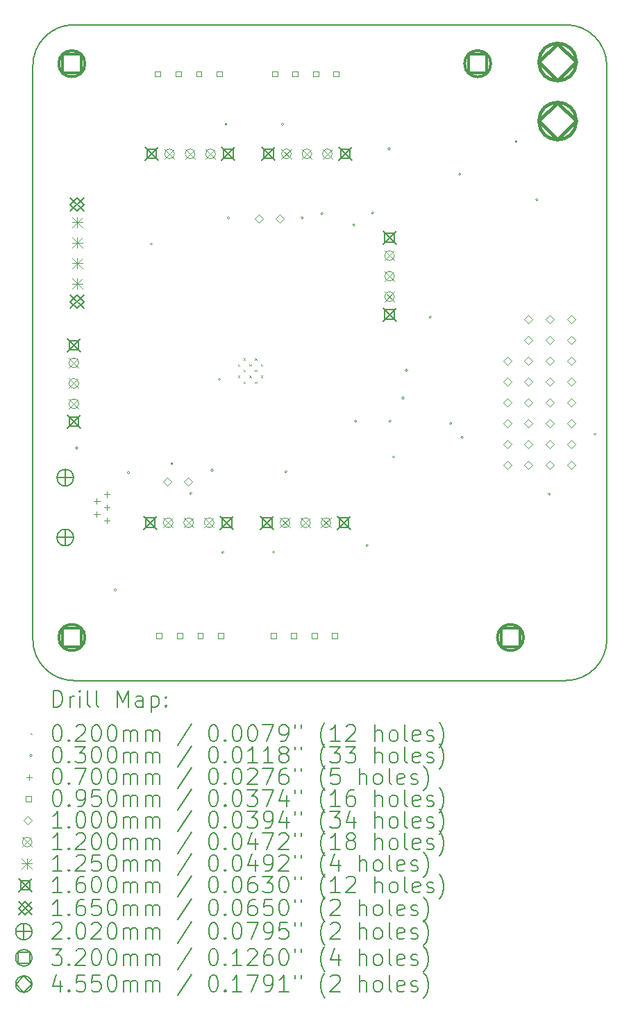
<source format=gbr>
%TF.GenerationSoftware,KiCad,Pcbnew,8.0.7*%
%TF.CreationDate,2025-04-09T11:56:26+02:00*%
%TF.ProjectId,PCB_CDFR,5043425f-4344-4465-922e-6b696361645f,rev?*%
%TF.SameCoordinates,Original*%
%TF.FileFunction,Drillmap*%
%TF.FilePolarity,Positive*%
%FSLAX45Y45*%
G04 Gerber Fmt 4.5, Leading zero omitted, Abs format (unit mm)*
G04 Created by KiCad (PCBNEW 8.0.7) date 2025-04-09 11:56:26*
%MOMM*%
%LPD*%
G01*
G04 APERTURE LIST*
%ADD10C,0.200000*%
%ADD11C,0.100000*%
%ADD12C,0.120000*%
%ADD13C,0.125000*%
%ADD14C,0.160000*%
%ADD15C,0.165000*%
%ADD16C,0.202000*%
%ADD17C,0.320000*%
%ADD18C,0.455000*%
G04 APERTURE END LIST*
D10*
X8175000Y-9925000D02*
X8175000Y-2925000D01*
X15175000Y-2925000D02*
X15175000Y-9925000D01*
X8675000Y-2425000D02*
X14675000Y-2425000D01*
X8175000Y-2925000D02*
G75*
G02*
X8675000Y-2425000I500000J0D01*
G01*
X14675000Y-2425000D02*
G75*
G02*
X15175000Y-2925000I0J-500000D01*
G01*
X8675000Y-10425000D02*
G75*
G02*
X8175000Y-9925000I0J500000D01*
G01*
X14675000Y-10425000D02*
X8675000Y-10425000D01*
X15175000Y-9925000D02*
G75*
G02*
X14675000Y-10425000I-500000J0D01*
G01*
D11*
X10675000Y-6566000D02*
X10695000Y-6586000D01*
X10695000Y-6566000D02*
X10675000Y-6586000D01*
X10675000Y-6706000D02*
X10695000Y-6726000D01*
X10695000Y-6706000D02*
X10675000Y-6726000D01*
X10745000Y-6496000D02*
X10765000Y-6516000D01*
X10765000Y-6496000D02*
X10745000Y-6516000D01*
X10745000Y-6636000D02*
X10765000Y-6656000D01*
X10765000Y-6636000D02*
X10745000Y-6656000D01*
X10745000Y-6776000D02*
X10765000Y-6796000D01*
X10765000Y-6776000D02*
X10745000Y-6796000D01*
X10815000Y-6566000D02*
X10835000Y-6586000D01*
X10835000Y-6566000D02*
X10815000Y-6586000D01*
X10815000Y-6706000D02*
X10835000Y-6726000D01*
X10835000Y-6706000D02*
X10815000Y-6726000D01*
X10885000Y-6496000D02*
X10905000Y-6516000D01*
X10905000Y-6496000D02*
X10885000Y-6516000D01*
X10885000Y-6636000D02*
X10905000Y-6656000D01*
X10905000Y-6636000D02*
X10885000Y-6656000D01*
X10885000Y-6776000D02*
X10905000Y-6796000D01*
X10905000Y-6776000D02*
X10885000Y-6796000D01*
X10955000Y-6566000D02*
X10975000Y-6586000D01*
X10975000Y-6566000D02*
X10955000Y-6586000D01*
X10955000Y-6706000D02*
X10975000Y-6726000D01*
X10975000Y-6706000D02*
X10955000Y-6726000D01*
X8725000Y-7590000D02*
G75*
G02*
X8695000Y-7590000I-15000J0D01*
G01*
X8695000Y-7590000D02*
G75*
G02*
X8725000Y-7590000I15000J0D01*
G01*
X9195000Y-9320000D02*
G75*
G02*
X9165000Y-9320000I-15000J0D01*
G01*
X9165000Y-9320000D02*
G75*
G02*
X9195000Y-9320000I15000J0D01*
G01*
X9355000Y-7890000D02*
G75*
G02*
X9325000Y-7890000I-15000J0D01*
G01*
X9325000Y-7890000D02*
G75*
G02*
X9355000Y-7890000I15000J0D01*
G01*
X9635000Y-5100000D02*
G75*
G02*
X9605000Y-5100000I-15000J0D01*
G01*
X9605000Y-5100000D02*
G75*
G02*
X9635000Y-5100000I15000J0D01*
G01*
X9885000Y-7780000D02*
G75*
G02*
X9855000Y-7780000I-15000J0D01*
G01*
X9855000Y-7780000D02*
G75*
G02*
X9885000Y-7780000I15000J0D01*
G01*
X10115000Y-8140000D02*
G75*
G02*
X10085000Y-8140000I-15000J0D01*
G01*
X10085000Y-8140000D02*
G75*
G02*
X10115000Y-8140000I15000J0D01*
G01*
X10375000Y-7860000D02*
G75*
G02*
X10345000Y-7860000I-15000J0D01*
G01*
X10345000Y-7860000D02*
G75*
G02*
X10375000Y-7860000I15000J0D01*
G01*
X10465000Y-6750000D02*
G75*
G02*
X10435000Y-6750000I-15000J0D01*
G01*
X10435000Y-6750000D02*
G75*
G02*
X10465000Y-6750000I15000J0D01*
G01*
X10505000Y-8860000D02*
G75*
G02*
X10475000Y-8860000I-15000J0D01*
G01*
X10475000Y-8860000D02*
G75*
G02*
X10505000Y-8860000I15000J0D01*
G01*
X10545000Y-3640000D02*
G75*
G02*
X10515000Y-3640000I-15000J0D01*
G01*
X10515000Y-3640000D02*
G75*
G02*
X10545000Y-3640000I15000J0D01*
G01*
X10575000Y-4780000D02*
G75*
G02*
X10545000Y-4780000I-15000J0D01*
G01*
X10545000Y-4780000D02*
G75*
G02*
X10575000Y-4780000I15000J0D01*
G01*
X11125000Y-8860000D02*
G75*
G02*
X11095000Y-8860000I-15000J0D01*
G01*
X11095000Y-8860000D02*
G75*
G02*
X11125000Y-8860000I15000J0D01*
G01*
X11235000Y-3640000D02*
G75*
G02*
X11205000Y-3640000I-15000J0D01*
G01*
X11205000Y-3640000D02*
G75*
G02*
X11235000Y-3640000I15000J0D01*
G01*
X11275000Y-7880000D02*
G75*
G02*
X11245000Y-7880000I-15000J0D01*
G01*
X11245000Y-7880000D02*
G75*
G02*
X11275000Y-7880000I15000J0D01*
G01*
X11475000Y-4780000D02*
G75*
G02*
X11445000Y-4780000I-15000J0D01*
G01*
X11445000Y-4780000D02*
G75*
G02*
X11475000Y-4780000I15000J0D01*
G01*
X11715000Y-4730000D02*
G75*
G02*
X11685000Y-4730000I-15000J0D01*
G01*
X11685000Y-4730000D02*
G75*
G02*
X11715000Y-4730000I15000J0D01*
G01*
X12105000Y-4870000D02*
G75*
G02*
X12075000Y-4870000I-15000J0D01*
G01*
X12075000Y-4870000D02*
G75*
G02*
X12105000Y-4870000I15000J0D01*
G01*
X12125000Y-7260000D02*
G75*
G02*
X12095000Y-7260000I-15000J0D01*
G01*
X12095000Y-7260000D02*
G75*
G02*
X12125000Y-7260000I15000J0D01*
G01*
X12265000Y-8775000D02*
G75*
G02*
X12235000Y-8775000I-15000J0D01*
G01*
X12235000Y-8775000D02*
G75*
G02*
X12265000Y-8775000I15000J0D01*
G01*
X12335000Y-4720000D02*
G75*
G02*
X12305000Y-4720000I-15000J0D01*
G01*
X12305000Y-4720000D02*
G75*
G02*
X12335000Y-4720000I15000J0D01*
G01*
X12535000Y-3940000D02*
G75*
G02*
X12505000Y-3940000I-15000J0D01*
G01*
X12505000Y-3940000D02*
G75*
G02*
X12535000Y-3940000I15000J0D01*
G01*
X12545000Y-7260000D02*
G75*
G02*
X12515000Y-7260000I-15000J0D01*
G01*
X12515000Y-7260000D02*
G75*
G02*
X12545000Y-7260000I15000J0D01*
G01*
X12590000Y-7700000D02*
G75*
G02*
X12560000Y-7700000I-15000J0D01*
G01*
X12560000Y-7700000D02*
G75*
G02*
X12590000Y-7700000I15000J0D01*
G01*
X12705000Y-6980000D02*
G75*
G02*
X12675000Y-6980000I-15000J0D01*
G01*
X12675000Y-6980000D02*
G75*
G02*
X12705000Y-6980000I15000J0D01*
G01*
X12745000Y-6640000D02*
G75*
G02*
X12715000Y-6640000I-15000J0D01*
G01*
X12715000Y-6640000D02*
G75*
G02*
X12745000Y-6640000I15000J0D01*
G01*
X13035000Y-5990000D02*
G75*
G02*
X13005000Y-5990000I-15000J0D01*
G01*
X13005000Y-5990000D02*
G75*
G02*
X13035000Y-5990000I15000J0D01*
G01*
X13285000Y-7290000D02*
G75*
G02*
X13255000Y-7290000I-15000J0D01*
G01*
X13255000Y-7290000D02*
G75*
G02*
X13285000Y-7290000I15000J0D01*
G01*
X13395000Y-4250000D02*
G75*
G02*
X13365000Y-4250000I-15000J0D01*
G01*
X13365000Y-4250000D02*
G75*
G02*
X13395000Y-4250000I15000J0D01*
G01*
X13425000Y-7460000D02*
G75*
G02*
X13395000Y-7460000I-15000J0D01*
G01*
X13395000Y-7460000D02*
G75*
G02*
X13425000Y-7460000I15000J0D01*
G01*
X14085000Y-3850000D02*
G75*
G02*
X14055000Y-3850000I-15000J0D01*
G01*
X14055000Y-3850000D02*
G75*
G02*
X14085000Y-3850000I15000J0D01*
G01*
X14335000Y-4560000D02*
G75*
G02*
X14305000Y-4560000I-15000J0D01*
G01*
X14305000Y-4560000D02*
G75*
G02*
X14335000Y-4560000I15000J0D01*
G01*
X14490000Y-8150000D02*
G75*
G02*
X14460000Y-8150000I-15000J0D01*
G01*
X14460000Y-8150000D02*
G75*
G02*
X14490000Y-8150000I15000J0D01*
G01*
X15045000Y-7420000D02*
G75*
G02*
X15015000Y-7420000I-15000J0D01*
G01*
X15015000Y-7420000D02*
G75*
G02*
X15045000Y-7420000I15000J0D01*
G01*
X8955000Y-8200000D02*
X8955000Y-8270000D01*
X8920000Y-8235000D02*
X8990000Y-8235000D01*
X8955000Y-8360000D02*
X8955000Y-8430000D01*
X8920000Y-8395000D02*
X8990000Y-8395000D01*
X9075000Y-8120000D02*
X9075000Y-8190000D01*
X9040000Y-8155000D02*
X9110000Y-8155000D01*
X9075000Y-8280000D02*
X9075000Y-8350000D01*
X9040000Y-8315000D02*
X9110000Y-8315000D01*
X9075000Y-8440000D02*
X9075000Y-8510000D01*
X9040000Y-8475000D02*
X9110000Y-8475000D01*
X9733588Y-3058588D02*
X9733588Y-2991412D01*
X9666412Y-2991412D01*
X9666412Y-3058588D01*
X9733588Y-3058588D01*
X9750588Y-9908588D02*
X9750588Y-9841412D01*
X9683412Y-9841412D01*
X9683412Y-9908588D01*
X9750588Y-9908588D01*
X9983588Y-3058588D02*
X9983588Y-2991412D01*
X9916412Y-2991412D01*
X9916412Y-3058588D01*
X9983588Y-3058588D01*
X10000588Y-9908588D02*
X10000588Y-9841412D01*
X9933412Y-9841412D01*
X9933412Y-9908588D01*
X10000588Y-9908588D01*
X10233588Y-3058588D02*
X10233588Y-2991412D01*
X10166412Y-2991412D01*
X10166412Y-3058588D01*
X10233588Y-3058588D01*
X10250588Y-9908588D02*
X10250588Y-9841412D01*
X10183412Y-9841412D01*
X10183412Y-9908588D01*
X10250588Y-9908588D01*
X10483588Y-3058588D02*
X10483588Y-2991412D01*
X10416412Y-2991412D01*
X10416412Y-3058588D01*
X10483588Y-3058588D01*
X10500588Y-9908588D02*
X10500588Y-9841412D01*
X10433412Y-9841412D01*
X10433412Y-9908588D01*
X10500588Y-9908588D01*
X11141588Y-9908588D02*
X11141588Y-9841412D01*
X11074412Y-9841412D01*
X11074412Y-9908588D01*
X11141588Y-9908588D01*
X11158588Y-3058588D02*
X11158588Y-2991412D01*
X11091412Y-2991412D01*
X11091412Y-3058588D01*
X11158588Y-3058588D01*
X11391588Y-9908588D02*
X11391588Y-9841412D01*
X11324412Y-9841412D01*
X11324412Y-9908588D01*
X11391588Y-9908588D01*
X11408588Y-3058588D02*
X11408588Y-2991412D01*
X11341412Y-2991412D01*
X11341412Y-3058588D01*
X11408588Y-3058588D01*
X11641588Y-9908588D02*
X11641588Y-9841412D01*
X11574412Y-9841412D01*
X11574412Y-9908588D01*
X11641588Y-9908588D01*
X11658588Y-3058588D02*
X11658588Y-2991412D01*
X11591412Y-2991412D01*
X11591412Y-3058588D01*
X11658588Y-3058588D01*
X11891588Y-9908588D02*
X11891588Y-9841412D01*
X11824412Y-9841412D01*
X11824412Y-9908588D01*
X11891588Y-9908588D01*
X11908588Y-3058588D02*
X11908588Y-2991412D01*
X11841412Y-2991412D01*
X11841412Y-3058588D01*
X11908588Y-3058588D01*
X9816000Y-8050000D02*
X9866000Y-8000000D01*
X9816000Y-7950000D01*
X9766000Y-8000000D01*
X9816000Y-8050000D01*
X10070000Y-8050000D02*
X10120000Y-8000000D01*
X10070000Y-7950000D01*
X10020000Y-8000000D01*
X10070000Y-8050000D01*
X10933500Y-4840000D02*
X10983500Y-4790000D01*
X10933500Y-4740000D01*
X10883500Y-4790000D01*
X10933500Y-4840000D01*
X11187500Y-4840000D02*
X11237500Y-4790000D01*
X11187500Y-4740000D01*
X11137500Y-4790000D01*
X11187500Y-4840000D01*
X13960000Y-6577500D02*
X14010000Y-6527500D01*
X13960000Y-6477500D01*
X13910000Y-6527500D01*
X13960000Y-6577500D01*
X13960000Y-6831500D02*
X14010000Y-6781500D01*
X13960000Y-6731500D01*
X13910000Y-6781500D01*
X13960000Y-6831500D01*
X13960000Y-7085500D02*
X14010000Y-7035500D01*
X13960000Y-6985500D01*
X13910000Y-7035500D01*
X13960000Y-7085500D01*
X13960000Y-7339500D02*
X14010000Y-7289500D01*
X13960000Y-7239500D01*
X13910000Y-7289500D01*
X13960000Y-7339500D01*
X13960000Y-7593500D02*
X14010000Y-7543500D01*
X13960000Y-7493500D01*
X13910000Y-7543500D01*
X13960000Y-7593500D01*
X13960000Y-7847500D02*
X14010000Y-7797500D01*
X13960000Y-7747500D01*
X13910000Y-7797500D01*
X13960000Y-7847500D01*
X14220000Y-6069500D02*
X14270000Y-6019500D01*
X14220000Y-5969500D01*
X14170000Y-6019500D01*
X14220000Y-6069500D01*
X14220000Y-6323500D02*
X14270000Y-6273500D01*
X14220000Y-6223500D01*
X14170000Y-6273500D01*
X14220000Y-6323500D01*
X14220000Y-6577500D02*
X14270000Y-6527500D01*
X14220000Y-6477500D01*
X14170000Y-6527500D01*
X14220000Y-6577500D01*
X14220000Y-6831500D02*
X14270000Y-6781500D01*
X14220000Y-6731500D01*
X14170000Y-6781500D01*
X14220000Y-6831500D01*
X14220000Y-7085500D02*
X14270000Y-7035500D01*
X14220000Y-6985500D01*
X14170000Y-7035500D01*
X14220000Y-7085500D01*
X14220000Y-7339500D02*
X14270000Y-7289500D01*
X14220000Y-7239500D01*
X14170000Y-7289500D01*
X14220000Y-7339500D01*
X14220000Y-7593500D02*
X14270000Y-7543500D01*
X14220000Y-7493500D01*
X14170000Y-7543500D01*
X14220000Y-7593500D01*
X14220000Y-7847500D02*
X14270000Y-7797500D01*
X14220000Y-7747500D01*
X14170000Y-7797500D01*
X14220000Y-7847500D01*
X14480000Y-6069500D02*
X14530000Y-6019500D01*
X14480000Y-5969500D01*
X14430000Y-6019500D01*
X14480000Y-6069500D01*
X14480000Y-6323500D02*
X14530000Y-6273500D01*
X14480000Y-6223500D01*
X14430000Y-6273500D01*
X14480000Y-6323500D01*
X14480000Y-6577500D02*
X14530000Y-6527500D01*
X14480000Y-6477500D01*
X14430000Y-6527500D01*
X14480000Y-6577500D01*
X14480000Y-6831500D02*
X14530000Y-6781500D01*
X14480000Y-6731500D01*
X14430000Y-6781500D01*
X14480000Y-6831500D01*
X14480000Y-7085500D02*
X14530000Y-7035500D01*
X14480000Y-6985500D01*
X14430000Y-7035500D01*
X14480000Y-7085500D01*
X14480000Y-7339500D02*
X14530000Y-7289500D01*
X14480000Y-7239500D01*
X14430000Y-7289500D01*
X14480000Y-7339500D01*
X14480000Y-7593500D02*
X14530000Y-7543500D01*
X14480000Y-7493500D01*
X14430000Y-7543500D01*
X14480000Y-7593500D01*
X14480000Y-7847500D02*
X14530000Y-7797500D01*
X14480000Y-7747500D01*
X14430000Y-7797500D01*
X14480000Y-7847500D01*
X14740000Y-6069500D02*
X14790000Y-6019500D01*
X14740000Y-5969500D01*
X14690000Y-6019500D01*
X14740000Y-6069500D01*
X14740000Y-6323500D02*
X14790000Y-6273500D01*
X14740000Y-6223500D01*
X14690000Y-6273500D01*
X14740000Y-6323500D01*
X14740000Y-6577500D02*
X14790000Y-6527500D01*
X14740000Y-6477500D01*
X14690000Y-6527500D01*
X14740000Y-6577500D01*
X14740000Y-6831500D02*
X14790000Y-6781500D01*
X14740000Y-6731500D01*
X14690000Y-6781500D01*
X14740000Y-6831500D01*
X14740000Y-7085500D02*
X14790000Y-7035500D01*
X14740000Y-6985500D01*
X14690000Y-7035500D01*
X14740000Y-7085500D01*
X14740000Y-7339500D02*
X14790000Y-7289500D01*
X14740000Y-7239500D01*
X14690000Y-7289500D01*
X14740000Y-7339500D01*
X14740000Y-7593500D02*
X14790000Y-7543500D01*
X14740000Y-7493500D01*
X14690000Y-7543500D01*
X14740000Y-7593500D01*
X14740000Y-7847500D02*
X14790000Y-7797500D01*
X14740000Y-7747500D01*
X14690000Y-7797500D01*
X14740000Y-7847500D01*
D12*
X8615000Y-6490000D02*
X8735000Y-6610000D01*
X8735000Y-6490000D02*
X8615000Y-6610000D01*
X8735000Y-6550000D02*
G75*
G02*
X8615000Y-6550000I-60000J0D01*
G01*
X8615000Y-6550000D02*
G75*
G02*
X8735000Y-6550000I60000J0D01*
G01*
X8615000Y-6740000D02*
X8735000Y-6860000D01*
X8735000Y-6740000D02*
X8615000Y-6860000D01*
X8735000Y-6800000D02*
G75*
G02*
X8615000Y-6800000I-60000J0D01*
G01*
X8615000Y-6800000D02*
G75*
G02*
X8735000Y-6800000I60000J0D01*
G01*
X8615000Y-6990000D02*
X8735000Y-7110000D01*
X8735000Y-6990000D02*
X8615000Y-7110000D01*
X8735000Y-7050000D02*
G75*
G02*
X8615000Y-7050000I-60000J0D01*
G01*
X8615000Y-7050000D02*
G75*
G02*
X8735000Y-7050000I60000J0D01*
G01*
X9765000Y-8440000D02*
X9885000Y-8560000D01*
X9885000Y-8440000D02*
X9765000Y-8560000D01*
X9885000Y-8500000D02*
G75*
G02*
X9765000Y-8500000I-60000J0D01*
G01*
X9765000Y-8500000D02*
G75*
G02*
X9885000Y-8500000I60000J0D01*
G01*
X9782000Y-3940000D02*
X9902000Y-4060000D01*
X9902000Y-3940000D02*
X9782000Y-4060000D01*
X9902000Y-4000000D02*
G75*
G02*
X9782000Y-4000000I-60000J0D01*
G01*
X9782000Y-4000000D02*
G75*
G02*
X9902000Y-4000000I60000J0D01*
G01*
X10015000Y-8440000D02*
X10135000Y-8560000D01*
X10135000Y-8440000D02*
X10015000Y-8560000D01*
X10135000Y-8500000D02*
G75*
G02*
X10015000Y-8500000I-60000J0D01*
G01*
X10015000Y-8500000D02*
G75*
G02*
X10135000Y-8500000I60000J0D01*
G01*
X10032000Y-3940000D02*
X10152000Y-4060000D01*
X10152000Y-3940000D02*
X10032000Y-4060000D01*
X10152000Y-4000000D02*
G75*
G02*
X10032000Y-4000000I-60000J0D01*
G01*
X10032000Y-4000000D02*
G75*
G02*
X10152000Y-4000000I60000J0D01*
G01*
X10265000Y-8440000D02*
X10385000Y-8560000D01*
X10385000Y-8440000D02*
X10265000Y-8560000D01*
X10385000Y-8500000D02*
G75*
G02*
X10265000Y-8500000I-60000J0D01*
G01*
X10265000Y-8500000D02*
G75*
G02*
X10385000Y-8500000I60000J0D01*
G01*
X10282000Y-3940000D02*
X10402000Y-4060000D01*
X10402000Y-3940000D02*
X10282000Y-4060000D01*
X10402000Y-4000000D02*
G75*
G02*
X10282000Y-4000000I-60000J0D01*
G01*
X10282000Y-4000000D02*
G75*
G02*
X10402000Y-4000000I60000J0D01*
G01*
X11190000Y-8440000D02*
X11310000Y-8560000D01*
X11310000Y-8440000D02*
X11190000Y-8560000D01*
X11310000Y-8500000D02*
G75*
G02*
X11190000Y-8500000I-60000J0D01*
G01*
X11190000Y-8500000D02*
G75*
G02*
X11310000Y-8500000I60000J0D01*
G01*
X11207000Y-3940000D02*
X11327000Y-4060000D01*
X11327000Y-3940000D02*
X11207000Y-4060000D01*
X11327000Y-4000000D02*
G75*
G02*
X11207000Y-4000000I-60000J0D01*
G01*
X11207000Y-4000000D02*
G75*
G02*
X11327000Y-4000000I60000J0D01*
G01*
X11440000Y-8440000D02*
X11560000Y-8560000D01*
X11560000Y-8440000D02*
X11440000Y-8560000D01*
X11560000Y-8500000D02*
G75*
G02*
X11440000Y-8500000I-60000J0D01*
G01*
X11440000Y-8500000D02*
G75*
G02*
X11560000Y-8500000I60000J0D01*
G01*
X11457000Y-3940000D02*
X11577000Y-4060000D01*
X11577000Y-3940000D02*
X11457000Y-4060000D01*
X11577000Y-4000000D02*
G75*
G02*
X11457000Y-4000000I-60000J0D01*
G01*
X11457000Y-4000000D02*
G75*
G02*
X11577000Y-4000000I60000J0D01*
G01*
X11690000Y-8440000D02*
X11810000Y-8560000D01*
X11810000Y-8440000D02*
X11690000Y-8560000D01*
X11810000Y-8500000D02*
G75*
G02*
X11690000Y-8500000I-60000J0D01*
G01*
X11690000Y-8500000D02*
G75*
G02*
X11810000Y-8500000I60000J0D01*
G01*
X11707000Y-3940000D02*
X11827000Y-4060000D01*
X11827000Y-3940000D02*
X11707000Y-4060000D01*
X11827000Y-4000000D02*
G75*
G02*
X11707000Y-4000000I-60000J0D01*
G01*
X11707000Y-4000000D02*
G75*
G02*
X11827000Y-4000000I60000J0D01*
G01*
X12465000Y-5182000D02*
X12585000Y-5302000D01*
X12585000Y-5182000D02*
X12465000Y-5302000D01*
X12585000Y-5242000D02*
G75*
G02*
X12465000Y-5242000I-60000J0D01*
G01*
X12465000Y-5242000D02*
G75*
G02*
X12585000Y-5242000I60000J0D01*
G01*
X12465000Y-5432000D02*
X12585000Y-5552000D01*
X12585000Y-5432000D02*
X12465000Y-5552000D01*
X12585000Y-5492000D02*
G75*
G02*
X12465000Y-5492000I-60000J0D01*
G01*
X12465000Y-5492000D02*
G75*
G02*
X12585000Y-5492000I60000J0D01*
G01*
X12465000Y-5682000D02*
X12585000Y-5802000D01*
X12585000Y-5682000D02*
X12465000Y-5802000D01*
X12585000Y-5742000D02*
G75*
G02*
X12465000Y-5742000I-60000J0D01*
G01*
X12465000Y-5742000D02*
G75*
G02*
X12585000Y-5742000I60000J0D01*
G01*
D13*
X8653500Y-4772500D02*
X8778500Y-4897500D01*
X8778500Y-4772500D02*
X8653500Y-4897500D01*
X8716000Y-4772500D02*
X8716000Y-4897500D01*
X8653500Y-4835000D02*
X8778500Y-4835000D01*
X8653500Y-5022500D02*
X8778500Y-5147500D01*
X8778500Y-5022500D02*
X8653500Y-5147500D01*
X8716000Y-5022500D02*
X8716000Y-5147500D01*
X8653500Y-5085000D02*
X8778500Y-5085000D01*
X8653500Y-5272500D02*
X8778500Y-5397500D01*
X8778500Y-5272500D02*
X8653500Y-5397500D01*
X8716000Y-5272500D02*
X8716000Y-5397500D01*
X8653500Y-5335000D02*
X8778500Y-5335000D01*
X8653500Y-5522500D02*
X8778500Y-5647500D01*
X8778500Y-5522500D02*
X8653500Y-5647500D01*
X8716000Y-5522500D02*
X8716000Y-5647500D01*
X8653500Y-5585000D02*
X8778500Y-5585000D01*
D14*
X8595000Y-6253000D02*
X8755000Y-6413000D01*
X8755000Y-6253000D02*
X8595000Y-6413000D01*
X8731569Y-6389569D02*
X8731569Y-6276431D01*
X8618431Y-6276431D01*
X8618431Y-6389569D01*
X8731569Y-6389569D01*
X8595000Y-7187000D02*
X8755000Y-7347000D01*
X8755000Y-7187000D02*
X8595000Y-7347000D01*
X8731569Y-7323569D02*
X8731569Y-7210431D01*
X8618431Y-7210431D01*
X8618431Y-7323569D01*
X8731569Y-7323569D01*
X9528000Y-8420000D02*
X9688000Y-8580000D01*
X9688000Y-8420000D02*
X9528000Y-8580000D01*
X9664569Y-8556569D02*
X9664569Y-8443431D01*
X9551431Y-8443431D01*
X9551431Y-8556569D01*
X9664569Y-8556569D01*
X9545000Y-3920000D02*
X9705000Y-4080000D01*
X9705000Y-3920000D02*
X9545000Y-4080000D01*
X9681569Y-4056569D02*
X9681569Y-3943431D01*
X9568431Y-3943431D01*
X9568431Y-4056569D01*
X9681569Y-4056569D01*
X10462000Y-8420000D02*
X10622000Y-8580000D01*
X10622000Y-8420000D02*
X10462000Y-8580000D01*
X10598569Y-8556569D02*
X10598569Y-8443431D01*
X10485431Y-8443431D01*
X10485431Y-8556569D01*
X10598569Y-8556569D01*
X10479000Y-3920000D02*
X10639000Y-4080000D01*
X10639000Y-3920000D02*
X10479000Y-4080000D01*
X10615569Y-4056569D02*
X10615569Y-3943431D01*
X10502431Y-3943431D01*
X10502431Y-4056569D01*
X10615569Y-4056569D01*
X10953000Y-8420000D02*
X11113000Y-8580000D01*
X11113000Y-8420000D02*
X10953000Y-8580000D01*
X11089569Y-8556569D02*
X11089569Y-8443431D01*
X10976431Y-8443431D01*
X10976431Y-8556569D01*
X11089569Y-8556569D01*
X10970000Y-3920000D02*
X11130000Y-4080000D01*
X11130000Y-3920000D02*
X10970000Y-4080000D01*
X11106569Y-4056569D02*
X11106569Y-3943431D01*
X10993431Y-3943431D01*
X10993431Y-4056569D01*
X11106569Y-4056569D01*
X11887000Y-8420000D02*
X12047000Y-8580000D01*
X12047000Y-8420000D02*
X11887000Y-8580000D01*
X12023569Y-8556569D02*
X12023569Y-8443431D01*
X11910431Y-8443431D01*
X11910431Y-8556569D01*
X12023569Y-8556569D01*
X11904000Y-3920000D02*
X12064000Y-4080000D01*
X12064000Y-3920000D02*
X11904000Y-4080000D01*
X12040569Y-4056569D02*
X12040569Y-3943431D01*
X11927431Y-3943431D01*
X11927431Y-4056569D01*
X12040569Y-4056569D01*
X12445000Y-4945000D02*
X12605000Y-5105000D01*
X12605000Y-4945000D02*
X12445000Y-5105000D01*
X12581569Y-5081569D02*
X12581569Y-4968431D01*
X12468431Y-4968431D01*
X12468431Y-5081569D01*
X12581569Y-5081569D01*
X12445000Y-5879000D02*
X12605000Y-6039000D01*
X12605000Y-5879000D02*
X12445000Y-6039000D01*
X12581569Y-6015569D02*
X12581569Y-5902431D01*
X12468431Y-5902431D01*
X12468431Y-6015569D01*
X12581569Y-6015569D01*
D15*
X8633500Y-4535500D02*
X8798500Y-4700500D01*
X8798500Y-4535500D02*
X8633500Y-4700500D01*
X8716000Y-4700500D02*
X8798500Y-4618000D01*
X8716000Y-4535500D01*
X8633500Y-4618000D01*
X8716000Y-4700500D01*
X8633500Y-5719500D02*
X8798500Y-5884500D01*
X8798500Y-5719500D02*
X8633500Y-5884500D01*
X8716000Y-5884500D02*
X8798500Y-5802000D01*
X8716000Y-5719500D01*
X8633500Y-5802000D01*
X8716000Y-5884500D01*
D16*
X8570000Y-7849000D02*
X8570000Y-8051000D01*
X8469000Y-7950000D02*
X8671000Y-7950000D01*
X8671000Y-7950000D02*
G75*
G02*
X8469000Y-7950000I-101000J0D01*
G01*
X8469000Y-7950000D02*
G75*
G02*
X8671000Y-7950000I101000J0D01*
G01*
X8570000Y-8579000D02*
X8570000Y-8781000D01*
X8469000Y-8680000D02*
X8671000Y-8680000D01*
X8671000Y-8680000D02*
G75*
G02*
X8469000Y-8680000I-101000J0D01*
G01*
X8469000Y-8680000D02*
G75*
G02*
X8671000Y-8680000I101000J0D01*
G01*
D17*
X8763138Y-3013138D02*
X8763138Y-2786862D01*
X8536862Y-2786862D01*
X8536862Y-3013138D01*
X8763138Y-3013138D01*
X8810000Y-2900000D02*
G75*
G02*
X8490000Y-2900000I-160000J0D01*
G01*
X8490000Y-2900000D02*
G75*
G02*
X8810000Y-2900000I160000J0D01*
G01*
X8763138Y-10013138D02*
X8763138Y-9786862D01*
X8536862Y-9786862D01*
X8536862Y-10013138D01*
X8763138Y-10013138D01*
X8810000Y-9900000D02*
G75*
G02*
X8490000Y-9900000I-160000J0D01*
G01*
X8490000Y-9900000D02*
G75*
G02*
X8810000Y-9900000I160000J0D01*
G01*
X13713138Y-3013138D02*
X13713138Y-2786862D01*
X13486862Y-2786862D01*
X13486862Y-3013138D01*
X13713138Y-3013138D01*
X13760000Y-2900000D02*
G75*
G02*
X13440000Y-2900000I-160000J0D01*
G01*
X13440000Y-2900000D02*
G75*
G02*
X13760000Y-2900000I160000J0D01*
G01*
X14113138Y-10013138D02*
X14113138Y-9786862D01*
X13886862Y-9786862D01*
X13886862Y-10013138D01*
X14113138Y-10013138D01*
X14160000Y-9900000D02*
G75*
G02*
X13840000Y-9900000I-160000J0D01*
G01*
X13840000Y-9900000D02*
G75*
G02*
X14160000Y-9900000I160000J0D01*
G01*
D18*
X14575000Y-3107500D02*
X14802500Y-2880000D01*
X14575000Y-2652500D01*
X14347500Y-2880000D01*
X14575000Y-3107500D01*
X14802500Y-2880000D02*
G75*
G02*
X14347500Y-2880000I-227500J0D01*
G01*
X14347500Y-2880000D02*
G75*
G02*
X14802500Y-2880000I227500J0D01*
G01*
X14575000Y-3827500D02*
X14802500Y-3600000D01*
X14575000Y-3372500D01*
X14347500Y-3600000D01*
X14575000Y-3827500D01*
X14802500Y-3600000D02*
G75*
G02*
X14347500Y-3600000I-227500J0D01*
G01*
X14347500Y-3600000D02*
G75*
G02*
X14802500Y-3600000I227500J0D01*
G01*
D10*
X8425777Y-10746484D02*
X8425777Y-10546484D01*
X8425777Y-10546484D02*
X8473396Y-10546484D01*
X8473396Y-10546484D02*
X8501967Y-10556008D01*
X8501967Y-10556008D02*
X8521015Y-10575055D01*
X8521015Y-10575055D02*
X8530539Y-10594103D01*
X8530539Y-10594103D02*
X8540063Y-10632198D01*
X8540063Y-10632198D02*
X8540063Y-10660770D01*
X8540063Y-10660770D02*
X8530539Y-10698865D01*
X8530539Y-10698865D02*
X8521015Y-10717912D01*
X8521015Y-10717912D02*
X8501967Y-10736960D01*
X8501967Y-10736960D02*
X8473396Y-10746484D01*
X8473396Y-10746484D02*
X8425777Y-10746484D01*
X8625777Y-10746484D02*
X8625777Y-10613150D01*
X8625777Y-10651246D02*
X8635301Y-10632198D01*
X8635301Y-10632198D02*
X8644824Y-10622674D01*
X8644824Y-10622674D02*
X8663872Y-10613150D01*
X8663872Y-10613150D02*
X8682920Y-10613150D01*
X8749586Y-10746484D02*
X8749586Y-10613150D01*
X8749586Y-10546484D02*
X8740063Y-10556008D01*
X8740063Y-10556008D02*
X8749586Y-10565531D01*
X8749586Y-10565531D02*
X8759110Y-10556008D01*
X8759110Y-10556008D02*
X8749586Y-10546484D01*
X8749586Y-10546484D02*
X8749586Y-10565531D01*
X8873396Y-10746484D02*
X8854348Y-10736960D01*
X8854348Y-10736960D02*
X8844824Y-10717912D01*
X8844824Y-10717912D02*
X8844824Y-10546484D01*
X8978158Y-10746484D02*
X8959110Y-10736960D01*
X8959110Y-10736960D02*
X8949586Y-10717912D01*
X8949586Y-10717912D02*
X8949586Y-10546484D01*
X9206729Y-10746484D02*
X9206729Y-10546484D01*
X9206729Y-10546484D02*
X9273396Y-10689341D01*
X9273396Y-10689341D02*
X9340063Y-10546484D01*
X9340063Y-10546484D02*
X9340063Y-10746484D01*
X9521015Y-10746484D02*
X9521015Y-10641722D01*
X9521015Y-10641722D02*
X9511491Y-10622674D01*
X9511491Y-10622674D02*
X9492444Y-10613150D01*
X9492444Y-10613150D02*
X9454348Y-10613150D01*
X9454348Y-10613150D02*
X9435301Y-10622674D01*
X9521015Y-10736960D02*
X9501967Y-10746484D01*
X9501967Y-10746484D02*
X9454348Y-10746484D01*
X9454348Y-10746484D02*
X9435301Y-10736960D01*
X9435301Y-10736960D02*
X9425777Y-10717912D01*
X9425777Y-10717912D02*
X9425777Y-10698865D01*
X9425777Y-10698865D02*
X9435301Y-10679817D01*
X9435301Y-10679817D02*
X9454348Y-10670293D01*
X9454348Y-10670293D02*
X9501967Y-10670293D01*
X9501967Y-10670293D02*
X9521015Y-10660770D01*
X9616253Y-10613150D02*
X9616253Y-10813150D01*
X9616253Y-10622674D02*
X9635301Y-10613150D01*
X9635301Y-10613150D02*
X9673396Y-10613150D01*
X9673396Y-10613150D02*
X9692444Y-10622674D01*
X9692444Y-10622674D02*
X9701967Y-10632198D01*
X9701967Y-10632198D02*
X9711491Y-10651246D01*
X9711491Y-10651246D02*
X9711491Y-10708389D01*
X9711491Y-10708389D02*
X9701967Y-10727436D01*
X9701967Y-10727436D02*
X9692444Y-10736960D01*
X9692444Y-10736960D02*
X9673396Y-10746484D01*
X9673396Y-10746484D02*
X9635301Y-10746484D01*
X9635301Y-10746484D02*
X9616253Y-10736960D01*
X9797205Y-10727436D02*
X9806729Y-10736960D01*
X9806729Y-10736960D02*
X9797205Y-10746484D01*
X9797205Y-10746484D02*
X9787682Y-10736960D01*
X9787682Y-10736960D02*
X9797205Y-10727436D01*
X9797205Y-10727436D02*
X9797205Y-10746484D01*
X9797205Y-10622674D02*
X9806729Y-10632198D01*
X9806729Y-10632198D02*
X9797205Y-10641722D01*
X9797205Y-10641722D02*
X9787682Y-10632198D01*
X9787682Y-10632198D02*
X9797205Y-10622674D01*
X9797205Y-10622674D02*
X9797205Y-10641722D01*
D11*
X8145000Y-11065000D02*
X8165000Y-11085000D01*
X8165000Y-11065000D02*
X8145000Y-11085000D01*
D10*
X8463872Y-10966484D02*
X8482920Y-10966484D01*
X8482920Y-10966484D02*
X8501967Y-10976008D01*
X8501967Y-10976008D02*
X8511491Y-10985531D01*
X8511491Y-10985531D02*
X8521015Y-11004579D01*
X8521015Y-11004579D02*
X8530539Y-11042674D01*
X8530539Y-11042674D02*
X8530539Y-11090293D01*
X8530539Y-11090293D02*
X8521015Y-11128389D01*
X8521015Y-11128389D02*
X8511491Y-11147436D01*
X8511491Y-11147436D02*
X8501967Y-11156960D01*
X8501967Y-11156960D02*
X8482920Y-11166484D01*
X8482920Y-11166484D02*
X8463872Y-11166484D01*
X8463872Y-11166484D02*
X8444824Y-11156960D01*
X8444824Y-11156960D02*
X8435301Y-11147436D01*
X8435301Y-11147436D02*
X8425777Y-11128389D01*
X8425777Y-11128389D02*
X8416253Y-11090293D01*
X8416253Y-11090293D02*
X8416253Y-11042674D01*
X8416253Y-11042674D02*
X8425777Y-11004579D01*
X8425777Y-11004579D02*
X8435301Y-10985531D01*
X8435301Y-10985531D02*
X8444824Y-10976008D01*
X8444824Y-10976008D02*
X8463872Y-10966484D01*
X8616253Y-11147436D02*
X8625777Y-11156960D01*
X8625777Y-11156960D02*
X8616253Y-11166484D01*
X8616253Y-11166484D02*
X8606729Y-11156960D01*
X8606729Y-11156960D02*
X8616253Y-11147436D01*
X8616253Y-11147436D02*
X8616253Y-11166484D01*
X8701967Y-10985531D02*
X8711491Y-10976008D01*
X8711491Y-10976008D02*
X8730539Y-10966484D01*
X8730539Y-10966484D02*
X8778158Y-10966484D01*
X8778158Y-10966484D02*
X8797205Y-10976008D01*
X8797205Y-10976008D02*
X8806729Y-10985531D01*
X8806729Y-10985531D02*
X8816253Y-11004579D01*
X8816253Y-11004579D02*
X8816253Y-11023627D01*
X8816253Y-11023627D02*
X8806729Y-11052198D01*
X8806729Y-11052198D02*
X8692444Y-11166484D01*
X8692444Y-11166484D02*
X8816253Y-11166484D01*
X8940063Y-10966484D02*
X8959110Y-10966484D01*
X8959110Y-10966484D02*
X8978158Y-10976008D01*
X8978158Y-10976008D02*
X8987682Y-10985531D01*
X8987682Y-10985531D02*
X8997205Y-11004579D01*
X8997205Y-11004579D02*
X9006729Y-11042674D01*
X9006729Y-11042674D02*
X9006729Y-11090293D01*
X9006729Y-11090293D02*
X8997205Y-11128389D01*
X8997205Y-11128389D02*
X8987682Y-11147436D01*
X8987682Y-11147436D02*
X8978158Y-11156960D01*
X8978158Y-11156960D02*
X8959110Y-11166484D01*
X8959110Y-11166484D02*
X8940063Y-11166484D01*
X8940063Y-11166484D02*
X8921015Y-11156960D01*
X8921015Y-11156960D02*
X8911491Y-11147436D01*
X8911491Y-11147436D02*
X8901967Y-11128389D01*
X8901967Y-11128389D02*
X8892444Y-11090293D01*
X8892444Y-11090293D02*
X8892444Y-11042674D01*
X8892444Y-11042674D02*
X8901967Y-11004579D01*
X8901967Y-11004579D02*
X8911491Y-10985531D01*
X8911491Y-10985531D02*
X8921015Y-10976008D01*
X8921015Y-10976008D02*
X8940063Y-10966484D01*
X9130539Y-10966484D02*
X9149586Y-10966484D01*
X9149586Y-10966484D02*
X9168634Y-10976008D01*
X9168634Y-10976008D02*
X9178158Y-10985531D01*
X9178158Y-10985531D02*
X9187682Y-11004579D01*
X9187682Y-11004579D02*
X9197205Y-11042674D01*
X9197205Y-11042674D02*
X9197205Y-11090293D01*
X9197205Y-11090293D02*
X9187682Y-11128389D01*
X9187682Y-11128389D02*
X9178158Y-11147436D01*
X9178158Y-11147436D02*
X9168634Y-11156960D01*
X9168634Y-11156960D02*
X9149586Y-11166484D01*
X9149586Y-11166484D02*
X9130539Y-11166484D01*
X9130539Y-11166484D02*
X9111491Y-11156960D01*
X9111491Y-11156960D02*
X9101967Y-11147436D01*
X9101967Y-11147436D02*
X9092444Y-11128389D01*
X9092444Y-11128389D02*
X9082920Y-11090293D01*
X9082920Y-11090293D02*
X9082920Y-11042674D01*
X9082920Y-11042674D02*
X9092444Y-11004579D01*
X9092444Y-11004579D02*
X9101967Y-10985531D01*
X9101967Y-10985531D02*
X9111491Y-10976008D01*
X9111491Y-10976008D02*
X9130539Y-10966484D01*
X9282920Y-11166484D02*
X9282920Y-11033150D01*
X9282920Y-11052198D02*
X9292444Y-11042674D01*
X9292444Y-11042674D02*
X9311491Y-11033150D01*
X9311491Y-11033150D02*
X9340063Y-11033150D01*
X9340063Y-11033150D02*
X9359110Y-11042674D01*
X9359110Y-11042674D02*
X9368634Y-11061722D01*
X9368634Y-11061722D02*
X9368634Y-11166484D01*
X9368634Y-11061722D02*
X9378158Y-11042674D01*
X9378158Y-11042674D02*
X9397205Y-11033150D01*
X9397205Y-11033150D02*
X9425777Y-11033150D01*
X9425777Y-11033150D02*
X9444825Y-11042674D01*
X9444825Y-11042674D02*
X9454348Y-11061722D01*
X9454348Y-11061722D02*
X9454348Y-11166484D01*
X9549586Y-11166484D02*
X9549586Y-11033150D01*
X9549586Y-11052198D02*
X9559110Y-11042674D01*
X9559110Y-11042674D02*
X9578158Y-11033150D01*
X9578158Y-11033150D02*
X9606729Y-11033150D01*
X9606729Y-11033150D02*
X9625777Y-11042674D01*
X9625777Y-11042674D02*
X9635301Y-11061722D01*
X9635301Y-11061722D02*
X9635301Y-11166484D01*
X9635301Y-11061722D02*
X9644825Y-11042674D01*
X9644825Y-11042674D02*
X9663872Y-11033150D01*
X9663872Y-11033150D02*
X9692444Y-11033150D01*
X9692444Y-11033150D02*
X9711491Y-11042674D01*
X9711491Y-11042674D02*
X9721015Y-11061722D01*
X9721015Y-11061722D02*
X9721015Y-11166484D01*
X10111491Y-10956960D02*
X9940063Y-11214103D01*
X10368634Y-10966484D02*
X10387682Y-10966484D01*
X10387682Y-10966484D02*
X10406729Y-10976008D01*
X10406729Y-10976008D02*
X10416253Y-10985531D01*
X10416253Y-10985531D02*
X10425777Y-11004579D01*
X10425777Y-11004579D02*
X10435301Y-11042674D01*
X10435301Y-11042674D02*
X10435301Y-11090293D01*
X10435301Y-11090293D02*
X10425777Y-11128389D01*
X10425777Y-11128389D02*
X10416253Y-11147436D01*
X10416253Y-11147436D02*
X10406729Y-11156960D01*
X10406729Y-11156960D02*
X10387682Y-11166484D01*
X10387682Y-11166484D02*
X10368634Y-11166484D01*
X10368634Y-11166484D02*
X10349587Y-11156960D01*
X10349587Y-11156960D02*
X10340063Y-11147436D01*
X10340063Y-11147436D02*
X10330539Y-11128389D01*
X10330539Y-11128389D02*
X10321015Y-11090293D01*
X10321015Y-11090293D02*
X10321015Y-11042674D01*
X10321015Y-11042674D02*
X10330539Y-11004579D01*
X10330539Y-11004579D02*
X10340063Y-10985531D01*
X10340063Y-10985531D02*
X10349587Y-10976008D01*
X10349587Y-10976008D02*
X10368634Y-10966484D01*
X10521015Y-11147436D02*
X10530539Y-11156960D01*
X10530539Y-11156960D02*
X10521015Y-11166484D01*
X10521015Y-11166484D02*
X10511491Y-11156960D01*
X10511491Y-11156960D02*
X10521015Y-11147436D01*
X10521015Y-11147436D02*
X10521015Y-11166484D01*
X10654348Y-10966484D02*
X10673396Y-10966484D01*
X10673396Y-10966484D02*
X10692444Y-10976008D01*
X10692444Y-10976008D02*
X10701968Y-10985531D01*
X10701968Y-10985531D02*
X10711491Y-11004579D01*
X10711491Y-11004579D02*
X10721015Y-11042674D01*
X10721015Y-11042674D02*
X10721015Y-11090293D01*
X10721015Y-11090293D02*
X10711491Y-11128389D01*
X10711491Y-11128389D02*
X10701968Y-11147436D01*
X10701968Y-11147436D02*
X10692444Y-11156960D01*
X10692444Y-11156960D02*
X10673396Y-11166484D01*
X10673396Y-11166484D02*
X10654348Y-11166484D01*
X10654348Y-11166484D02*
X10635301Y-11156960D01*
X10635301Y-11156960D02*
X10625777Y-11147436D01*
X10625777Y-11147436D02*
X10616253Y-11128389D01*
X10616253Y-11128389D02*
X10606729Y-11090293D01*
X10606729Y-11090293D02*
X10606729Y-11042674D01*
X10606729Y-11042674D02*
X10616253Y-11004579D01*
X10616253Y-11004579D02*
X10625777Y-10985531D01*
X10625777Y-10985531D02*
X10635301Y-10976008D01*
X10635301Y-10976008D02*
X10654348Y-10966484D01*
X10844825Y-10966484D02*
X10863872Y-10966484D01*
X10863872Y-10966484D02*
X10882920Y-10976008D01*
X10882920Y-10976008D02*
X10892444Y-10985531D01*
X10892444Y-10985531D02*
X10901968Y-11004579D01*
X10901968Y-11004579D02*
X10911491Y-11042674D01*
X10911491Y-11042674D02*
X10911491Y-11090293D01*
X10911491Y-11090293D02*
X10901968Y-11128389D01*
X10901968Y-11128389D02*
X10892444Y-11147436D01*
X10892444Y-11147436D02*
X10882920Y-11156960D01*
X10882920Y-11156960D02*
X10863872Y-11166484D01*
X10863872Y-11166484D02*
X10844825Y-11166484D01*
X10844825Y-11166484D02*
X10825777Y-11156960D01*
X10825777Y-11156960D02*
X10816253Y-11147436D01*
X10816253Y-11147436D02*
X10806729Y-11128389D01*
X10806729Y-11128389D02*
X10797206Y-11090293D01*
X10797206Y-11090293D02*
X10797206Y-11042674D01*
X10797206Y-11042674D02*
X10806729Y-11004579D01*
X10806729Y-11004579D02*
X10816253Y-10985531D01*
X10816253Y-10985531D02*
X10825777Y-10976008D01*
X10825777Y-10976008D02*
X10844825Y-10966484D01*
X10978158Y-10966484D02*
X11111491Y-10966484D01*
X11111491Y-10966484D02*
X11025777Y-11166484D01*
X11197206Y-11166484D02*
X11235301Y-11166484D01*
X11235301Y-11166484D02*
X11254348Y-11156960D01*
X11254348Y-11156960D02*
X11263872Y-11147436D01*
X11263872Y-11147436D02*
X11282920Y-11118865D01*
X11282920Y-11118865D02*
X11292444Y-11080770D01*
X11292444Y-11080770D02*
X11292444Y-11004579D01*
X11292444Y-11004579D02*
X11282920Y-10985531D01*
X11282920Y-10985531D02*
X11273396Y-10976008D01*
X11273396Y-10976008D02*
X11254348Y-10966484D01*
X11254348Y-10966484D02*
X11216253Y-10966484D01*
X11216253Y-10966484D02*
X11197206Y-10976008D01*
X11197206Y-10976008D02*
X11187682Y-10985531D01*
X11187682Y-10985531D02*
X11178158Y-11004579D01*
X11178158Y-11004579D02*
X11178158Y-11052198D01*
X11178158Y-11052198D02*
X11187682Y-11071246D01*
X11187682Y-11071246D02*
X11197206Y-11080770D01*
X11197206Y-11080770D02*
X11216253Y-11090293D01*
X11216253Y-11090293D02*
X11254348Y-11090293D01*
X11254348Y-11090293D02*
X11273396Y-11080770D01*
X11273396Y-11080770D02*
X11282920Y-11071246D01*
X11282920Y-11071246D02*
X11292444Y-11052198D01*
X11368634Y-10966484D02*
X11368634Y-11004579D01*
X11444825Y-10966484D02*
X11444825Y-11004579D01*
X11740063Y-11242674D02*
X11730539Y-11233150D01*
X11730539Y-11233150D02*
X11711491Y-11204579D01*
X11711491Y-11204579D02*
X11701968Y-11185531D01*
X11701968Y-11185531D02*
X11692444Y-11156960D01*
X11692444Y-11156960D02*
X11682920Y-11109341D01*
X11682920Y-11109341D02*
X11682920Y-11071246D01*
X11682920Y-11071246D02*
X11692444Y-11023627D01*
X11692444Y-11023627D02*
X11701968Y-10995055D01*
X11701968Y-10995055D02*
X11711491Y-10976008D01*
X11711491Y-10976008D02*
X11730539Y-10947436D01*
X11730539Y-10947436D02*
X11740063Y-10937912D01*
X11921015Y-11166484D02*
X11806729Y-11166484D01*
X11863872Y-11166484D02*
X11863872Y-10966484D01*
X11863872Y-10966484D02*
X11844825Y-10995055D01*
X11844825Y-10995055D02*
X11825777Y-11014103D01*
X11825777Y-11014103D02*
X11806729Y-11023627D01*
X11997206Y-10985531D02*
X12006729Y-10976008D01*
X12006729Y-10976008D02*
X12025777Y-10966484D01*
X12025777Y-10966484D02*
X12073396Y-10966484D01*
X12073396Y-10966484D02*
X12092444Y-10976008D01*
X12092444Y-10976008D02*
X12101968Y-10985531D01*
X12101968Y-10985531D02*
X12111491Y-11004579D01*
X12111491Y-11004579D02*
X12111491Y-11023627D01*
X12111491Y-11023627D02*
X12101968Y-11052198D01*
X12101968Y-11052198D02*
X11987682Y-11166484D01*
X11987682Y-11166484D02*
X12111491Y-11166484D01*
X12349587Y-11166484D02*
X12349587Y-10966484D01*
X12435301Y-11166484D02*
X12435301Y-11061722D01*
X12435301Y-11061722D02*
X12425777Y-11042674D01*
X12425777Y-11042674D02*
X12406730Y-11033150D01*
X12406730Y-11033150D02*
X12378158Y-11033150D01*
X12378158Y-11033150D02*
X12359110Y-11042674D01*
X12359110Y-11042674D02*
X12349587Y-11052198D01*
X12559110Y-11166484D02*
X12540063Y-11156960D01*
X12540063Y-11156960D02*
X12530539Y-11147436D01*
X12530539Y-11147436D02*
X12521015Y-11128389D01*
X12521015Y-11128389D02*
X12521015Y-11071246D01*
X12521015Y-11071246D02*
X12530539Y-11052198D01*
X12530539Y-11052198D02*
X12540063Y-11042674D01*
X12540063Y-11042674D02*
X12559110Y-11033150D01*
X12559110Y-11033150D02*
X12587682Y-11033150D01*
X12587682Y-11033150D02*
X12606730Y-11042674D01*
X12606730Y-11042674D02*
X12616253Y-11052198D01*
X12616253Y-11052198D02*
X12625777Y-11071246D01*
X12625777Y-11071246D02*
X12625777Y-11128389D01*
X12625777Y-11128389D02*
X12616253Y-11147436D01*
X12616253Y-11147436D02*
X12606730Y-11156960D01*
X12606730Y-11156960D02*
X12587682Y-11166484D01*
X12587682Y-11166484D02*
X12559110Y-11166484D01*
X12740063Y-11166484D02*
X12721015Y-11156960D01*
X12721015Y-11156960D02*
X12711491Y-11137912D01*
X12711491Y-11137912D02*
X12711491Y-10966484D01*
X12892444Y-11156960D02*
X12873396Y-11166484D01*
X12873396Y-11166484D02*
X12835301Y-11166484D01*
X12835301Y-11166484D02*
X12816253Y-11156960D01*
X12816253Y-11156960D02*
X12806730Y-11137912D01*
X12806730Y-11137912D02*
X12806730Y-11061722D01*
X12806730Y-11061722D02*
X12816253Y-11042674D01*
X12816253Y-11042674D02*
X12835301Y-11033150D01*
X12835301Y-11033150D02*
X12873396Y-11033150D01*
X12873396Y-11033150D02*
X12892444Y-11042674D01*
X12892444Y-11042674D02*
X12901968Y-11061722D01*
X12901968Y-11061722D02*
X12901968Y-11080770D01*
X12901968Y-11080770D02*
X12806730Y-11099817D01*
X12978158Y-11156960D02*
X12997206Y-11166484D01*
X12997206Y-11166484D02*
X13035301Y-11166484D01*
X13035301Y-11166484D02*
X13054349Y-11156960D01*
X13054349Y-11156960D02*
X13063872Y-11137912D01*
X13063872Y-11137912D02*
X13063872Y-11128389D01*
X13063872Y-11128389D02*
X13054349Y-11109341D01*
X13054349Y-11109341D02*
X13035301Y-11099817D01*
X13035301Y-11099817D02*
X13006730Y-11099817D01*
X13006730Y-11099817D02*
X12987682Y-11090293D01*
X12987682Y-11090293D02*
X12978158Y-11071246D01*
X12978158Y-11071246D02*
X12978158Y-11061722D01*
X12978158Y-11061722D02*
X12987682Y-11042674D01*
X12987682Y-11042674D02*
X13006730Y-11033150D01*
X13006730Y-11033150D02*
X13035301Y-11033150D01*
X13035301Y-11033150D02*
X13054349Y-11042674D01*
X13130539Y-11242674D02*
X13140063Y-11233150D01*
X13140063Y-11233150D02*
X13159111Y-11204579D01*
X13159111Y-11204579D02*
X13168634Y-11185531D01*
X13168634Y-11185531D02*
X13178158Y-11156960D01*
X13178158Y-11156960D02*
X13187682Y-11109341D01*
X13187682Y-11109341D02*
X13187682Y-11071246D01*
X13187682Y-11071246D02*
X13178158Y-11023627D01*
X13178158Y-11023627D02*
X13168634Y-10995055D01*
X13168634Y-10995055D02*
X13159111Y-10976008D01*
X13159111Y-10976008D02*
X13140063Y-10947436D01*
X13140063Y-10947436D02*
X13130539Y-10937912D01*
D11*
X8165000Y-11339000D02*
G75*
G02*
X8135000Y-11339000I-15000J0D01*
G01*
X8135000Y-11339000D02*
G75*
G02*
X8165000Y-11339000I15000J0D01*
G01*
D10*
X8463872Y-11230484D02*
X8482920Y-11230484D01*
X8482920Y-11230484D02*
X8501967Y-11240008D01*
X8501967Y-11240008D02*
X8511491Y-11249531D01*
X8511491Y-11249531D02*
X8521015Y-11268579D01*
X8521015Y-11268579D02*
X8530539Y-11306674D01*
X8530539Y-11306674D02*
X8530539Y-11354293D01*
X8530539Y-11354293D02*
X8521015Y-11392388D01*
X8521015Y-11392388D02*
X8511491Y-11411436D01*
X8511491Y-11411436D02*
X8501967Y-11420960D01*
X8501967Y-11420960D02*
X8482920Y-11430484D01*
X8482920Y-11430484D02*
X8463872Y-11430484D01*
X8463872Y-11430484D02*
X8444824Y-11420960D01*
X8444824Y-11420960D02*
X8435301Y-11411436D01*
X8435301Y-11411436D02*
X8425777Y-11392388D01*
X8425777Y-11392388D02*
X8416253Y-11354293D01*
X8416253Y-11354293D02*
X8416253Y-11306674D01*
X8416253Y-11306674D02*
X8425777Y-11268579D01*
X8425777Y-11268579D02*
X8435301Y-11249531D01*
X8435301Y-11249531D02*
X8444824Y-11240008D01*
X8444824Y-11240008D02*
X8463872Y-11230484D01*
X8616253Y-11411436D02*
X8625777Y-11420960D01*
X8625777Y-11420960D02*
X8616253Y-11430484D01*
X8616253Y-11430484D02*
X8606729Y-11420960D01*
X8606729Y-11420960D02*
X8616253Y-11411436D01*
X8616253Y-11411436D02*
X8616253Y-11430484D01*
X8692444Y-11230484D02*
X8816253Y-11230484D01*
X8816253Y-11230484D02*
X8749586Y-11306674D01*
X8749586Y-11306674D02*
X8778158Y-11306674D01*
X8778158Y-11306674D02*
X8797205Y-11316198D01*
X8797205Y-11316198D02*
X8806729Y-11325722D01*
X8806729Y-11325722D02*
X8816253Y-11344769D01*
X8816253Y-11344769D02*
X8816253Y-11392388D01*
X8816253Y-11392388D02*
X8806729Y-11411436D01*
X8806729Y-11411436D02*
X8797205Y-11420960D01*
X8797205Y-11420960D02*
X8778158Y-11430484D01*
X8778158Y-11430484D02*
X8721015Y-11430484D01*
X8721015Y-11430484D02*
X8701967Y-11420960D01*
X8701967Y-11420960D02*
X8692444Y-11411436D01*
X8940063Y-11230484D02*
X8959110Y-11230484D01*
X8959110Y-11230484D02*
X8978158Y-11240008D01*
X8978158Y-11240008D02*
X8987682Y-11249531D01*
X8987682Y-11249531D02*
X8997205Y-11268579D01*
X8997205Y-11268579D02*
X9006729Y-11306674D01*
X9006729Y-11306674D02*
X9006729Y-11354293D01*
X9006729Y-11354293D02*
X8997205Y-11392388D01*
X8997205Y-11392388D02*
X8987682Y-11411436D01*
X8987682Y-11411436D02*
X8978158Y-11420960D01*
X8978158Y-11420960D02*
X8959110Y-11430484D01*
X8959110Y-11430484D02*
X8940063Y-11430484D01*
X8940063Y-11430484D02*
X8921015Y-11420960D01*
X8921015Y-11420960D02*
X8911491Y-11411436D01*
X8911491Y-11411436D02*
X8901967Y-11392388D01*
X8901967Y-11392388D02*
X8892444Y-11354293D01*
X8892444Y-11354293D02*
X8892444Y-11306674D01*
X8892444Y-11306674D02*
X8901967Y-11268579D01*
X8901967Y-11268579D02*
X8911491Y-11249531D01*
X8911491Y-11249531D02*
X8921015Y-11240008D01*
X8921015Y-11240008D02*
X8940063Y-11230484D01*
X9130539Y-11230484D02*
X9149586Y-11230484D01*
X9149586Y-11230484D02*
X9168634Y-11240008D01*
X9168634Y-11240008D02*
X9178158Y-11249531D01*
X9178158Y-11249531D02*
X9187682Y-11268579D01*
X9187682Y-11268579D02*
X9197205Y-11306674D01*
X9197205Y-11306674D02*
X9197205Y-11354293D01*
X9197205Y-11354293D02*
X9187682Y-11392388D01*
X9187682Y-11392388D02*
X9178158Y-11411436D01*
X9178158Y-11411436D02*
X9168634Y-11420960D01*
X9168634Y-11420960D02*
X9149586Y-11430484D01*
X9149586Y-11430484D02*
X9130539Y-11430484D01*
X9130539Y-11430484D02*
X9111491Y-11420960D01*
X9111491Y-11420960D02*
X9101967Y-11411436D01*
X9101967Y-11411436D02*
X9092444Y-11392388D01*
X9092444Y-11392388D02*
X9082920Y-11354293D01*
X9082920Y-11354293D02*
X9082920Y-11306674D01*
X9082920Y-11306674D02*
X9092444Y-11268579D01*
X9092444Y-11268579D02*
X9101967Y-11249531D01*
X9101967Y-11249531D02*
X9111491Y-11240008D01*
X9111491Y-11240008D02*
X9130539Y-11230484D01*
X9282920Y-11430484D02*
X9282920Y-11297150D01*
X9282920Y-11316198D02*
X9292444Y-11306674D01*
X9292444Y-11306674D02*
X9311491Y-11297150D01*
X9311491Y-11297150D02*
X9340063Y-11297150D01*
X9340063Y-11297150D02*
X9359110Y-11306674D01*
X9359110Y-11306674D02*
X9368634Y-11325722D01*
X9368634Y-11325722D02*
X9368634Y-11430484D01*
X9368634Y-11325722D02*
X9378158Y-11306674D01*
X9378158Y-11306674D02*
X9397205Y-11297150D01*
X9397205Y-11297150D02*
X9425777Y-11297150D01*
X9425777Y-11297150D02*
X9444825Y-11306674D01*
X9444825Y-11306674D02*
X9454348Y-11325722D01*
X9454348Y-11325722D02*
X9454348Y-11430484D01*
X9549586Y-11430484D02*
X9549586Y-11297150D01*
X9549586Y-11316198D02*
X9559110Y-11306674D01*
X9559110Y-11306674D02*
X9578158Y-11297150D01*
X9578158Y-11297150D02*
X9606729Y-11297150D01*
X9606729Y-11297150D02*
X9625777Y-11306674D01*
X9625777Y-11306674D02*
X9635301Y-11325722D01*
X9635301Y-11325722D02*
X9635301Y-11430484D01*
X9635301Y-11325722D02*
X9644825Y-11306674D01*
X9644825Y-11306674D02*
X9663872Y-11297150D01*
X9663872Y-11297150D02*
X9692444Y-11297150D01*
X9692444Y-11297150D02*
X9711491Y-11306674D01*
X9711491Y-11306674D02*
X9721015Y-11325722D01*
X9721015Y-11325722D02*
X9721015Y-11430484D01*
X10111491Y-11220960D02*
X9940063Y-11478103D01*
X10368634Y-11230484D02*
X10387682Y-11230484D01*
X10387682Y-11230484D02*
X10406729Y-11240008D01*
X10406729Y-11240008D02*
X10416253Y-11249531D01*
X10416253Y-11249531D02*
X10425777Y-11268579D01*
X10425777Y-11268579D02*
X10435301Y-11306674D01*
X10435301Y-11306674D02*
X10435301Y-11354293D01*
X10435301Y-11354293D02*
X10425777Y-11392388D01*
X10425777Y-11392388D02*
X10416253Y-11411436D01*
X10416253Y-11411436D02*
X10406729Y-11420960D01*
X10406729Y-11420960D02*
X10387682Y-11430484D01*
X10387682Y-11430484D02*
X10368634Y-11430484D01*
X10368634Y-11430484D02*
X10349587Y-11420960D01*
X10349587Y-11420960D02*
X10340063Y-11411436D01*
X10340063Y-11411436D02*
X10330539Y-11392388D01*
X10330539Y-11392388D02*
X10321015Y-11354293D01*
X10321015Y-11354293D02*
X10321015Y-11306674D01*
X10321015Y-11306674D02*
X10330539Y-11268579D01*
X10330539Y-11268579D02*
X10340063Y-11249531D01*
X10340063Y-11249531D02*
X10349587Y-11240008D01*
X10349587Y-11240008D02*
X10368634Y-11230484D01*
X10521015Y-11411436D02*
X10530539Y-11420960D01*
X10530539Y-11420960D02*
X10521015Y-11430484D01*
X10521015Y-11430484D02*
X10511491Y-11420960D01*
X10511491Y-11420960D02*
X10521015Y-11411436D01*
X10521015Y-11411436D02*
X10521015Y-11430484D01*
X10654348Y-11230484D02*
X10673396Y-11230484D01*
X10673396Y-11230484D02*
X10692444Y-11240008D01*
X10692444Y-11240008D02*
X10701968Y-11249531D01*
X10701968Y-11249531D02*
X10711491Y-11268579D01*
X10711491Y-11268579D02*
X10721015Y-11306674D01*
X10721015Y-11306674D02*
X10721015Y-11354293D01*
X10721015Y-11354293D02*
X10711491Y-11392388D01*
X10711491Y-11392388D02*
X10701968Y-11411436D01*
X10701968Y-11411436D02*
X10692444Y-11420960D01*
X10692444Y-11420960D02*
X10673396Y-11430484D01*
X10673396Y-11430484D02*
X10654348Y-11430484D01*
X10654348Y-11430484D02*
X10635301Y-11420960D01*
X10635301Y-11420960D02*
X10625777Y-11411436D01*
X10625777Y-11411436D02*
X10616253Y-11392388D01*
X10616253Y-11392388D02*
X10606729Y-11354293D01*
X10606729Y-11354293D02*
X10606729Y-11306674D01*
X10606729Y-11306674D02*
X10616253Y-11268579D01*
X10616253Y-11268579D02*
X10625777Y-11249531D01*
X10625777Y-11249531D02*
X10635301Y-11240008D01*
X10635301Y-11240008D02*
X10654348Y-11230484D01*
X10911491Y-11430484D02*
X10797206Y-11430484D01*
X10854348Y-11430484D02*
X10854348Y-11230484D01*
X10854348Y-11230484D02*
X10835301Y-11259055D01*
X10835301Y-11259055D02*
X10816253Y-11278103D01*
X10816253Y-11278103D02*
X10797206Y-11287627D01*
X11101968Y-11430484D02*
X10987682Y-11430484D01*
X11044825Y-11430484D02*
X11044825Y-11230484D01*
X11044825Y-11230484D02*
X11025777Y-11259055D01*
X11025777Y-11259055D02*
X11006729Y-11278103D01*
X11006729Y-11278103D02*
X10987682Y-11287627D01*
X11216253Y-11316198D02*
X11197206Y-11306674D01*
X11197206Y-11306674D02*
X11187682Y-11297150D01*
X11187682Y-11297150D02*
X11178158Y-11278103D01*
X11178158Y-11278103D02*
X11178158Y-11268579D01*
X11178158Y-11268579D02*
X11187682Y-11249531D01*
X11187682Y-11249531D02*
X11197206Y-11240008D01*
X11197206Y-11240008D02*
X11216253Y-11230484D01*
X11216253Y-11230484D02*
X11254348Y-11230484D01*
X11254348Y-11230484D02*
X11273396Y-11240008D01*
X11273396Y-11240008D02*
X11282920Y-11249531D01*
X11282920Y-11249531D02*
X11292444Y-11268579D01*
X11292444Y-11268579D02*
X11292444Y-11278103D01*
X11292444Y-11278103D02*
X11282920Y-11297150D01*
X11282920Y-11297150D02*
X11273396Y-11306674D01*
X11273396Y-11306674D02*
X11254348Y-11316198D01*
X11254348Y-11316198D02*
X11216253Y-11316198D01*
X11216253Y-11316198D02*
X11197206Y-11325722D01*
X11197206Y-11325722D02*
X11187682Y-11335246D01*
X11187682Y-11335246D02*
X11178158Y-11354293D01*
X11178158Y-11354293D02*
X11178158Y-11392388D01*
X11178158Y-11392388D02*
X11187682Y-11411436D01*
X11187682Y-11411436D02*
X11197206Y-11420960D01*
X11197206Y-11420960D02*
X11216253Y-11430484D01*
X11216253Y-11430484D02*
X11254348Y-11430484D01*
X11254348Y-11430484D02*
X11273396Y-11420960D01*
X11273396Y-11420960D02*
X11282920Y-11411436D01*
X11282920Y-11411436D02*
X11292444Y-11392388D01*
X11292444Y-11392388D02*
X11292444Y-11354293D01*
X11292444Y-11354293D02*
X11282920Y-11335246D01*
X11282920Y-11335246D02*
X11273396Y-11325722D01*
X11273396Y-11325722D02*
X11254348Y-11316198D01*
X11368634Y-11230484D02*
X11368634Y-11268579D01*
X11444825Y-11230484D02*
X11444825Y-11268579D01*
X11740063Y-11506674D02*
X11730539Y-11497150D01*
X11730539Y-11497150D02*
X11711491Y-11468579D01*
X11711491Y-11468579D02*
X11701968Y-11449531D01*
X11701968Y-11449531D02*
X11692444Y-11420960D01*
X11692444Y-11420960D02*
X11682920Y-11373341D01*
X11682920Y-11373341D02*
X11682920Y-11335246D01*
X11682920Y-11335246D02*
X11692444Y-11287627D01*
X11692444Y-11287627D02*
X11701968Y-11259055D01*
X11701968Y-11259055D02*
X11711491Y-11240008D01*
X11711491Y-11240008D02*
X11730539Y-11211436D01*
X11730539Y-11211436D02*
X11740063Y-11201912D01*
X11797206Y-11230484D02*
X11921015Y-11230484D01*
X11921015Y-11230484D02*
X11854348Y-11306674D01*
X11854348Y-11306674D02*
X11882920Y-11306674D01*
X11882920Y-11306674D02*
X11901968Y-11316198D01*
X11901968Y-11316198D02*
X11911491Y-11325722D01*
X11911491Y-11325722D02*
X11921015Y-11344769D01*
X11921015Y-11344769D02*
X11921015Y-11392388D01*
X11921015Y-11392388D02*
X11911491Y-11411436D01*
X11911491Y-11411436D02*
X11901968Y-11420960D01*
X11901968Y-11420960D02*
X11882920Y-11430484D01*
X11882920Y-11430484D02*
X11825777Y-11430484D01*
X11825777Y-11430484D02*
X11806729Y-11420960D01*
X11806729Y-11420960D02*
X11797206Y-11411436D01*
X11987682Y-11230484D02*
X12111491Y-11230484D01*
X12111491Y-11230484D02*
X12044825Y-11306674D01*
X12044825Y-11306674D02*
X12073396Y-11306674D01*
X12073396Y-11306674D02*
X12092444Y-11316198D01*
X12092444Y-11316198D02*
X12101968Y-11325722D01*
X12101968Y-11325722D02*
X12111491Y-11344769D01*
X12111491Y-11344769D02*
X12111491Y-11392388D01*
X12111491Y-11392388D02*
X12101968Y-11411436D01*
X12101968Y-11411436D02*
X12092444Y-11420960D01*
X12092444Y-11420960D02*
X12073396Y-11430484D01*
X12073396Y-11430484D02*
X12016253Y-11430484D01*
X12016253Y-11430484D02*
X11997206Y-11420960D01*
X11997206Y-11420960D02*
X11987682Y-11411436D01*
X12349587Y-11430484D02*
X12349587Y-11230484D01*
X12435301Y-11430484D02*
X12435301Y-11325722D01*
X12435301Y-11325722D02*
X12425777Y-11306674D01*
X12425777Y-11306674D02*
X12406730Y-11297150D01*
X12406730Y-11297150D02*
X12378158Y-11297150D01*
X12378158Y-11297150D02*
X12359110Y-11306674D01*
X12359110Y-11306674D02*
X12349587Y-11316198D01*
X12559110Y-11430484D02*
X12540063Y-11420960D01*
X12540063Y-11420960D02*
X12530539Y-11411436D01*
X12530539Y-11411436D02*
X12521015Y-11392388D01*
X12521015Y-11392388D02*
X12521015Y-11335246D01*
X12521015Y-11335246D02*
X12530539Y-11316198D01*
X12530539Y-11316198D02*
X12540063Y-11306674D01*
X12540063Y-11306674D02*
X12559110Y-11297150D01*
X12559110Y-11297150D02*
X12587682Y-11297150D01*
X12587682Y-11297150D02*
X12606730Y-11306674D01*
X12606730Y-11306674D02*
X12616253Y-11316198D01*
X12616253Y-11316198D02*
X12625777Y-11335246D01*
X12625777Y-11335246D02*
X12625777Y-11392388D01*
X12625777Y-11392388D02*
X12616253Y-11411436D01*
X12616253Y-11411436D02*
X12606730Y-11420960D01*
X12606730Y-11420960D02*
X12587682Y-11430484D01*
X12587682Y-11430484D02*
X12559110Y-11430484D01*
X12740063Y-11430484D02*
X12721015Y-11420960D01*
X12721015Y-11420960D02*
X12711491Y-11401912D01*
X12711491Y-11401912D02*
X12711491Y-11230484D01*
X12892444Y-11420960D02*
X12873396Y-11430484D01*
X12873396Y-11430484D02*
X12835301Y-11430484D01*
X12835301Y-11430484D02*
X12816253Y-11420960D01*
X12816253Y-11420960D02*
X12806730Y-11401912D01*
X12806730Y-11401912D02*
X12806730Y-11325722D01*
X12806730Y-11325722D02*
X12816253Y-11306674D01*
X12816253Y-11306674D02*
X12835301Y-11297150D01*
X12835301Y-11297150D02*
X12873396Y-11297150D01*
X12873396Y-11297150D02*
X12892444Y-11306674D01*
X12892444Y-11306674D02*
X12901968Y-11325722D01*
X12901968Y-11325722D02*
X12901968Y-11344769D01*
X12901968Y-11344769D02*
X12806730Y-11363817D01*
X12978158Y-11420960D02*
X12997206Y-11430484D01*
X12997206Y-11430484D02*
X13035301Y-11430484D01*
X13035301Y-11430484D02*
X13054349Y-11420960D01*
X13054349Y-11420960D02*
X13063872Y-11401912D01*
X13063872Y-11401912D02*
X13063872Y-11392388D01*
X13063872Y-11392388D02*
X13054349Y-11373341D01*
X13054349Y-11373341D02*
X13035301Y-11363817D01*
X13035301Y-11363817D02*
X13006730Y-11363817D01*
X13006730Y-11363817D02*
X12987682Y-11354293D01*
X12987682Y-11354293D02*
X12978158Y-11335246D01*
X12978158Y-11335246D02*
X12978158Y-11325722D01*
X12978158Y-11325722D02*
X12987682Y-11306674D01*
X12987682Y-11306674D02*
X13006730Y-11297150D01*
X13006730Y-11297150D02*
X13035301Y-11297150D01*
X13035301Y-11297150D02*
X13054349Y-11306674D01*
X13130539Y-11506674D02*
X13140063Y-11497150D01*
X13140063Y-11497150D02*
X13159111Y-11468579D01*
X13159111Y-11468579D02*
X13168634Y-11449531D01*
X13168634Y-11449531D02*
X13178158Y-11420960D01*
X13178158Y-11420960D02*
X13187682Y-11373341D01*
X13187682Y-11373341D02*
X13187682Y-11335246D01*
X13187682Y-11335246D02*
X13178158Y-11287627D01*
X13178158Y-11287627D02*
X13168634Y-11259055D01*
X13168634Y-11259055D02*
X13159111Y-11240008D01*
X13159111Y-11240008D02*
X13140063Y-11211436D01*
X13140063Y-11211436D02*
X13130539Y-11201912D01*
D11*
X8130000Y-11568000D02*
X8130000Y-11638000D01*
X8095000Y-11603000D02*
X8165000Y-11603000D01*
D10*
X8463872Y-11494484D02*
X8482920Y-11494484D01*
X8482920Y-11494484D02*
X8501967Y-11504008D01*
X8501967Y-11504008D02*
X8511491Y-11513531D01*
X8511491Y-11513531D02*
X8521015Y-11532579D01*
X8521015Y-11532579D02*
X8530539Y-11570674D01*
X8530539Y-11570674D02*
X8530539Y-11618293D01*
X8530539Y-11618293D02*
X8521015Y-11656388D01*
X8521015Y-11656388D02*
X8511491Y-11675436D01*
X8511491Y-11675436D02*
X8501967Y-11684960D01*
X8501967Y-11684960D02*
X8482920Y-11694484D01*
X8482920Y-11694484D02*
X8463872Y-11694484D01*
X8463872Y-11694484D02*
X8444824Y-11684960D01*
X8444824Y-11684960D02*
X8435301Y-11675436D01*
X8435301Y-11675436D02*
X8425777Y-11656388D01*
X8425777Y-11656388D02*
X8416253Y-11618293D01*
X8416253Y-11618293D02*
X8416253Y-11570674D01*
X8416253Y-11570674D02*
X8425777Y-11532579D01*
X8425777Y-11532579D02*
X8435301Y-11513531D01*
X8435301Y-11513531D02*
X8444824Y-11504008D01*
X8444824Y-11504008D02*
X8463872Y-11494484D01*
X8616253Y-11675436D02*
X8625777Y-11684960D01*
X8625777Y-11684960D02*
X8616253Y-11694484D01*
X8616253Y-11694484D02*
X8606729Y-11684960D01*
X8606729Y-11684960D02*
X8616253Y-11675436D01*
X8616253Y-11675436D02*
X8616253Y-11694484D01*
X8692444Y-11494484D02*
X8825777Y-11494484D01*
X8825777Y-11494484D02*
X8740063Y-11694484D01*
X8940063Y-11494484D02*
X8959110Y-11494484D01*
X8959110Y-11494484D02*
X8978158Y-11504008D01*
X8978158Y-11504008D02*
X8987682Y-11513531D01*
X8987682Y-11513531D02*
X8997205Y-11532579D01*
X8997205Y-11532579D02*
X9006729Y-11570674D01*
X9006729Y-11570674D02*
X9006729Y-11618293D01*
X9006729Y-11618293D02*
X8997205Y-11656388D01*
X8997205Y-11656388D02*
X8987682Y-11675436D01*
X8987682Y-11675436D02*
X8978158Y-11684960D01*
X8978158Y-11684960D02*
X8959110Y-11694484D01*
X8959110Y-11694484D02*
X8940063Y-11694484D01*
X8940063Y-11694484D02*
X8921015Y-11684960D01*
X8921015Y-11684960D02*
X8911491Y-11675436D01*
X8911491Y-11675436D02*
X8901967Y-11656388D01*
X8901967Y-11656388D02*
X8892444Y-11618293D01*
X8892444Y-11618293D02*
X8892444Y-11570674D01*
X8892444Y-11570674D02*
X8901967Y-11532579D01*
X8901967Y-11532579D02*
X8911491Y-11513531D01*
X8911491Y-11513531D02*
X8921015Y-11504008D01*
X8921015Y-11504008D02*
X8940063Y-11494484D01*
X9130539Y-11494484D02*
X9149586Y-11494484D01*
X9149586Y-11494484D02*
X9168634Y-11504008D01*
X9168634Y-11504008D02*
X9178158Y-11513531D01*
X9178158Y-11513531D02*
X9187682Y-11532579D01*
X9187682Y-11532579D02*
X9197205Y-11570674D01*
X9197205Y-11570674D02*
X9197205Y-11618293D01*
X9197205Y-11618293D02*
X9187682Y-11656388D01*
X9187682Y-11656388D02*
X9178158Y-11675436D01*
X9178158Y-11675436D02*
X9168634Y-11684960D01*
X9168634Y-11684960D02*
X9149586Y-11694484D01*
X9149586Y-11694484D02*
X9130539Y-11694484D01*
X9130539Y-11694484D02*
X9111491Y-11684960D01*
X9111491Y-11684960D02*
X9101967Y-11675436D01*
X9101967Y-11675436D02*
X9092444Y-11656388D01*
X9092444Y-11656388D02*
X9082920Y-11618293D01*
X9082920Y-11618293D02*
X9082920Y-11570674D01*
X9082920Y-11570674D02*
X9092444Y-11532579D01*
X9092444Y-11532579D02*
X9101967Y-11513531D01*
X9101967Y-11513531D02*
X9111491Y-11504008D01*
X9111491Y-11504008D02*
X9130539Y-11494484D01*
X9282920Y-11694484D02*
X9282920Y-11561150D01*
X9282920Y-11580198D02*
X9292444Y-11570674D01*
X9292444Y-11570674D02*
X9311491Y-11561150D01*
X9311491Y-11561150D02*
X9340063Y-11561150D01*
X9340063Y-11561150D02*
X9359110Y-11570674D01*
X9359110Y-11570674D02*
X9368634Y-11589722D01*
X9368634Y-11589722D02*
X9368634Y-11694484D01*
X9368634Y-11589722D02*
X9378158Y-11570674D01*
X9378158Y-11570674D02*
X9397205Y-11561150D01*
X9397205Y-11561150D02*
X9425777Y-11561150D01*
X9425777Y-11561150D02*
X9444825Y-11570674D01*
X9444825Y-11570674D02*
X9454348Y-11589722D01*
X9454348Y-11589722D02*
X9454348Y-11694484D01*
X9549586Y-11694484D02*
X9549586Y-11561150D01*
X9549586Y-11580198D02*
X9559110Y-11570674D01*
X9559110Y-11570674D02*
X9578158Y-11561150D01*
X9578158Y-11561150D02*
X9606729Y-11561150D01*
X9606729Y-11561150D02*
X9625777Y-11570674D01*
X9625777Y-11570674D02*
X9635301Y-11589722D01*
X9635301Y-11589722D02*
X9635301Y-11694484D01*
X9635301Y-11589722D02*
X9644825Y-11570674D01*
X9644825Y-11570674D02*
X9663872Y-11561150D01*
X9663872Y-11561150D02*
X9692444Y-11561150D01*
X9692444Y-11561150D02*
X9711491Y-11570674D01*
X9711491Y-11570674D02*
X9721015Y-11589722D01*
X9721015Y-11589722D02*
X9721015Y-11694484D01*
X10111491Y-11484960D02*
X9940063Y-11742103D01*
X10368634Y-11494484D02*
X10387682Y-11494484D01*
X10387682Y-11494484D02*
X10406729Y-11504008D01*
X10406729Y-11504008D02*
X10416253Y-11513531D01*
X10416253Y-11513531D02*
X10425777Y-11532579D01*
X10425777Y-11532579D02*
X10435301Y-11570674D01*
X10435301Y-11570674D02*
X10435301Y-11618293D01*
X10435301Y-11618293D02*
X10425777Y-11656388D01*
X10425777Y-11656388D02*
X10416253Y-11675436D01*
X10416253Y-11675436D02*
X10406729Y-11684960D01*
X10406729Y-11684960D02*
X10387682Y-11694484D01*
X10387682Y-11694484D02*
X10368634Y-11694484D01*
X10368634Y-11694484D02*
X10349587Y-11684960D01*
X10349587Y-11684960D02*
X10340063Y-11675436D01*
X10340063Y-11675436D02*
X10330539Y-11656388D01*
X10330539Y-11656388D02*
X10321015Y-11618293D01*
X10321015Y-11618293D02*
X10321015Y-11570674D01*
X10321015Y-11570674D02*
X10330539Y-11532579D01*
X10330539Y-11532579D02*
X10340063Y-11513531D01*
X10340063Y-11513531D02*
X10349587Y-11504008D01*
X10349587Y-11504008D02*
X10368634Y-11494484D01*
X10521015Y-11675436D02*
X10530539Y-11684960D01*
X10530539Y-11684960D02*
X10521015Y-11694484D01*
X10521015Y-11694484D02*
X10511491Y-11684960D01*
X10511491Y-11684960D02*
X10521015Y-11675436D01*
X10521015Y-11675436D02*
X10521015Y-11694484D01*
X10654348Y-11494484D02*
X10673396Y-11494484D01*
X10673396Y-11494484D02*
X10692444Y-11504008D01*
X10692444Y-11504008D02*
X10701968Y-11513531D01*
X10701968Y-11513531D02*
X10711491Y-11532579D01*
X10711491Y-11532579D02*
X10721015Y-11570674D01*
X10721015Y-11570674D02*
X10721015Y-11618293D01*
X10721015Y-11618293D02*
X10711491Y-11656388D01*
X10711491Y-11656388D02*
X10701968Y-11675436D01*
X10701968Y-11675436D02*
X10692444Y-11684960D01*
X10692444Y-11684960D02*
X10673396Y-11694484D01*
X10673396Y-11694484D02*
X10654348Y-11694484D01*
X10654348Y-11694484D02*
X10635301Y-11684960D01*
X10635301Y-11684960D02*
X10625777Y-11675436D01*
X10625777Y-11675436D02*
X10616253Y-11656388D01*
X10616253Y-11656388D02*
X10606729Y-11618293D01*
X10606729Y-11618293D02*
X10606729Y-11570674D01*
X10606729Y-11570674D02*
X10616253Y-11532579D01*
X10616253Y-11532579D02*
X10625777Y-11513531D01*
X10625777Y-11513531D02*
X10635301Y-11504008D01*
X10635301Y-11504008D02*
X10654348Y-11494484D01*
X10797206Y-11513531D02*
X10806729Y-11504008D01*
X10806729Y-11504008D02*
X10825777Y-11494484D01*
X10825777Y-11494484D02*
X10873396Y-11494484D01*
X10873396Y-11494484D02*
X10892444Y-11504008D01*
X10892444Y-11504008D02*
X10901968Y-11513531D01*
X10901968Y-11513531D02*
X10911491Y-11532579D01*
X10911491Y-11532579D02*
X10911491Y-11551627D01*
X10911491Y-11551627D02*
X10901968Y-11580198D01*
X10901968Y-11580198D02*
X10787682Y-11694484D01*
X10787682Y-11694484D02*
X10911491Y-11694484D01*
X10978158Y-11494484D02*
X11111491Y-11494484D01*
X11111491Y-11494484D02*
X11025777Y-11694484D01*
X11273396Y-11494484D02*
X11235301Y-11494484D01*
X11235301Y-11494484D02*
X11216253Y-11504008D01*
X11216253Y-11504008D02*
X11206729Y-11513531D01*
X11206729Y-11513531D02*
X11187682Y-11542103D01*
X11187682Y-11542103D02*
X11178158Y-11580198D01*
X11178158Y-11580198D02*
X11178158Y-11656388D01*
X11178158Y-11656388D02*
X11187682Y-11675436D01*
X11187682Y-11675436D02*
X11197206Y-11684960D01*
X11197206Y-11684960D02*
X11216253Y-11694484D01*
X11216253Y-11694484D02*
X11254348Y-11694484D01*
X11254348Y-11694484D02*
X11273396Y-11684960D01*
X11273396Y-11684960D02*
X11282920Y-11675436D01*
X11282920Y-11675436D02*
X11292444Y-11656388D01*
X11292444Y-11656388D02*
X11292444Y-11608769D01*
X11292444Y-11608769D02*
X11282920Y-11589722D01*
X11282920Y-11589722D02*
X11273396Y-11580198D01*
X11273396Y-11580198D02*
X11254348Y-11570674D01*
X11254348Y-11570674D02*
X11216253Y-11570674D01*
X11216253Y-11570674D02*
X11197206Y-11580198D01*
X11197206Y-11580198D02*
X11187682Y-11589722D01*
X11187682Y-11589722D02*
X11178158Y-11608769D01*
X11368634Y-11494484D02*
X11368634Y-11532579D01*
X11444825Y-11494484D02*
X11444825Y-11532579D01*
X11740063Y-11770674D02*
X11730539Y-11761150D01*
X11730539Y-11761150D02*
X11711491Y-11732579D01*
X11711491Y-11732579D02*
X11701968Y-11713531D01*
X11701968Y-11713531D02*
X11692444Y-11684960D01*
X11692444Y-11684960D02*
X11682920Y-11637341D01*
X11682920Y-11637341D02*
X11682920Y-11599246D01*
X11682920Y-11599246D02*
X11692444Y-11551627D01*
X11692444Y-11551627D02*
X11701968Y-11523055D01*
X11701968Y-11523055D02*
X11711491Y-11504008D01*
X11711491Y-11504008D02*
X11730539Y-11475436D01*
X11730539Y-11475436D02*
X11740063Y-11465912D01*
X11911491Y-11494484D02*
X11816253Y-11494484D01*
X11816253Y-11494484D02*
X11806729Y-11589722D01*
X11806729Y-11589722D02*
X11816253Y-11580198D01*
X11816253Y-11580198D02*
X11835301Y-11570674D01*
X11835301Y-11570674D02*
X11882920Y-11570674D01*
X11882920Y-11570674D02*
X11901968Y-11580198D01*
X11901968Y-11580198D02*
X11911491Y-11589722D01*
X11911491Y-11589722D02*
X11921015Y-11608769D01*
X11921015Y-11608769D02*
X11921015Y-11656388D01*
X11921015Y-11656388D02*
X11911491Y-11675436D01*
X11911491Y-11675436D02*
X11901968Y-11684960D01*
X11901968Y-11684960D02*
X11882920Y-11694484D01*
X11882920Y-11694484D02*
X11835301Y-11694484D01*
X11835301Y-11694484D02*
X11816253Y-11684960D01*
X11816253Y-11684960D02*
X11806729Y-11675436D01*
X12159110Y-11694484D02*
X12159110Y-11494484D01*
X12244825Y-11694484D02*
X12244825Y-11589722D01*
X12244825Y-11589722D02*
X12235301Y-11570674D01*
X12235301Y-11570674D02*
X12216253Y-11561150D01*
X12216253Y-11561150D02*
X12187682Y-11561150D01*
X12187682Y-11561150D02*
X12168634Y-11570674D01*
X12168634Y-11570674D02*
X12159110Y-11580198D01*
X12368634Y-11694484D02*
X12349587Y-11684960D01*
X12349587Y-11684960D02*
X12340063Y-11675436D01*
X12340063Y-11675436D02*
X12330539Y-11656388D01*
X12330539Y-11656388D02*
X12330539Y-11599246D01*
X12330539Y-11599246D02*
X12340063Y-11580198D01*
X12340063Y-11580198D02*
X12349587Y-11570674D01*
X12349587Y-11570674D02*
X12368634Y-11561150D01*
X12368634Y-11561150D02*
X12397206Y-11561150D01*
X12397206Y-11561150D02*
X12416253Y-11570674D01*
X12416253Y-11570674D02*
X12425777Y-11580198D01*
X12425777Y-11580198D02*
X12435301Y-11599246D01*
X12435301Y-11599246D02*
X12435301Y-11656388D01*
X12435301Y-11656388D02*
X12425777Y-11675436D01*
X12425777Y-11675436D02*
X12416253Y-11684960D01*
X12416253Y-11684960D02*
X12397206Y-11694484D01*
X12397206Y-11694484D02*
X12368634Y-11694484D01*
X12549587Y-11694484D02*
X12530539Y-11684960D01*
X12530539Y-11684960D02*
X12521015Y-11665912D01*
X12521015Y-11665912D02*
X12521015Y-11494484D01*
X12701968Y-11684960D02*
X12682920Y-11694484D01*
X12682920Y-11694484D02*
X12644825Y-11694484D01*
X12644825Y-11694484D02*
X12625777Y-11684960D01*
X12625777Y-11684960D02*
X12616253Y-11665912D01*
X12616253Y-11665912D02*
X12616253Y-11589722D01*
X12616253Y-11589722D02*
X12625777Y-11570674D01*
X12625777Y-11570674D02*
X12644825Y-11561150D01*
X12644825Y-11561150D02*
X12682920Y-11561150D01*
X12682920Y-11561150D02*
X12701968Y-11570674D01*
X12701968Y-11570674D02*
X12711491Y-11589722D01*
X12711491Y-11589722D02*
X12711491Y-11608769D01*
X12711491Y-11608769D02*
X12616253Y-11627817D01*
X12787682Y-11684960D02*
X12806730Y-11694484D01*
X12806730Y-11694484D02*
X12844825Y-11694484D01*
X12844825Y-11694484D02*
X12863872Y-11684960D01*
X12863872Y-11684960D02*
X12873396Y-11665912D01*
X12873396Y-11665912D02*
X12873396Y-11656388D01*
X12873396Y-11656388D02*
X12863872Y-11637341D01*
X12863872Y-11637341D02*
X12844825Y-11627817D01*
X12844825Y-11627817D02*
X12816253Y-11627817D01*
X12816253Y-11627817D02*
X12797206Y-11618293D01*
X12797206Y-11618293D02*
X12787682Y-11599246D01*
X12787682Y-11599246D02*
X12787682Y-11589722D01*
X12787682Y-11589722D02*
X12797206Y-11570674D01*
X12797206Y-11570674D02*
X12816253Y-11561150D01*
X12816253Y-11561150D02*
X12844825Y-11561150D01*
X12844825Y-11561150D02*
X12863872Y-11570674D01*
X12940063Y-11770674D02*
X12949587Y-11761150D01*
X12949587Y-11761150D02*
X12968634Y-11732579D01*
X12968634Y-11732579D02*
X12978158Y-11713531D01*
X12978158Y-11713531D02*
X12987682Y-11684960D01*
X12987682Y-11684960D02*
X12997206Y-11637341D01*
X12997206Y-11637341D02*
X12997206Y-11599246D01*
X12997206Y-11599246D02*
X12987682Y-11551627D01*
X12987682Y-11551627D02*
X12978158Y-11523055D01*
X12978158Y-11523055D02*
X12968634Y-11504008D01*
X12968634Y-11504008D02*
X12949587Y-11475436D01*
X12949587Y-11475436D02*
X12940063Y-11465912D01*
D11*
X8151088Y-11900588D02*
X8151088Y-11833412D01*
X8083912Y-11833412D01*
X8083912Y-11900588D01*
X8151088Y-11900588D01*
D10*
X8463872Y-11758484D02*
X8482920Y-11758484D01*
X8482920Y-11758484D02*
X8501967Y-11768008D01*
X8501967Y-11768008D02*
X8511491Y-11777531D01*
X8511491Y-11777531D02*
X8521015Y-11796579D01*
X8521015Y-11796579D02*
X8530539Y-11834674D01*
X8530539Y-11834674D02*
X8530539Y-11882293D01*
X8530539Y-11882293D02*
X8521015Y-11920388D01*
X8521015Y-11920388D02*
X8511491Y-11939436D01*
X8511491Y-11939436D02*
X8501967Y-11948960D01*
X8501967Y-11948960D02*
X8482920Y-11958484D01*
X8482920Y-11958484D02*
X8463872Y-11958484D01*
X8463872Y-11958484D02*
X8444824Y-11948960D01*
X8444824Y-11948960D02*
X8435301Y-11939436D01*
X8435301Y-11939436D02*
X8425777Y-11920388D01*
X8425777Y-11920388D02*
X8416253Y-11882293D01*
X8416253Y-11882293D02*
X8416253Y-11834674D01*
X8416253Y-11834674D02*
X8425777Y-11796579D01*
X8425777Y-11796579D02*
X8435301Y-11777531D01*
X8435301Y-11777531D02*
X8444824Y-11768008D01*
X8444824Y-11768008D02*
X8463872Y-11758484D01*
X8616253Y-11939436D02*
X8625777Y-11948960D01*
X8625777Y-11948960D02*
X8616253Y-11958484D01*
X8616253Y-11958484D02*
X8606729Y-11948960D01*
X8606729Y-11948960D02*
X8616253Y-11939436D01*
X8616253Y-11939436D02*
X8616253Y-11958484D01*
X8721015Y-11958484D02*
X8759110Y-11958484D01*
X8759110Y-11958484D02*
X8778158Y-11948960D01*
X8778158Y-11948960D02*
X8787682Y-11939436D01*
X8787682Y-11939436D02*
X8806729Y-11910865D01*
X8806729Y-11910865D02*
X8816253Y-11872769D01*
X8816253Y-11872769D02*
X8816253Y-11796579D01*
X8816253Y-11796579D02*
X8806729Y-11777531D01*
X8806729Y-11777531D02*
X8797205Y-11768008D01*
X8797205Y-11768008D02*
X8778158Y-11758484D01*
X8778158Y-11758484D02*
X8740063Y-11758484D01*
X8740063Y-11758484D02*
X8721015Y-11768008D01*
X8721015Y-11768008D02*
X8711491Y-11777531D01*
X8711491Y-11777531D02*
X8701967Y-11796579D01*
X8701967Y-11796579D02*
X8701967Y-11844198D01*
X8701967Y-11844198D02*
X8711491Y-11863246D01*
X8711491Y-11863246D02*
X8721015Y-11872769D01*
X8721015Y-11872769D02*
X8740063Y-11882293D01*
X8740063Y-11882293D02*
X8778158Y-11882293D01*
X8778158Y-11882293D02*
X8797205Y-11872769D01*
X8797205Y-11872769D02*
X8806729Y-11863246D01*
X8806729Y-11863246D02*
X8816253Y-11844198D01*
X8997205Y-11758484D02*
X8901967Y-11758484D01*
X8901967Y-11758484D02*
X8892444Y-11853722D01*
X8892444Y-11853722D02*
X8901967Y-11844198D01*
X8901967Y-11844198D02*
X8921015Y-11834674D01*
X8921015Y-11834674D02*
X8968634Y-11834674D01*
X8968634Y-11834674D02*
X8987682Y-11844198D01*
X8987682Y-11844198D02*
X8997205Y-11853722D01*
X8997205Y-11853722D02*
X9006729Y-11872769D01*
X9006729Y-11872769D02*
X9006729Y-11920388D01*
X9006729Y-11920388D02*
X8997205Y-11939436D01*
X8997205Y-11939436D02*
X8987682Y-11948960D01*
X8987682Y-11948960D02*
X8968634Y-11958484D01*
X8968634Y-11958484D02*
X8921015Y-11958484D01*
X8921015Y-11958484D02*
X8901967Y-11948960D01*
X8901967Y-11948960D02*
X8892444Y-11939436D01*
X9130539Y-11758484D02*
X9149586Y-11758484D01*
X9149586Y-11758484D02*
X9168634Y-11768008D01*
X9168634Y-11768008D02*
X9178158Y-11777531D01*
X9178158Y-11777531D02*
X9187682Y-11796579D01*
X9187682Y-11796579D02*
X9197205Y-11834674D01*
X9197205Y-11834674D02*
X9197205Y-11882293D01*
X9197205Y-11882293D02*
X9187682Y-11920388D01*
X9187682Y-11920388D02*
X9178158Y-11939436D01*
X9178158Y-11939436D02*
X9168634Y-11948960D01*
X9168634Y-11948960D02*
X9149586Y-11958484D01*
X9149586Y-11958484D02*
X9130539Y-11958484D01*
X9130539Y-11958484D02*
X9111491Y-11948960D01*
X9111491Y-11948960D02*
X9101967Y-11939436D01*
X9101967Y-11939436D02*
X9092444Y-11920388D01*
X9092444Y-11920388D02*
X9082920Y-11882293D01*
X9082920Y-11882293D02*
X9082920Y-11834674D01*
X9082920Y-11834674D02*
X9092444Y-11796579D01*
X9092444Y-11796579D02*
X9101967Y-11777531D01*
X9101967Y-11777531D02*
X9111491Y-11768008D01*
X9111491Y-11768008D02*
X9130539Y-11758484D01*
X9282920Y-11958484D02*
X9282920Y-11825150D01*
X9282920Y-11844198D02*
X9292444Y-11834674D01*
X9292444Y-11834674D02*
X9311491Y-11825150D01*
X9311491Y-11825150D02*
X9340063Y-11825150D01*
X9340063Y-11825150D02*
X9359110Y-11834674D01*
X9359110Y-11834674D02*
X9368634Y-11853722D01*
X9368634Y-11853722D02*
X9368634Y-11958484D01*
X9368634Y-11853722D02*
X9378158Y-11834674D01*
X9378158Y-11834674D02*
X9397205Y-11825150D01*
X9397205Y-11825150D02*
X9425777Y-11825150D01*
X9425777Y-11825150D02*
X9444825Y-11834674D01*
X9444825Y-11834674D02*
X9454348Y-11853722D01*
X9454348Y-11853722D02*
X9454348Y-11958484D01*
X9549586Y-11958484D02*
X9549586Y-11825150D01*
X9549586Y-11844198D02*
X9559110Y-11834674D01*
X9559110Y-11834674D02*
X9578158Y-11825150D01*
X9578158Y-11825150D02*
X9606729Y-11825150D01*
X9606729Y-11825150D02*
X9625777Y-11834674D01*
X9625777Y-11834674D02*
X9635301Y-11853722D01*
X9635301Y-11853722D02*
X9635301Y-11958484D01*
X9635301Y-11853722D02*
X9644825Y-11834674D01*
X9644825Y-11834674D02*
X9663872Y-11825150D01*
X9663872Y-11825150D02*
X9692444Y-11825150D01*
X9692444Y-11825150D02*
X9711491Y-11834674D01*
X9711491Y-11834674D02*
X9721015Y-11853722D01*
X9721015Y-11853722D02*
X9721015Y-11958484D01*
X10111491Y-11748960D02*
X9940063Y-12006103D01*
X10368634Y-11758484D02*
X10387682Y-11758484D01*
X10387682Y-11758484D02*
X10406729Y-11768008D01*
X10406729Y-11768008D02*
X10416253Y-11777531D01*
X10416253Y-11777531D02*
X10425777Y-11796579D01*
X10425777Y-11796579D02*
X10435301Y-11834674D01*
X10435301Y-11834674D02*
X10435301Y-11882293D01*
X10435301Y-11882293D02*
X10425777Y-11920388D01*
X10425777Y-11920388D02*
X10416253Y-11939436D01*
X10416253Y-11939436D02*
X10406729Y-11948960D01*
X10406729Y-11948960D02*
X10387682Y-11958484D01*
X10387682Y-11958484D02*
X10368634Y-11958484D01*
X10368634Y-11958484D02*
X10349587Y-11948960D01*
X10349587Y-11948960D02*
X10340063Y-11939436D01*
X10340063Y-11939436D02*
X10330539Y-11920388D01*
X10330539Y-11920388D02*
X10321015Y-11882293D01*
X10321015Y-11882293D02*
X10321015Y-11834674D01*
X10321015Y-11834674D02*
X10330539Y-11796579D01*
X10330539Y-11796579D02*
X10340063Y-11777531D01*
X10340063Y-11777531D02*
X10349587Y-11768008D01*
X10349587Y-11768008D02*
X10368634Y-11758484D01*
X10521015Y-11939436D02*
X10530539Y-11948960D01*
X10530539Y-11948960D02*
X10521015Y-11958484D01*
X10521015Y-11958484D02*
X10511491Y-11948960D01*
X10511491Y-11948960D02*
X10521015Y-11939436D01*
X10521015Y-11939436D02*
X10521015Y-11958484D01*
X10654348Y-11758484D02*
X10673396Y-11758484D01*
X10673396Y-11758484D02*
X10692444Y-11768008D01*
X10692444Y-11768008D02*
X10701968Y-11777531D01*
X10701968Y-11777531D02*
X10711491Y-11796579D01*
X10711491Y-11796579D02*
X10721015Y-11834674D01*
X10721015Y-11834674D02*
X10721015Y-11882293D01*
X10721015Y-11882293D02*
X10711491Y-11920388D01*
X10711491Y-11920388D02*
X10701968Y-11939436D01*
X10701968Y-11939436D02*
X10692444Y-11948960D01*
X10692444Y-11948960D02*
X10673396Y-11958484D01*
X10673396Y-11958484D02*
X10654348Y-11958484D01*
X10654348Y-11958484D02*
X10635301Y-11948960D01*
X10635301Y-11948960D02*
X10625777Y-11939436D01*
X10625777Y-11939436D02*
X10616253Y-11920388D01*
X10616253Y-11920388D02*
X10606729Y-11882293D01*
X10606729Y-11882293D02*
X10606729Y-11834674D01*
X10606729Y-11834674D02*
X10616253Y-11796579D01*
X10616253Y-11796579D02*
X10625777Y-11777531D01*
X10625777Y-11777531D02*
X10635301Y-11768008D01*
X10635301Y-11768008D02*
X10654348Y-11758484D01*
X10787682Y-11758484D02*
X10911491Y-11758484D01*
X10911491Y-11758484D02*
X10844825Y-11834674D01*
X10844825Y-11834674D02*
X10873396Y-11834674D01*
X10873396Y-11834674D02*
X10892444Y-11844198D01*
X10892444Y-11844198D02*
X10901968Y-11853722D01*
X10901968Y-11853722D02*
X10911491Y-11872769D01*
X10911491Y-11872769D02*
X10911491Y-11920388D01*
X10911491Y-11920388D02*
X10901968Y-11939436D01*
X10901968Y-11939436D02*
X10892444Y-11948960D01*
X10892444Y-11948960D02*
X10873396Y-11958484D01*
X10873396Y-11958484D02*
X10816253Y-11958484D01*
X10816253Y-11958484D02*
X10797206Y-11948960D01*
X10797206Y-11948960D02*
X10787682Y-11939436D01*
X10978158Y-11758484D02*
X11111491Y-11758484D01*
X11111491Y-11758484D02*
X11025777Y-11958484D01*
X11273396Y-11825150D02*
X11273396Y-11958484D01*
X11225777Y-11748960D02*
X11178158Y-11891817D01*
X11178158Y-11891817D02*
X11301967Y-11891817D01*
X11368634Y-11758484D02*
X11368634Y-11796579D01*
X11444825Y-11758484D02*
X11444825Y-11796579D01*
X11740063Y-12034674D02*
X11730539Y-12025150D01*
X11730539Y-12025150D02*
X11711491Y-11996579D01*
X11711491Y-11996579D02*
X11701968Y-11977531D01*
X11701968Y-11977531D02*
X11692444Y-11948960D01*
X11692444Y-11948960D02*
X11682920Y-11901341D01*
X11682920Y-11901341D02*
X11682920Y-11863246D01*
X11682920Y-11863246D02*
X11692444Y-11815627D01*
X11692444Y-11815627D02*
X11701968Y-11787055D01*
X11701968Y-11787055D02*
X11711491Y-11768008D01*
X11711491Y-11768008D02*
X11730539Y-11739436D01*
X11730539Y-11739436D02*
X11740063Y-11729912D01*
X11921015Y-11958484D02*
X11806729Y-11958484D01*
X11863872Y-11958484D02*
X11863872Y-11758484D01*
X11863872Y-11758484D02*
X11844825Y-11787055D01*
X11844825Y-11787055D02*
X11825777Y-11806103D01*
X11825777Y-11806103D02*
X11806729Y-11815627D01*
X12092444Y-11758484D02*
X12054348Y-11758484D01*
X12054348Y-11758484D02*
X12035301Y-11768008D01*
X12035301Y-11768008D02*
X12025777Y-11777531D01*
X12025777Y-11777531D02*
X12006729Y-11806103D01*
X12006729Y-11806103D02*
X11997206Y-11844198D01*
X11997206Y-11844198D02*
X11997206Y-11920388D01*
X11997206Y-11920388D02*
X12006729Y-11939436D01*
X12006729Y-11939436D02*
X12016253Y-11948960D01*
X12016253Y-11948960D02*
X12035301Y-11958484D01*
X12035301Y-11958484D02*
X12073396Y-11958484D01*
X12073396Y-11958484D02*
X12092444Y-11948960D01*
X12092444Y-11948960D02*
X12101968Y-11939436D01*
X12101968Y-11939436D02*
X12111491Y-11920388D01*
X12111491Y-11920388D02*
X12111491Y-11872769D01*
X12111491Y-11872769D02*
X12101968Y-11853722D01*
X12101968Y-11853722D02*
X12092444Y-11844198D01*
X12092444Y-11844198D02*
X12073396Y-11834674D01*
X12073396Y-11834674D02*
X12035301Y-11834674D01*
X12035301Y-11834674D02*
X12016253Y-11844198D01*
X12016253Y-11844198D02*
X12006729Y-11853722D01*
X12006729Y-11853722D02*
X11997206Y-11872769D01*
X12349587Y-11958484D02*
X12349587Y-11758484D01*
X12435301Y-11958484D02*
X12435301Y-11853722D01*
X12435301Y-11853722D02*
X12425777Y-11834674D01*
X12425777Y-11834674D02*
X12406730Y-11825150D01*
X12406730Y-11825150D02*
X12378158Y-11825150D01*
X12378158Y-11825150D02*
X12359110Y-11834674D01*
X12359110Y-11834674D02*
X12349587Y-11844198D01*
X12559110Y-11958484D02*
X12540063Y-11948960D01*
X12540063Y-11948960D02*
X12530539Y-11939436D01*
X12530539Y-11939436D02*
X12521015Y-11920388D01*
X12521015Y-11920388D02*
X12521015Y-11863246D01*
X12521015Y-11863246D02*
X12530539Y-11844198D01*
X12530539Y-11844198D02*
X12540063Y-11834674D01*
X12540063Y-11834674D02*
X12559110Y-11825150D01*
X12559110Y-11825150D02*
X12587682Y-11825150D01*
X12587682Y-11825150D02*
X12606730Y-11834674D01*
X12606730Y-11834674D02*
X12616253Y-11844198D01*
X12616253Y-11844198D02*
X12625777Y-11863246D01*
X12625777Y-11863246D02*
X12625777Y-11920388D01*
X12625777Y-11920388D02*
X12616253Y-11939436D01*
X12616253Y-11939436D02*
X12606730Y-11948960D01*
X12606730Y-11948960D02*
X12587682Y-11958484D01*
X12587682Y-11958484D02*
X12559110Y-11958484D01*
X12740063Y-11958484D02*
X12721015Y-11948960D01*
X12721015Y-11948960D02*
X12711491Y-11929912D01*
X12711491Y-11929912D02*
X12711491Y-11758484D01*
X12892444Y-11948960D02*
X12873396Y-11958484D01*
X12873396Y-11958484D02*
X12835301Y-11958484D01*
X12835301Y-11958484D02*
X12816253Y-11948960D01*
X12816253Y-11948960D02*
X12806730Y-11929912D01*
X12806730Y-11929912D02*
X12806730Y-11853722D01*
X12806730Y-11853722D02*
X12816253Y-11834674D01*
X12816253Y-11834674D02*
X12835301Y-11825150D01*
X12835301Y-11825150D02*
X12873396Y-11825150D01*
X12873396Y-11825150D02*
X12892444Y-11834674D01*
X12892444Y-11834674D02*
X12901968Y-11853722D01*
X12901968Y-11853722D02*
X12901968Y-11872769D01*
X12901968Y-11872769D02*
X12806730Y-11891817D01*
X12978158Y-11948960D02*
X12997206Y-11958484D01*
X12997206Y-11958484D02*
X13035301Y-11958484D01*
X13035301Y-11958484D02*
X13054349Y-11948960D01*
X13054349Y-11948960D02*
X13063872Y-11929912D01*
X13063872Y-11929912D02*
X13063872Y-11920388D01*
X13063872Y-11920388D02*
X13054349Y-11901341D01*
X13054349Y-11901341D02*
X13035301Y-11891817D01*
X13035301Y-11891817D02*
X13006730Y-11891817D01*
X13006730Y-11891817D02*
X12987682Y-11882293D01*
X12987682Y-11882293D02*
X12978158Y-11863246D01*
X12978158Y-11863246D02*
X12978158Y-11853722D01*
X12978158Y-11853722D02*
X12987682Y-11834674D01*
X12987682Y-11834674D02*
X13006730Y-11825150D01*
X13006730Y-11825150D02*
X13035301Y-11825150D01*
X13035301Y-11825150D02*
X13054349Y-11834674D01*
X13130539Y-12034674D02*
X13140063Y-12025150D01*
X13140063Y-12025150D02*
X13159111Y-11996579D01*
X13159111Y-11996579D02*
X13168634Y-11977531D01*
X13168634Y-11977531D02*
X13178158Y-11948960D01*
X13178158Y-11948960D02*
X13187682Y-11901341D01*
X13187682Y-11901341D02*
X13187682Y-11863246D01*
X13187682Y-11863246D02*
X13178158Y-11815627D01*
X13178158Y-11815627D02*
X13168634Y-11787055D01*
X13168634Y-11787055D02*
X13159111Y-11768008D01*
X13159111Y-11768008D02*
X13140063Y-11739436D01*
X13140063Y-11739436D02*
X13130539Y-11729912D01*
D11*
X8115000Y-12181000D02*
X8165000Y-12131000D01*
X8115000Y-12081000D01*
X8065000Y-12131000D01*
X8115000Y-12181000D01*
D10*
X8530539Y-12222484D02*
X8416253Y-12222484D01*
X8473396Y-12222484D02*
X8473396Y-12022484D01*
X8473396Y-12022484D02*
X8454348Y-12051055D01*
X8454348Y-12051055D02*
X8435301Y-12070103D01*
X8435301Y-12070103D02*
X8416253Y-12079627D01*
X8616253Y-12203436D02*
X8625777Y-12212960D01*
X8625777Y-12212960D02*
X8616253Y-12222484D01*
X8616253Y-12222484D02*
X8606729Y-12212960D01*
X8606729Y-12212960D02*
X8616253Y-12203436D01*
X8616253Y-12203436D02*
X8616253Y-12222484D01*
X8749586Y-12022484D02*
X8768634Y-12022484D01*
X8768634Y-12022484D02*
X8787682Y-12032008D01*
X8787682Y-12032008D02*
X8797205Y-12041531D01*
X8797205Y-12041531D02*
X8806729Y-12060579D01*
X8806729Y-12060579D02*
X8816253Y-12098674D01*
X8816253Y-12098674D02*
X8816253Y-12146293D01*
X8816253Y-12146293D02*
X8806729Y-12184388D01*
X8806729Y-12184388D02*
X8797205Y-12203436D01*
X8797205Y-12203436D02*
X8787682Y-12212960D01*
X8787682Y-12212960D02*
X8768634Y-12222484D01*
X8768634Y-12222484D02*
X8749586Y-12222484D01*
X8749586Y-12222484D02*
X8730539Y-12212960D01*
X8730539Y-12212960D02*
X8721015Y-12203436D01*
X8721015Y-12203436D02*
X8711491Y-12184388D01*
X8711491Y-12184388D02*
X8701967Y-12146293D01*
X8701967Y-12146293D02*
X8701967Y-12098674D01*
X8701967Y-12098674D02*
X8711491Y-12060579D01*
X8711491Y-12060579D02*
X8721015Y-12041531D01*
X8721015Y-12041531D02*
X8730539Y-12032008D01*
X8730539Y-12032008D02*
X8749586Y-12022484D01*
X8940063Y-12022484D02*
X8959110Y-12022484D01*
X8959110Y-12022484D02*
X8978158Y-12032008D01*
X8978158Y-12032008D02*
X8987682Y-12041531D01*
X8987682Y-12041531D02*
X8997205Y-12060579D01*
X8997205Y-12060579D02*
X9006729Y-12098674D01*
X9006729Y-12098674D02*
X9006729Y-12146293D01*
X9006729Y-12146293D02*
X8997205Y-12184388D01*
X8997205Y-12184388D02*
X8987682Y-12203436D01*
X8987682Y-12203436D02*
X8978158Y-12212960D01*
X8978158Y-12212960D02*
X8959110Y-12222484D01*
X8959110Y-12222484D02*
X8940063Y-12222484D01*
X8940063Y-12222484D02*
X8921015Y-12212960D01*
X8921015Y-12212960D02*
X8911491Y-12203436D01*
X8911491Y-12203436D02*
X8901967Y-12184388D01*
X8901967Y-12184388D02*
X8892444Y-12146293D01*
X8892444Y-12146293D02*
X8892444Y-12098674D01*
X8892444Y-12098674D02*
X8901967Y-12060579D01*
X8901967Y-12060579D02*
X8911491Y-12041531D01*
X8911491Y-12041531D02*
X8921015Y-12032008D01*
X8921015Y-12032008D02*
X8940063Y-12022484D01*
X9130539Y-12022484D02*
X9149586Y-12022484D01*
X9149586Y-12022484D02*
X9168634Y-12032008D01*
X9168634Y-12032008D02*
X9178158Y-12041531D01*
X9178158Y-12041531D02*
X9187682Y-12060579D01*
X9187682Y-12060579D02*
X9197205Y-12098674D01*
X9197205Y-12098674D02*
X9197205Y-12146293D01*
X9197205Y-12146293D02*
X9187682Y-12184388D01*
X9187682Y-12184388D02*
X9178158Y-12203436D01*
X9178158Y-12203436D02*
X9168634Y-12212960D01*
X9168634Y-12212960D02*
X9149586Y-12222484D01*
X9149586Y-12222484D02*
X9130539Y-12222484D01*
X9130539Y-12222484D02*
X9111491Y-12212960D01*
X9111491Y-12212960D02*
X9101967Y-12203436D01*
X9101967Y-12203436D02*
X9092444Y-12184388D01*
X9092444Y-12184388D02*
X9082920Y-12146293D01*
X9082920Y-12146293D02*
X9082920Y-12098674D01*
X9082920Y-12098674D02*
X9092444Y-12060579D01*
X9092444Y-12060579D02*
X9101967Y-12041531D01*
X9101967Y-12041531D02*
X9111491Y-12032008D01*
X9111491Y-12032008D02*
X9130539Y-12022484D01*
X9282920Y-12222484D02*
X9282920Y-12089150D01*
X9282920Y-12108198D02*
X9292444Y-12098674D01*
X9292444Y-12098674D02*
X9311491Y-12089150D01*
X9311491Y-12089150D02*
X9340063Y-12089150D01*
X9340063Y-12089150D02*
X9359110Y-12098674D01*
X9359110Y-12098674D02*
X9368634Y-12117722D01*
X9368634Y-12117722D02*
X9368634Y-12222484D01*
X9368634Y-12117722D02*
X9378158Y-12098674D01*
X9378158Y-12098674D02*
X9397205Y-12089150D01*
X9397205Y-12089150D02*
X9425777Y-12089150D01*
X9425777Y-12089150D02*
X9444825Y-12098674D01*
X9444825Y-12098674D02*
X9454348Y-12117722D01*
X9454348Y-12117722D02*
X9454348Y-12222484D01*
X9549586Y-12222484D02*
X9549586Y-12089150D01*
X9549586Y-12108198D02*
X9559110Y-12098674D01*
X9559110Y-12098674D02*
X9578158Y-12089150D01*
X9578158Y-12089150D02*
X9606729Y-12089150D01*
X9606729Y-12089150D02*
X9625777Y-12098674D01*
X9625777Y-12098674D02*
X9635301Y-12117722D01*
X9635301Y-12117722D02*
X9635301Y-12222484D01*
X9635301Y-12117722D02*
X9644825Y-12098674D01*
X9644825Y-12098674D02*
X9663872Y-12089150D01*
X9663872Y-12089150D02*
X9692444Y-12089150D01*
X9692444Y-12089150D02*
X9711491Y-12098674D01*
X9711491Y-12098674D02*
X9721015Y-12117722D01*
X9721015Y-12117722D02*
X9721015Y-12222484D01*
X10111491Y-12012960D02*
X9940063Y-12270103D01*
X10368634Y-12022484D02*
X10387682Y-12022484D01*
X10387682Y-12022484D02*
X10406729Y-12032008D01*
X10406729Y-12032008D02*
X10416253Y-12041531D01*
X10416253Y-12041531D02*
X10425777Y-12060579D01*
X10425777Y-12060579D02*
X10435301Y-12098674D01*
X10435301Y-12098674D02*
X10435301Y-12146293D01*
X10435301Y-12146293D02*
X10425777Y-12184388D01*
X10425777Y-12184388D02*
X10416253Y-12203436D01*
X10416253Y-12203436D02*
X10406729Y-12212960D01*
X10406729Y-12212960D02*
X10387682Y-12222484D01*
X10387682Y-12222484D02*
X10368634Y-12222484D01*
X10368634Y-12222484D02*
X10349587Y-12212960D01*
X10349587Y-12212960D02*
X10340063Y-12203436D01*
X10340063Y-12203436D02*
X10330539Y-12184388D01*
X10330539Y-12184388D02*
X10321015Y-12146293D01*
X10321015Y-12146293D02*
X10321015Y-12098674D01*
X10321015Y-12098674D02*
X10330539Y-12060579D01*
X10330539Y-12060579D02*
X10340063Y-12041531D01*
X10340063Y-12041531D02*
X10349587Y-12032008D01*
X10349587Y-12032008D02*
X10368634Y-12022484D01*
X10521015Y-12203436D02*
X10530539Y-12212960D01*
X10530539Y-12212960D02*
X10521015Y-12222484D01*
X10521015Y-12222484D02*
X10511491Y-12212960D01*
X10511491Y-12212960D02*
X10521015Y-12203436D01*
X10521015Y-12203436D02*
X10521015Y-12222484D01*
X10654348Y-12022484D02*
X10673396Y-12022484D01*
X10673396Y-12022484D02*
X10692444Y-12032008D01*
X10692444Y-12032008D02*
X10701968Y-12041531D01*
X10701968Y-12041531D02*
X10711491Y-12060579D01*
X10711491Y-12060579D02*
X10721015Y-12098674D01*
X10721015Y-12098674D02*
X10721015Y-12146293D01*
X10721015Y-12146293D02*
X10711491Y-12184388D01*
X10711491Y-12184388D02*
X10701968Y-12203436D01*
X10701968Y-12203436D02*
X10692444Y-12212960D01*
X10692444Y-12212960D02*
X10673396Y-12222484D01*
X10673396Y-12222484D02*
X10654348Y-12222484D01*
X10654348Y-12222484D02*
X10635301Y-12212960D01*
X10635301Y-12212960D02*
X10625777Y-12203436D01*
X10625777Y-12203436D02*
X10616253Y-12184388D01*
X10616253Y-12184388D02*
X10606729Y-12146293D01*
X10606729Y-12146293D02*
X10606729Y-12098674D01*
X10606729Y-12098674D02*
X10616253Y-12060579D01*
X10616253Y-12060579D02*
X10625777Y-12041531D01*
X10625777Y-12041531D02*
X10635301Y-12032008D01*
X10635301Y-12032008D02*
X10654348Y-12022484D01*
X10787682Y-12022484D02*
X10911491Y-12022484D01*
X10911491Y-12022484D02*
X10844825Y-12098674D01*
X10844825Y-12098674D02*
X10873396Y-12098674D01*
X10873396Y-12098674D02*
X10892444Y-12108198D01*
X10892444Y-12108198D02*
X10901968Y-12117722D01*
X10901968Y-12117722D02*
X10911491Y-12136769D01*
X10911491Y-12136769D02*
X10911491Y-12184388D01*
X10911491Y-12184388D02*
X10901968Y-12203436D01*
X10901968Y-12203436D02*
X10892444Y-12212960D01*
X10892444Y-12212960D02*
X10873396Y-12222484D01*
X10873396Y-12222484D02*
X10816253Y-12222484D01*
X10816253Y-12222484D02*
X10797206Y-12212960D01*
X10797206Y-12212960D02*
X10787682Y-12203436D01*
X11006729Y-12222484D02*
X11044825Y-12222484D01*
X11044825Y-12222484D02*
X11063872Y-12212960D01*
X11063872Y-12212960D02*
X11073396Y-12203436D01*
X11073396Y-12203436D02*
X11092444Y-12174865D01*
X11092444Y-12174865D02*
X11101968Y-12136769D01*
X11101968Y-12136769D02*
X11101968Y-12060579D01*
X11101968Y-12060579D02*
X11092444Y-12041531D01*
X11092444Y-12041531D02*
X11082920Y-12032008D01*
X11082920Y-12032008D02*
X11063872Y-12022484D01*
X11063872Y-12022484D02*
X11025777Y-12022484D01*
X11025777Y-12022484D02*
X11006729Y-12032008D01*
X11006729Y-12032008D02*
X10997206Y-12041531D01*
X10997206Y-12041531D02*
X10987682Y-12060579D01*
X10987682Y-12060579D02*
X10987682Y-12108198D01*
X10987682Y-12108198D02*
X10997206Y-12127246D01*
X10997206Y-12127246D02*
X11006729Y-12136769D01*
X11006729Y-12136769D02*
X11025777Y-12146293D01*
X11025777Y-12146293D02*
X11063872Y-12146293D01*
X11063872Y-12146293D02*
X11082920Y-12136769D01*
X11082920Y-12136769D02*
X11092444Y-12127246D01*
X11092444Y-12127246D02*
X11101968Y-12108198D01*
X11273396Y-12089150D02*
X11273396Y-12222484D01*
X11225777Y-12012960D02*
X11178158Y-12155817D01*
X11178158Y-12155817D02*
X11301967Y-12155817D01*
X11368634Y-12022484D02*
X11368634Y-12060579D01*
X11444825Y-12022484D02*
X11444825Y-12060579D01*
X11740063Y-12298674D02*
X11730539Y-12289150D01*
X11730539Y-12289150D02*
X11711491Y-12260579D01*
X11711491Y-12260579D02*
X11701968Y-12241531D01*
X11701968Y-12241531D02*
X11692444Y-12212960D01*
X11692444Y-12212960D02*
X11682920Y-12165341D01*
X11682920Y-12165341D02*
X11682920Y-12127246D01*
X11682920Y-12127246D02*
X11692444Y-12079627D01*
X11692444Y-12079627D02*
X11701968Y-12051055D01*
X11701968Y-12051055D02*
X11711491Y-12032008D01*
X11711491Y-12032008D02*
X11730539Y-12003436D01*
X11730539Y-12003436D02*
X11740063Y-11993912D01*
X11797206Y-12022484D02*
X11921015Y-12022484D01*
X11921015Y-12022484D02*
X11854348Y-12098674D01*
X11854348Y-12098674D02*
X11882920Y-12098674D01*
X11882920Y-12098674D02*
X11901968Y-12108198D01*
X11901968Y-12108198D02*
X11911491Y-12117722D01*
X11911491Y-12117722D02*
X11921015Y-12136769D01*
X11921015Y-12136769D02*
X11921015Y-12184388D01*
X11921015Y-12184388D02*
X11911491Y-12203436D01*
X11911491Y-12203436D02*
X11901968Y-12212960D01*
X11901968Y-12212960D02*
X11882920Y-12222484D01*
X11882920Y-12222484D02*
X11825777Y-12222484D01*
X11825777Y-12222484D02*
X11806729Y-12212960D01*
X11806729Y-12212960D02*
X11797206Y-12203436D01*
X12092444Y-12089150D02*
X12092444Y-12222484D01*
X12044825Y-12012960D02*
X11997206Y-12155817D01*
X11997206Y-12155817D02*
X12121015Y-12155817D01*
X12349587Y-12222484D02*
X12349587Y-12022484D01*
X12435301Y-12222484D02*
X12435301Y-12117722D01*
X12435301Y-12117722D02*
X12425777Y-12098674D01*
X12425777Y-12098674D02*
X12406730Y-12089150D01*
X12406730Y-12089150D02*
X12378158Y-12089150D01*
X12378158Y-12089150D02*
X12359110Y-12098674D01*
X12359110Y-12098674D02*
X12349587Y-12108198D01*
X12559110Y-12222484D02*
X12540063Y-12212960D01*
X12540063Y-12212960D02*
X12530539Y-12203436D01*
X12530539Y-12203436D02*
X12521015Y-12184388D01*
X12521015Y-12184388D02*
X12521015Y-12127246D01*
X12521015Y-12127246D02*
X12530539Y-12108198D01*
X12530539Y-12108198D02*
X12540063Y-12098674D01*
X12540063Y-12098674D02*
X12559110Y-12089150D01*
X12559110Y-12089150D02*
X12587682Y-12089150D01*
X12587682Y-12089150D02*
X12606730Y-12098674D01*
X12606730Y-12098674D02*
X12616253Y-12108198D01*
X12616253Y-12108198D02*
X12625777Y-12127246D01*
X12625777Y-12127246D02*
X12625777Y-12184388D01*
X12625777Y-12184388D02*
X12616253Y-12203436D01*
X12616253Y-12203436D02*
X12606730Y-12212960D01*
X12606730Y-12212960D02*
X12587682Y-12222484D01*
X12587682Y-12222484D02*
X12559110Y-12222484D01*
X12740063Y-12222484D02*
X12721015Y-12212960D01*
X12721015Y-12212960D02*
X12711491Y-12193912D01*
X12711491Y-12193912D02*
X12711491Y-12022484D01*
X12892444Y-12212960D02*
X12873396Y-12222484D01*
X12873396Y-12222484D02*
X12835301Y-12222484D01*
X12835301Y-12222484D02*
X12816253Y-12212960D01*
X12816253Y-12212960D02*
X12806730Y-12193912D01*
X12806730Y-12193912D02*
X12806730Y-12117722D01*
X12806730Y-12117722D02*
X12816253Y-12098674D01*
X12816253Y-12098674D02*
X12835301Y-12089150D01*
X12835301Y-12089150D02*
X12873396Y-12089150D01*
X12873396Y-12089150D02*
X12892444Y-12098674D01*
X12892444Y-12098674D02*
X12901968Y-12117722D01*
X12901968Y-12117722D02*
X12901968Y-12136769D01*
X12901968Y-12136769D02*
X12806730Y-12155817D01*
X12978158Y-12212960D02*
X12997206Y-12222484D01*
X12997206Y-12222484D02*
X13035301Y-12222484D01*
X13035301Y-12222484D02*
X13054349Y-12212960D01*
X13054349Y-12212960D02*
X13063872Y-12193912D01*
X13063872Y-12193912D02*
X13063872Y-12184388D01*
X13063872Y-12184388D02*
X13054349Y-12165341D01*
X13054349Y-12165341D02*
X13035301Y-12155817D01*
X13035301Y-12155817D02*
X13006730Y-12155817D01*
X13006730Y-12155817D02*
X12987682Y-12146293D01*
X12987682Y-12146293D02*
X12978158Y-12127246D01*
X12978158Y-12127246D02*
X12978158Y-12117722D01*
X12978158Y-12117722D02*
X12987682Y-12098674D01*
X12987682Y-12098674D02*
X13006730Y-12089150D01*
X13006730Y-12089150D02*
X13035301Y-12089150D01*
X13035301Y-12089150D02*
X13054349Y-12098674D01*
X13130539Y-12298674D02*
X13140063Y-12289150D01*
X13140063Y-12289150D02*
X13159111Y-12260579D01*
X13159111Y-12260579D02*
X13168634Y-12241531D01*
X13168634Y-12241531D02*
X13178158Y-12212960D01*
X13178158Y-12212960D02*
X13187682Y-12165341D01*
X13187682Y-12165341D02*
X13187682Y-12127246D01*
X13187682Y-12127246D02*
X13178158Y-12079627D01*
X13178158Y-12079627D02*
X13168634Y-12051055D01*
X13168634Y-12051055D02*
X13159111Y-12032008D01*
X13159111Y-12032008D02*
X13140063Y-12003436D01*
X13140063Y-12003436D02*
X13130539Y-11993912D01*
D12*
X8045000Y-12335000D02*
X8165000Y-12455000D01*
X8165000Y-12335000D02*
X8045000Y-12455000D01*
X8165000Y-12395000D02*
G75*
G02*
X8045000Y-12395000I-60000J0D01*
G01*
X8045000Y-12395000D02*
G75*
G02*
X8165000Y-12395000I60000J0D01*
G01*
D10*
X8530539Y-12486484D02*
X8416253Y-12486484D01*
X8473396Y-12486484D02*
X8473396Y-12286484D01*
X8473396Y-12286484D02*
X8454348Y-12315055D01*
X8454348Y-12315055D02*
X8435301Y-12334103D01*
X8435301Y-12334103D02*
X8416253Y-12343627D01*
X8616253Y-12467436D02*
X8625777Y-12476960D01*
X8625777Y-12476960D02*
X8616253Y-12486484D01*
X8616253Y-12486484D02*
X8606729Y-12476960D01*
X8606729Y-12476960D02*
X8616253Y-12467436D01*
X8616253Y-12467436D02*
X8616253Y-12486484D01*
X8701967Y-12305531D02*
X8711491Y-12296008D01*
X8711491Y-12296008D02*
X8730539Y-12286484D01*
X8730539Y-12286484D02*
X8778158Y-12286484D01*
X8778158Y-12286484D02*
X8797205Y-12296008D01*
X8797205Y-12296008D02*
X8806729Y-12305531D01*
X8806729Y-12305531D02*
X8816253Y-12324579D01*
X8816253Y-12324579D02*
X8816253Y-12343627D01*
X8816253Y-12343627D02*
X8806729Y-12372198D01*
X8806729Y-12372198D02*
X8692444Y-12486484D01*
X8692444Y-12486484D02*
X8816253Y-12486484D01*
X8940063Y-12286484D02*
X8959110Y-12286484D01*
X8959110Y-12286484D02*
X8978158Y-12296008D01*
X8978158Y-12296008D02*
X8987682Y-12305531D01*
X8987682Y-12305531D02*
X8997205Y-12324579D01*
X8997205Y-12324579D02*
X9006729Y-12362674D01*
X9006729Y-12362674D02*
X9006729Y-12410293D01*
X9006729Y-12410293D02*
X8997205Y-12448388D01*
X8997205Y-12448388D02*
X8987682Y-12467436D01*
X8987682Y-12467436D02*
X8978158Y-12476960D01*
X8978158Y-12476960D02*
X8959110Y-12486484D01*
X8959110Y-12486484D02*
X8940063Y-12486484D01*
X8940063Y-12486484D02*
X8921015Y-12476960D01*
X8921015Y-12476960D02*
X8911491Y-12467436D01*
X8911491Y-12467436D02*
X8901967Y-12448388D01*
X8901967Y-12448388D02*
X8892444Y-12410293D01*
X8892444Y-12410293D02*
X8892444Y-12362674D01*
X8892444Y-12362674D02*
X8901967Y-12324579D01*
X8901967Y-12324579D02*
X8911491Y-12305531D01*
X8911491Y-12305531D02*
X8921015Y-12296008D01*
X8921015Y-12296008D02*
X8940063Y-12286484D01*
X9130539Y-12286484D02*
X9149586Y-12286484D01*
X9149586Y-12286484D02*
X9168634Y-12296008D01*
X9168634Y-12296008D02*
X9178158Y-12305531D01*
X9178158Y-12305531D02*
X9187682Y-12324579D01*
X9187682Y-12324579D02*
X9197205Y-12362674D01*
X9197205Y-12362674D02*
X9197205Y-12410293D01*
X9197205Y-12410293D02*
X9187682Y-12448388D01*
X9187682Y-12448388D02*
X9178158Y-12467436D01*
X9178158Y-12467436D02*
X9168634Y-12476960D01*
X9168634Y-12476960D02*
X9149586Y-12486484D01*
X9149586Y-12486484D02*
X9130539Y-12486484D01*
X9130539Y-12486484D02*
X9111491Y-12476960D01*
X9111491Y-12476960D02*
X9101967Y-12467436D01*
X9101967Y-12467436D02*
X9092444Y-12448388D01*
X9092444Y-12448388D02*
X9082920Y-12410293D01*
X9082920Y-12410293D02*
X9082920Y-12362674D01*
X9082920Y-12362674D02*
X9092444Y-12324579D01*
X9092444Y-12324579D02*
X9101967Y-12305531D01*
X9101967Y-12305531D02*
X9111491Y-12296008D01*
X9111491Y-12296008D02*
X9130539Y-12286484D01*
X9282920Y-12486484D02*
X9282920Y-12353150D01*
X9282920Y-12372198D02*
X9292444Y-12362674D01*
X9292444Y-12362674D02*
X9311491Y-12353150D01*
X9311491Y-12353150D02*
X9340063Y-12353150D01*
X9340063Y-12353150D02*
X9359110Y-12362674D01*
X9359110Y-12362674D02*
X9368634Y-12381722D01*
X9368634Y-12381722D02*
X9368634Y-12486484D01*
X9368634Y-12381722D02*
X9378158Y-12362674D01*
X9378158Y-12362674D02*
X9397205Y-12353150D01*
X9397205Y-12353150D02*
X9425777Y-12353150D01*
X9425777Y-12353150D02*
X9444825Y-12362674D01*
X9444825Y-12362674D02*
X9454348Y-12381722D01*
X9454348Y-12381722D02*
X9454348Y-12486484D01*
X9549586Y-12486484D02*
X9549586Y-12353150D01*
X9549586Y-12372198D02*
X9559110Y-12362674D01*
X9559110Y-12362674D02*
X9578158Y-12353150D01*
X9578158Y-12353150D02*
X9606729Y-12353150D01*
X9606729Y-12353150D02*
X9625777Y-12362674D01*
X9625777Y-12362674D02*
X9635301Y-12381722D01*
X9635301Y-12381722D02*
X9635301Y-12486484D01*
X9635301Y-12381722D02*
X9644825Y-12362674D01*
X9644825Y-12362674D02*
X9663872Y-12353150D01*
X9663872Y-12353150D02*
X9692444Y-12353150D01*
X9692444Y-12353150D02*
X9711491Y-12362674D01*
X9711491Y-12362674D02*
X9721015Y-12381722D01*
X9721015Y-12381722D02*
X9721015Y-12486484D01*
X10111491Y-12276960D02*
X9940063Y-12534103D01*
X10368634Y-12286484D02*
X10387682Y-12286484D01*
X10387682Y-12286484D02*
X10406729Y-12296008D01*
X10406729Y-12296008D02*
X10416253Y-12305531D01*
X10416253Y-12305531D02*
X10425777Y-12324579D01*
X10425777Y-12324579D02*
X10435301Y-12362674D01*
X10435301Y-12362674D02*
X10435301Y-12410293D01*
X10435301Y-12410293D02*
X10425777Y-12448388D01*
X10425777Y-12448388D02*
X10416253Y-12467436D01*
X10416253Y-12467436D02*
X10406729Y-12476960D01*
X10406729Y-12476960D02*
X10387682Y-12486484D01*
X10387682Y-12486484D02*
X10368634Y-12486484D01*
X10368634Y-12486484D02*
X10349587Y-12476960D01*
X10349587Y-12476960D02*
X10340063Y-12467436D01*
X10340063Y-12467436D02*
X10330539Y-12448388D01*
X10330539Y-12448388D02*
X10321015Y-12410293D01*
X10321015Y-12410293D02*
X10321015Y-12362674D01*
X10321015Y-12362674D02*
X10330539Y-12324579D01*
X10330539Y-12324579D02*
X10340063Y-12305531D01*
X10340063Y-12305531D02*
X10349587Y-12296008D01*
X10349587Y-12296008D02*
X10368634Y-12286484D01*
X10521015Y-12467436D02*
X10530539Y-12476960D01*
X10530539Y-12476960D02*
X10521015Y-12486484D01*
X10521015Y-12486484D02*
X10511491Y-12476960D01*
X10511491Y-12476960D02*
X10521015Y-12467436D01*
X10521015Y-12467436D02*
X10521015Y-12486484D01*
X10654348Y-12286484D02*
X10673396Y-12286484D01*
X10673396Y-12286484D02*
X10692444Y-12296008D01*
X10692444Y-12296008D02*
X10701968Y-12305531D01*
X10701968Y-12305531D02*
X10711491Y-12324579D01*
X10711491Y-12324579D02*
X10721015Y-12362674D01*
X10721015Y-12362674D02*
X10721015Y-12410293D01*
X10721015Y-12410293D02*
X10711491Y-12448388D01*
X10711491Y-12448388D02*
X10701968Y-12467436D01*
X10701968Y-12467436D02*
X10692444Y-12476960D01*
X10692444Y-12476960D02*
X10673396Y-12486484D01*
X10673396Y-12486484D02*
X10654348Y-12486484D01*
X10654348Y-12486484D02*
X10635301Y-12476960D01*
X10635301Y-12476960D02*
X10625777Y-12467436D01*
X10625777Y-12467436D02*
X10616253Y-12448388D01*
X10616253Y-12448388D02*
X10606729Y-12410293D01*
X10606729Y-12410293D02*
X10606729Y-12362674D01*
X10606729Y-12362674D02*
X10616253Y-12324579D01*
X10616253Y-12324579D02*
X10625777Y-12305531D01*
X10625777Y-12305531D02*
X10635301Y-12296008D01*
X10635301Y-12296008D02*
X10654348Y-12286484D01*
X10892444Y-12353150D02*
X10892444Y-12486484D01*
X10844825Y-12276960D02*
X10797206Y-12419817D01*
X10797206Y-12419817D02*
X10921015Y-12419817D01*
X10978158Y-12286484D02*
X11111491Y-12286484D01*
X11111491Y-12286484D02*
X11025777Y-12486484D01*
X11178158Y-12305531D02*
X11187682Y-12296008D01*
X11187682Y-12296008D02*
X11206729Y-12286484D01*
X11206729Y-12286484D02*
X11254348Y-12286484D01*
X11254348Y-12286484D02*
X11273396Y-12296008D01*
X11273396Y-12296008D02*
X11282920Y-12305531D01*
X11282920Y-12305531D02*
X11292444Y-12324579D01*
X11292444Y-12324579D02*
X11292444Y-12343627D01*
X11292444Y-12343627D02*
X11282920Y-12372198D01*
X11282920Y-12372198D02*
X11168634Y-12486484D01*
X11168634Y-12486484D02*
X11292444Y-12486484D01*
X11368634Y-12286484D02*
X11368634Y-12324579D01*
X11444825Y-12286484D02*
X11444825Y-12324579D01*
X11740063Y-12562674D02*
X11730539Y-12553150D01*
X11730539Y-12553150D02*
X11711491Y-12524579D01*
X11711491Y-12524579D02*
X11701968Y-12505531D01*
X11701968Y-12505531D02*
X11692444Y-12476960D01*
X11692444Y-12476960D02*
X11682920Y-12429341D01*
X11682920Y-12429341D02*
X11682920Y-12391246D01*
X11682920Y-12391246D02*
X11692444Y-12343627D01*
X11692444Y-12343627D02*
X11701968Y-12315055D01*
X11701968Y-12315055D02*
X11711491Y-12296008D01*
X11711491Y-12296008D02*
X11730539Y-12267436D01*
X11730539Y-12267436D02*
X11740063Y-12257912D01*
X11921015Y-12486484D02*
X11806729Y-12486484D01*
X11863872Y-12486484D02*
X11863872Y-12286484D01*
X11863872Y-12286484D02*
X11844825Y-12315055D01*
X11844825Y-12315055D02*
X11825777Y-12334103D01*
X11825777Y-12334103D02*
X11806729Y-12343627D01*
X12035301Y-12372198D02*
X12016253Y-12362674D01*
X12016253Y-12362674D02*
X12006729Y-12353150D01*
X12006729Y-12353150D02*
X11997206Y-12334103D01*
X11997206Y-12334103D02*
X11997206Y-12324579D01*
X11997206Y-12324579D02*
X12006729Y-12305531D01*
X12006729Y-12305531D02*
X12016253Y-12296008D01*
X12016253Y-12296008D02*
X12035301Y-12286484D01*
X12035301Y-12286484D02*
X12073396Y-12286484D01*
X12073396Y-12286484D02*
X12092444Y-12296008D01*
X12092444Y-12296008D02*
X12101968Y-12305531D01*
X12101968Y-12305531D02*
X12111491Y-12324579D01*
X12111491Y-12324579D02*
X12111491Y-12334103D01*
X12111491Y-12334103D02*
X12101968Y-12353150D01*
X12101968Y-12353150D02*
X12092444Y-12362674D01*
X12092444Y-12362674D02*
X12073396Y-12372198D01*
X12073396Y-12372198D02*
X12035301Y-12372198D01*
X12035301Y-12372198D02*
X12016253Y-12381722D01*
X12016253Y-12381722D02*
X12006729Y-12391246D01*
X12006729Y-12391246D02*
X11997206Y-12410293D01*
X11997206Y-12410293D02*
X11997206Y-12448388D01*
X11997206Y-12448388D02*
X12006729Y-12467436D01*
X12006729Y-12467436D02*
X12016253Y-12476960D01*
X12016253Y-12476960D02*
X12035301Y-12486484D01*
X12035301Y-12486484D02*
X12073396Y-12486484D01*
X12073396Y-12486484D02*
X12092444Y-12476960D01*
X12092444Y-12476960D02*
X12101968Y-12467436D01*
X12101968Y-12467436D02*
X12111491Y-12448388D01*
X12111491Y-12448388D02*
X12111491Y-12410293D01*
X12111491Y-12410293D02*
X12101968Y-12391246D01*
X12101968Y-12391246D02*
X12092444Y-12381722D01*
X12092444Y-12381722D02*
X12073396Y-12372198D01*
X12349587Y-12486484D02*
X12349587Y-12286484D01*
X12435301Y-12486484D02*
X12435301Y-12381722D01*
X12435301Y-12381722D02*
X12425777Y-12362674D01*
X12425777Y-12362674D02*
X12406730Y-12353150D01*
X12406730Y-12353150D02*
X12378158Y-12353150D01*
X12378158Y-12353150D02*
X12359110Y-12362674D01*
X12359110Y-12362674D02*
X12349587Y-12372198D01*
X12559110Y-12486484D02*
X12540063Y-12476960D01*
X12540063Y-12476960D02*
X12530539Y-12467436D01*
X12530539Y-12467436D02*
X12521015Y-12448388D01*
X12521015Y-12448388D02*
X12521015Y-12391246D01*
X12521015Y-12391246D02*
X12530539Y-12372198D01*
X12530539Y-12372198D02*
X12540063Y-12362674D01*
X12540063Y-12362674D02*
X12559110Y-12353150D01*
X12559110Y-12353150D02*
X12587682Y-12353150D01*
X12587682Y-12353150D02*
X12606730Y-12362674D01*
X12606730Y-12362674D02*
X12616253Y-12372198D01*
X12616253Y-12372198D02*
X12625777Y-12391246D01*
X12625777Y-12391246D02*
X12625777Y-12448388D01*
X12625777Y-12448388D02*
X12616253Y-12467436D01*
X12616253Y-12467436D02*
X12606730Y-12476960D01*
X12606730Y-12476960D02*
X12587682Y-12486484D01*
X12587682Y-12486484D02*
X12559110Y-12486484D01*
X12740063Y-12486484D02*
X12721015Y-12476960D01*
X12721015Y-12476960D02*
X12711491Y-12457912D01*
X12711491Y-12457912D02*
X12711491Y-12286484D01*
X12892444Y-12476960D02*
X12873396Y-12486484D01*
X12873396Y-12486484D02*
X12835301Y-12486484D01*
X12835301Y-12486484D02*
X12816253Y-12476960D01*
X12816253Y-12476960D02*
X12806730Y-12457912D01*
X12806730Y-12457912D02*
X12806730Y-12381722D01*
X12806730Y-12381722D02*
X12816253Y-12362674D01*
X12816253Y-12362674D02*
X12835301Y-12353150D01*
X12835301Y-12353150D02*
X12873396Y-12353150D01*
X12873396Y-12353150D02*
X12892444Y-12362674D01*
X12892444Y-12362674D02*
X12901968Y-12381722D01*
X12901968Y-12381722D02*
X12901968Y-12400769D01*
X12901968Y-12400769D02*
X12806730Y-12419817D01*
X12978158Y-12476960D02*
X12997206Y-12486484D01*
X12997206Y-12486484D02*
X13035301Y-12486484D01*
X13035301Y-12486484D02*
X13054349Y-12476960D01*
X13054349Y-12476960D02*
X13063872Y-12457912D01*
X13063872Y-12457912D02*
X13063872Y-12448388D01*
X13063872Y-12448388D02*
X13054349Y-12429341D01*
X13054349Y-12429341D02*
X13035301Y-12419817D01*
X13035301Y-12419817D02*
X13006730Y-12419817D01*
X13006730Y-12419817D02*
X12987682Y-12410293D01*
X12987682Y-12410293D02*
X12978158Y-12391246D01*
X12978158Y-12391246D02*
X12978158Y-12381722D01*
X12978158Y-12381722D02*
X12987682Y-12362674D01*
X12987682Y-12362674D02*
X13006730Y-12353150D01*
X13006730Y-12353150D02*
X13035301Y-12353150D01*
X13035301Y-12353150D02*
X13054349Y-12362674D01*
X13130539Y-12562674D02*
X13140063Y-12553150D01*
X13140063Y-12553150D02*
X13159111Y-12524579D01*
X13159111Y-12524579D02*
X13168634Y-12505531D01*
X13168634Y-12505531D02*
X13178158Y-12476960D01*
X13178158Y-12476960D02*
X13187682Y-12429341D01*
X13187682Y-12429341D02*
X13187682Y-12391246D01*
X13187682Y-12391246D02*
X13178158Y-12343627D01*
X13178158Y-12343627D02*
X13168634Y-12315055D01*
X13168634Y-12315055D02*
X13159111Y-12296008D01*
X13159111Y-12296008D02*
X13140063Y-12267436D01*
X13140063Y-12267436D02*
X13130539Y-12257912D01*
D13*
X8040000Y-12596500D02*
X8165000Y-12721500D01*
X8165000Y-12596500D02*
X8040000Y-12721500D01*
X8102500Y-12596500D02*
X8102500Y-12721500D01*
X8040000Y-12659000D02*
X8165000Y-12659000D01*
D10*
X8530539Y-12750484D02*
X8416253Y-12750484D01*
X8473396Y-12750484D02*
X8473396Y-12550484D01*
X8473396Y-12550484D02*
X8454348Y-12579055D01*
X8454348Y-12579055D02*
X8435301Y-12598103D01*
X8435301Y-12598103D02*
X8416253Y-12607627D01*
X8616253Y-12731436D02*
X8625777Y-12740960D01*
X8625777Y-12740960D02*
X8616253Y-12750484D01*
X8616253Y-12750484D02*
X8606729Y-12740960D01*
X8606729Y-12740960D02*
X8616253Y-12731436D01*
X8616253Y-12731436D02*
X8616253Y-12750484D01*
X8701967Y-12569531D02*
X8711491Y-12560008D01*
X8711491Y-12560008D02*
X8730539Y-12550484D01*
X8730539Y-12550484D02*
X8778158Y-12550484D01*
X8778158Y-12550484D02*
X8797205Y-12560008D01*
X8797205Y-12560008D02*
X8806729Y-12569531D01*
X8806729Y-12569531D02*
X8816253Y-12588579D01*
X8816253Y-12588579D02*
X8816253Y-12607627D01*
X8816253Y-12607627D02*
X8806729Y-12636198D01*
X8806729Y-12636198D02*
X8692444Y-12750484D01*
X8692444Y-12750484D02*
X8816253Y-12750484D01*
X8997205Y-12550484D02*
X8901967Y-12550484D01*
X8901967Y-12550484D02*
X8892444Y-12645722D01*
X8892444Y-12645722D02*
X8901967Y-12636198D01*
X8901967Y-12636198D02*
X8921015Y-12626674D01*
X8921015Y-12626674D02*
X8968634Y-12626674D01*
X8968634Y-12626674D02*
X8987682Y-12636198D01*
X8987682Y-12636198D02*
X8997205Y-12645722D01*
X8997205Y-12645722D02*
X9006729Y-12664769D01*
X9006729Y-12664769D02*
X9006729Y-12712388D01*
X9006729Y-12712388D02*
X8997205Y-12731436D01*
X8997205Y-12731436D02*
X8987682Y-12740960D01*
X8987682Y-12740960D02*
X8968634Y-12750484D01*
X8968634Y-12750484D02*
X8921015Y-12750484D01*
X8921015Y-12750484D02*
X8901967Y-12740960D01*
X8901967Y-12740960D02*
X8892444Y-12731436D01*
X9130539Y-12550484D02*
X9149586Y-12550484D01*
X9149586Y-12550484D02*
X9168634Y-12560008D01*
X9168634Y-12560008D02*
X9178158Y-12569531D01*
X9178158Y-12569531D02*
X9187682Y-12588579D01*
X9187682Y-12588579D02*
X9197205Y-12626674D01*
X9197205Y-12626674D02*
X9197205Y-12674293D01*
X9197205Y-12674293D02*
X9187682Y-12712388D01*
X9187682Y-12712388D02*
X9178158Y-12731436D01*
X9178158Y-12731436D02*
X9168634Y-12740960D01*
X9168634Y-12740960D02*
X9149586Y-12750484D01*
X9149586Y-12750484D02*
X9130539Y-12750484D01*
X9130539Y-12750484D02*
X9111491Y-12740960D01*
X9111491Y-12740960D02*
X9101967Y-12731436D01*
X9101967Y-12731436D02*
X9092444Y-12712388D01*
X9092444Y-12712388D02*
X9082920Y-12674293D01*
X9082920Y-12674293D02*
X9082920Y-12626674D01*
X9082920Y-12626674D02*
X9092444Y-12588579D01*
X9092444Y-12588579D02*
X9101967Y-12569531D01*
X9101967Y-12569531D02*
X9111491Y-12560008D01*
X9111491Y-12560008D02*
X9130539Y-12550484D01*
X9282920Y-12750484D02*
X9282920Y-12617150D01*
X9282920Y-12636198D02*
X9292444Y-12626674D01*
X9292444Y-12626674D02*
X9311491Y-12617150D01*
X9311491Y-12617150D02*
X9340063Y-12617150D01*
X9340063Y-12617150D02*
X9359110Y-12626674D01*
X9359110Y-12626674D02*
X9368634Y-12645722D01*
X9368634Y-12645722D02*
X9368634Y-12750484D01*
X9368634Y-12645722D02*
X9378158Y-12626674D01*
X9378158Y-12626674D02*
X9397205Y-12617150D01*
X9397205Y-12617150D02*
X9425777Y-12617150D01*
X9425777Y-12617150D02*
X9444825Y-12626674D01*
X9444825Y-12626674D02*
X9454348Y-12645722D01*
X9454348Y-12645722D02*
X9454348Y-12750484D01*
X9549586Y-12750484D02*
X9549586Y-12617150D01*
X9549586Y-12636198D02*
X9559110Y-12626674D01*
X9559110Y-12626674D02*
X9578158Y-12617150D01*
X9578158Y-12617150D02*
X9606729Y-12617150D01*
X9606729Y-12617150D02*
X9625777Y-12626674D01*
X9625777Y-12626674D02*
X9635301Y-12645722D01*
X9635301Y-12645722D02*
X9635301Y-12750484D01*
X9635301Y-12645722D02*
X9644825Y-12626674D01*
X9644825Y-12626674D02*
X9663872Y-12617150D01*
X9663872Y-12617150D02*
X9692444Y-12617150D01*
X9692444Y-12617150D02*
X9711491Y-12626674D01*
X9711491Y-12626674D02*
X9721015Y-12645722D01*
X9721015Y-12645722D02*
X9721015Y-12750484D01*
X10111491Y-12540960D02*
X9940063Y-12798103D01*
X10368634Y-12550484D02*
X10387682Y-12550484D01*
X10387682Y-12550484D02*
X10406729Y-12560008D01*
X10406729Y-12560008D02*
X10416253Y-12569531D01*
X10416253Y-12569531D02*
X10425777Y-12588579D01*
X10425777Y-12588579D02*
X10435301Y-12626674D01*
X10435301Y-12626674D02*
X10435301Y-12674293D01*
X10435301Y-12674293D02*
X10425777Y-12712388D01*
X10425777Y-12712388D02*
X10416253Y-12731436D01*
X10416253Y-12731436D02*
X10406729Y-12740960D01*
X10406729Y-12740960D02*
X10387682Y-12750484D01*
X10387682Y-12750484D02*
X10368634Y-12750484D01*
X10368634Y-12750484D02*
X10349587Y-12740960D01*
X10349587Y-12740960D02*
X10340063Y-12731436D01*
X10340063Y-12731436D02*
X10330539Y-12712388D01*
X10330539Y-12712388D02*
X10321015Y-12674293D01*
X10321015Y-12674293D02*
X10321015Y-12626674D01*
X10321015Y-12626674D02*
X10330539Y-12588579D01*
X10330539Y-12588579D02*
X10340063Y-12569531D01*
X10340063Y-12569531D02*
X10349587Y-12560008D01*
X10349587Y-12560008D02*
X10368634Y-12550484D01*
X10521015Y-12731436D02*
X10530539Y-12740960D01*
X10530539Y-12740960D02*
X10521015Y-12750484D01*
X10521015Y-12750484D02*
X10511491Y-12740960D01*
X10511491Y-12740960D02*
X10521015Y-12731436D01*
X10521015Y-12731436D02*
X10521015Y-12750484D01*
X10654348Y-12550484D02*
X10673396Y-12550484D01*
X10673396Y-12550484D02*
X10692444Y-12560008D01*
X10692444Y-12560008D02*
X10701968Y-12569531D01*
X10701968Y-12569531D02*
X10711491Y-12588579D01*
X10711491Y-12588579D02*
X10721015Y-12626674D01*
X10721015Y-12626674D02*
X10721015Y-12674293D01*
X10721015Y-12674293D02*
X10711491Y-12712388D01*
X10711491Y-12712388D02*
X10701968Y-12731436D01*
X10701968Y-12731436D02*
X10692444Y-12740960D01*
X10692444Y-12740960D02*
X10673396Y-12750484D01*
X10673396Y-12750484D02*
X10654348Y-12750484D01*
X10654348Y-12750484D02*
X10635301Y-12740960D01*
X10635301Y-12740960D02*
X10625777Y-12731436D01*
X10625777Y-12731436D02*
X10616253Y-12712388D01*
X10616253Y-12712388D02*
X10606729Y-12674293D01*
X10606729Y-12674293D02*
X10606729Y-12626674D01*
X10606729Y-12626674D02*
X10616253Y-12588579D01*
X10616253Y-12588579D02*
X10625777Y-12569531D01*
X10625777Y-12569531D02*
X10635301Y-12560008D01*
X10635301Y-12560008D02*
X10654348Y-12550484D01*
X10892444Y-12617150D02*
X10892444Y-12750484D01*
X10844825Y-12540960D02*
X10797206Y-12683817D01*
X10797206Y-12683817D02*
X10921015Y-12683817D01*
X11006729Y-12750484D02*
X11044825Y-12750484D01*
X11044825Y-12750484D02*
X11063872Y-12740960D01*
X11063872Y-12740960D02*
X11073396Y-12731436D01*
X11073396Y-12731436D02*
X11092444Y-12702865D01*
X11092444Y-12702865D02*
X11101968Y-12664769D01*
X11101968Y-12664769D02*
X11101968Y-12588579D01*
X11101968Y-12588579D02*
X11092444Y-12569531D01*
X11092444Y-12569531D02*
X11082920Y-12560008D01*
X11082920Y-12560008D02*
X11063872Y-12550484D01*
X11063872Y-12550484D02*
X11025777Y-12550484D01*
X11025777Y-12550484D02*
X11006729Y-12560008D01*
X11006729Y-12560008D02*
X10997206Y-12569531D01*
X10997206Y-12569531D02*
X10987682Y-12588579D01*
X10987682Y-12588579D02*
X10987682Y-12636198D01*
X10987682Y-12636198D02*
X10997206Y-12655246D01*
X10997206Y-12655246D02*
X11006729Y-12664769D01*
X11006729Y-12664769D02*
X11025777Y-12674293D01*
X11025777Y-12674293D02*
X11063872Y-12674293D01*
X11063872Y-12674293D02*
X11082920Y-12664769D01*
X11082920Y-12664769D02*
X11092444Y-12655246D01*
X11092444Y-12655246D02*
X11101968Y-12636198D01*
X11178158Y-12569531D02*
X11187682Y-12560008D01*
X11187682Y-12560008D02*
X11206729Y-12550484D01*
X11206729Y-12550484D02*
X11254348Y-12550484D01*
X11254348Y-12550484D02*
X11273396Y-12560008D01*
X11273396Y-12560008D02*
X11282920Y-12569531D01*
X11282920Y-12569531D02*
X11292444Y-12588579D01*
X11292444Y-12588579D02*
X11292444Y-12607627D01*
X11292444Y-12607627D02*
X11282920Y-12636198D01*
X11282920Y-12636198D02*
X11168634Y-12750484D01*
X11168634Y-12750484D02*
X11292444Y-12750484D01*
X11368634Y-12550484D02*
X11368634Y-12588579D01*
X11444825Y-12550484D02*
X11444825Y-12588579D01*
X11740063Y-12826674D02*
X11730539Y-12817150D01*
X11730539Y-12817150D02*
X11711491Y-12788579D01*
X11711491Y-12788579D02*
X11701968Y-12769531D01*
X11701968Y-12769531D02*
X11692444Y-12740960D01*
X11692444Y-12740960D02*
X11682920Y-12693341D01*
X11682920Y-12693341D02*
X11682920Y-12655246D01*
X11682920Y-12655246D02*
X11692444Y-12607627D01*
X11692444Y-12607627D02*
X11701968Y-12579055D01*
X11701968Y-12579055D02*
X11711491Y-12560008D01*
X11711491Y-12560008D02*
X11730539Y-12531436D01*
X11730539Y-12531436D02*
X11740063Y-12521912D01*
X11901968Y-12617150D02*
X11901968Y-12750484D01*
X11854348Y-12540960D02*
X11806729Y-12683817D01*
X11806729Y-12683817D02*
X11930539Y-12683817D01*
X12159110Y-12750484D02*
X12159110Y-12550484D01*
X12244825Y-12750484D02*
X12244825Y-12645722D01*
X12244825Y-12645722D02*
X12235301Y-12626674D01*
X12235301Y-12626674D02*
X12216253Y-12617150D01*
X12216253Y-12617150D02*
X12187682Y-12617150D01*
X12187682Y-12617150D02*
X12168634Y-12626674D01*
X12168634Y-12626674D02*
X12159110Y-12636198D01*
X12368634Y-12750484D02*
X12349587Y-12740960D01*
X12349587Y-12740960D02*
X12340063Y-12731436D01*
X12340063Y-12731436D02*
X12330539Y-12712388D01*
X12330539Y-12712388D02*
X12330539Y-12655246D01*
X12330539Y-12655246D02*
X12340063Y-12636198D01*
X12340063Y-12636198D02*
X12349587Y-12626674D01*
X12349587Y-12626674D02*
X12368634Y-12617150D01*
X12368634Y-12617150D02*
X12397206Y-12617150D01*
X12397206Y-12617150D02*
X12416253Y-12626674D01*
X12416253Y-12626674D02*
X12425777Y-12636198D01*
X12425777Y-12636198D02*
X12435301Y-12655246D01*
X12435301Y-12655246D02*
X12435301Y-12712388D01*
X12435301Y-12712388D02*
X12425777Y-12731436D01*
X12425777Y-12731436D02*
X12416253Y-12740960D01*
X12416253Y-12740960D02*
X12397206Y-12750484D01*
X12397206Y-12750484D02*
X12368634Y-12750484D01*
X12549587Y-12750484D02*
X12530539Y-12740960D01*
X12530539Y-12740960D02*
X12521015Y-12721912D01*
X12521015Y-12721912D02*
X12521015Y-12550484D01*
X12701968Y-12740960D02*
X12682920Y-12750484D01*
X12682920Y-12750484D02*
X12644825Y-12750484D01*
X12644825Y-12750484D02*
X12625777Y-12740960D01*
X12625777Y-12740960D02*
X12616253Y-12721912D01*
X12616253Y-12721912D02*
X12616253Y-12645722D01*
X12616253Y-12645722D02*
X12625777Y-12626674D01*
X12625777Y-12626674D02*
X12644825Y-12617150D01*
X12644825Y-12617150D02*
X12682920Y-12617150D01*
X12682920Y-12617150D02*
X12701968Y-12626674D01*
X12701968Y-12626674D02*
X12711491Y-12645722D01*
X12711491Y-12645722D02*
X12711491Y-12664769D01*
X12711491Y-12664769D02*
X12616253Y-12683817D01*
X12787682Y-12740960D02*
X12806730Y-12750484D01*
X12806730Y-12750484D02*
X12844825Y-12750484D01*
X12844825Y-12750484D02*
X12863872Y-12740960D01*
X12863872Y-12740960D02*
X12873396Y-12721912D01*
X12873396Y-12721912D02*
X12873396Y-12712388D01*
X12873396Y-12712388D02*
X12863872Y-12693341D01*
X12863872Y-12693341D02*
X12844825Y-12683817D01*
X12844825Y-12683817D02*
X12816253Y-12683817D01*
X12816253Y-12683817D02*
X12797206Y-12674293D01*
X12797206Y-12674293D02*
X12787682Y-12655246D01*
X12787682Y-12655246D02*
X12787682Y-12645722D01*
X12787682Y-12645722D02*
X12797206Y-12626674D01*
X12797206Y-12626674D02*
X12816253Y-12617150D01*
X12816253Y-12617150D02*
X12844825Y-12617150D01*
X12844825Y-12617150D02*
X12863872Y-12626674D01*
X12940063Y-12826674D02*
X12949587Y-12817150D01*
X12949587Y-12817150D02*
X12968634Y-12788579D01*
X12968634Y-12788579D02*
X12978158Y-12769531D01*
X12978158Y-12769531D02*
X12987682Y-12740960D01*
X12987682Y-12740960D02*
X12997206Y-12693341D01*
X12997206Y-12693341D02*
X12997206Y-12655246D01*
X12997206Y-12655246D02*
X12987682Y-12607627D01*
X12987682Y-12607627D02*
X12978158Y-12579055D01*
X12978158Y-12579055D02*
X12968634Y-12560008D01*
X12968634Y-12560008D02*
X12949587Y-12531436D01*
X12949587Y-12531436D02*
X12940063Y-12521912D01*
D14*
X8005000Y-12843000D02*
X8165000Y-13003000D01*
X8165000Y-12843000D02*
X8005000Y-13003000D01*
X8141569Y-12979569D02*
X8141569Y-12866431D01*
X8028431Y-12866431D01*
X8028431Y-12979569D01*
X8141569Y-12979569D01*
D10*
X8530539Y-13014484D02*
X8416253Y-13014484D01*
X8473396Y-13014484D02*
X8473396Y-12814484D01*
X8473396Y-12814484D02*
X8454348Y-12843055D01*
X8454348Y-12843055D02*
X8435301Y-12862103D01*
X8435301Y-12862103D02*
X8416253Y-12871627D01*
X8616253Y-12995436D02*
X8625777Y-13004960D01*
X8625777Y-13004960D02*
X8616253Y-13014484D01*
X8616253Y-13014484D02*
X8606729Y-13004960D01*
X8606729Y-13004960D02*
X8616253Y-12995436D01*
X8616253Y-12995436D02*
X8616253Y-13014484D01*
X8797205Y-12814484D02*
X8759110Y-12814484D01*
X8759110Y-12814484D02*
X8740063Y-12824008D01*
X8740063Y-12824008D02*
X8730539Y-12833531D01*
X8730539Y-12833531D02*
X8711491Y-12862103D01*
X8711491Y-12862103D02*
X8701967Y-12900198D01*
X8701967Y-12900198D02*
X8701967Y-12976388D01*
X8701967Y-12976388D02*
X8711491Y-12995436D01*
X8711491Y-12995436D02*
X8721015Y-13004960D01*
X8721015Y-13004960D02*
X8740063Y-13014484D01*
X8740063Y-13014484D02*
X8778158Y-13014484D01*
X8778158Y-13014484D02*
X8797205Y-13004960D01*
X8797205Y-13004960D02*
X8806729Y-12995436D01*
X8806729Y-12995436D02*
X8816253Y-12976388D01*
X8816253Y-12976388D02*
X8816253Y-12928769D01*
X8816253Y-12928769D02*
X8806729Y-12909722D01*
X8806729Y-12909722D02*
X8797205Y-12900198D01*
X8797205Y-12900198D02*
X8778158Y-12890674D01*
X8778158Y-12890674D02*
X8740063Y-12890674D01*
X8740063Y-12890674D02*
X8721015Y-12900198D01*
X8721015Y-12900198D02*
X8711491Y-12909722D01*
X8711491Y-12909722D02*
X8701967Y-12928769D01*
X8940063Y-12814484D02*
X8959110Y-12814484D01*
X8959110Y-12814484D02*
X8978158Y-12824008D01*
X8978158Y-12824008D02*
X8987682Y-12833531D01*
X8987682Y-12833531D02*
X8997205Y-12852579D01*
X8997205Y-12852579D02*
X9006729Y-12890674D01*
X9006729Y-12890674D02*
X9006729Y-12938293D01*
X9006729Y-12938293D02*
X8997205Y-12976388D01*
X8997205Y-12976388D02*
X8987682Y-12995436D01*
X8987682Y-12995436D02*
X8978158Y-13004960D01*
X8978158Y-13004960D02*
X8959110Y-13014484D01*
X8959110Y-13014484D02*
X8940063Y-13014484D01*
X8940063Y-13014484D02*
X8921015Y-13004960D01*
X8921015Y-13004960D02*
X8911491Y-12995436D01*
X8911491Y-12995436D02*
X8901967Y-12976388D01*
X8901967Y-12976388D02*
X8892444Y-12938293D01*
X8892444Y-12938293D02*
X8892444Y-12890674D01*
X8892444Y-12890674D02*
X8901967Y-12852579D01*
X8901967Y-12852579D02*
X8911491Y-12833531D01*
X8911491Y-12833531D02*
X8921015Y-12824008D01*
X8921015Y-12824008D02*
X8940063Y-12814484D01*
X9130539Y-12814484D02*
X9149586Y-12814484D01*
X9149586Y-12814484D02*
X9168634Y-12824008D01*
X9168634Y-12824008D02*
X9178158Y-12833531D01*
X9178158Y-12833531D02*
X9187682Y-12852579D01*
X9187682Y-12852579D02*
X9197205Y-12890674D01*
X9197205Y-12890674D02*
X9197205Y-12938293D01*
X9197205Y-12938293D02*
X9187682Y-12976388D01*
X9187682Y-12976388D02*
X9178158Y-12995436D01*
X9178158Y-12995436D02*
X9168634Y-13004960D01*
X9168634Y-13004960D02*
X9149586Y-13014484D01*
X9149586Y-13014484D02*
X9130539Y-13014484D01*
X9130539Y-13014484D02*
X9111491Y-13004960D01*
X9111491Y-13004960D02*
X9101967Y-12995436D01*
X9101967Y-12995436D02*
X9092444Y-12976388D01*
X9092444Y-12976388D02*
X9082920Y-12938293D01*
X9082920Y-12938293D02*
X9082920Y-12890674D01*
X9082920Y-12890674D02*
X9092444Y-12852579D01*
X9092444Y-12852579D02*
X9101967Y-12833531D01*
X9101967Y-12833531D02*
X9111491Y-12824008D01*
X9111491Y-12824008D02*
X9130539Y-12814484D01*
X9282920Y-13014484D02*
X9282920Y-12881150D01*
X9282920Y-12900198D02*
X9292444Y-12890674D01*
X9292444Y-12890674D02*
X9311491Y-12881150D01*
X9311491Y-12881150D02*
X9340063Y-12881150D01*
X9340063Y-12881150D02*
X9359110Y-12890674D01*
X9359110Y-12890674D02*
X9368634Y-12909722D01*
X9368634Y-12909722D02*
X9368634Y-13014484D01*
X9368634Y-12909722D02*
X9378158Y-12890674D01*
X9378158Y-12890674D02*
X9397205Y-12881150D01*
X9397205Y-12881150D02*
X9425777Y-12881150D01*
X9425777Y-12881150D02*
X9444825Y-12890674D01*
X9444825Y-12890674D02*
X9454348Y-12909722D01*
X9454348Y-12909722D02*
X9454348Y-13014484D01*
X9549586Y-13014484D02*
X9549586Y-12881150D01*
X9549586Y-12900198D02*
X9559110Y-12890674D01*
X9559110Y-12890674D02*
X9578158Y-12881150D01*
X9578158Y-12881150D02*
X9606729Y-12881150D01*
X9606729Y-12881150D02*
X9625777Y-12890674D01*
X9625777Y-12890674D02*
X9635301Y-12909722D01*
X9635301Y-12909722D02*
X9635301Y-13014484D01*
X9635301Y-12909722D02*
X9644825Y-12890674D01*
X9644825Y-12890674D02*
X9663872Y-12881150D01*
X9663872Y-12881150D02*
X9692444Y-12881150D01*
X9692444Y-12881150D02*
X9711491Y-12890674D01*
X9711491Y-12890674D02*
X9721015Y-12909722D01*
X9721015Y-12909722D02*
X9721015Y-13014484D01*
X10111491Y-12804960D02*
X9940063Y-13062103D01*
X10368634Y-12814484D02*
X10387682Y-12814484D01*
X10387682Y-12814484D02*
X10406729Y-12824008D01*
X10406729Y-12824008D02*
X10416253Y-12833531D01*
X10416253Y-12833531D02*
X10425777Y-12852579D01*
X10425777Y-12852579D02*
X10435301Y-12890674D01*
X10435301Y-12890674D02*
X10435301Y-12938293D01*
X10435301Y-12938293D02*
X10425777Y-12976388D01*
X10425777Y-12976388D02*
X10416253Y-12995436D01*
X10416253Y-12995436D02*
X10406729Y-13004960D01*
X10406729Y-13004960D02*
X10387682Y-13014484D01*
X10387682Y-13014484D02*
X10368634Y-13014484D01*
X10368634Y-13014484D02*
X10349587Y-13004960D01*
X10349587Y-13004960D02*
X10340063Y-12995436D01*
X10340063Y-12995436D02*
X10330539Y-12976388D01*
X10330539Y-12976388D02*
X10321015Y-12938293D01*
X10321015Y-12938293D02*
X10321015Y-12890674D01*
X10321015Y-12890674D02*
X10330539Y-12852579D01*
X10330539Y-12852579D02*
X10340063Y-12833531D01*
X10340063Y-12833531D02*
X10349587Y-12824008D01*
X10349587Y-12824008D02*
X10368634Y-12814484D01*
X10521015Y-12995436D02*
X10530539Y-13004960D01*
X10530539Y-13004960D02*
X10521015Y-13014484D01*
X10521015Y-13014484D02*
X10511491Y-13004960D01*
X10511491Y-13004960D02*
X10521015Y-12995436D01*
X10521015Y-12995436D02*
X10521015Y-13014484D01*
X10654348Y-12814484D02*
X10673396Y-12814484D01*
X10673396Y-12814484D02*
X10692444Y-12824008D01*
X10692444Y-12824008D02*
X10701968Y-12833531D01*
X10701968Y-12833531D02*
X10711491Y-12852579D01*
X10711491Y-12852579D02*
X10721015Y-12890674D01*
X10721015Y-12890674D02*
X10721015Y-12938293D01*
X10721015Y-12938293D02*
X10711491Y-12976388D01*
X10711491Y-12976388D02*
X10701968Y-12995436D01*
X10701968Y-12995436D02*
X10692444Y-13004960D01*
X10692444Y-13004960D02*
X10673396Y-13014484D01*
X10673396Y-13014484D02*
X10654348Y-13014484D01*
X10654348Y-13014484D02*
X10635301Y-13004960D01*
X10635301Y-13004960D02*
X10625777Y-12995436D01*
X10625777Y-12995436D02*
X10616253Y-12976388D01*
X10616253Y-12976388D02*
X10606729Y-12938293D01*
X10606729Y-12938293D02*
X10606729Y-12890674D01*
X10606729Y-12890674D02*
X10616253Y-12852579D01*
X10616253Y-12852579D02*
X10625777Y-12833531D01*
X10625777Y-12833531D02*
X10635301Y-12824008D01*
X10635301Y-12824008D02*
X10654348Y-12814484D01*
X10892444Y-12814484D02*
X10854348Y-12814484D01*
X10854348Y-12814484D02*
X10835301Y-12824008D01*
X10835301Y-12824008D02*
X10825777Y-12833531D01*
X10825777Y-12833531D02*
X10806729Y-12862103D01*
X10806729Y-12862103D02*
X10797206Y-12900198D01*
X10797206Y-12900198D02*
X10797206Y-12976388D01*
X10797206Y-12976388D02*
X10806729Y-12995436D01*
X10806729Y-12995436D02*
X10816253Y-13004960D01*
X10816253Y-13004960D02*
X10835301Y-13014484D01*
X10835301Y-13014484D02*
X10873396Y-13014484D01*
X10873396Y-13014484D02*
X10892444Y-13004960D01*
X10892444Y-13004960D02*
X10901968Y-12995436D01*
X10901968Y-12995436D02*
X10911491Y-12976388D01*
X10911491Y-12976388D02*
X10911491Y-12928769D01*
X10911491Y-12928769D02*
X10901968Y-12909722D01*
X10901968Y-12909722D02*
X10892444Y-12900198D01*
X10892444Y-12900198D02*
X10873396Y-12890674D01*
X10873396Y-12890674D02*
X10835301Y-12890674D01*
X10835301Y-12890674D02*
X10816253Y-12900198D01*
X10816253Y-12900198D02*
X10806729Y-12909722D01*
X10806729Y-12909722D02*
X10797206Y-12928769D01*
X10978158Y-12814484D02*
X11101968Y-12814484D01*
X11101968Y-12814484D02*
X11035301Y-12890674D01*
X11035301Y-12890674D02*
X11063872Y-12890674D01*
X11063872Y-12890674D02*
X11082920Y-12900198D01*
X11082920Y-12900198D02*
X11092444Y-12909722D01*
X11092444Y-12909722D02*
X11101968Y-12928769D01*
X11101968Y-12928769D02*
X11101968Y-12976388D01*
X11101968Y-12976388D02*
X11092444Y-12995436D01*
X11092444Y-12995436D02*
X11082920Y-13004960D01*
X11082920Y-13004960D02*
X11063872Y-13014484D01*
X11063872Y-13014484D02*
X11006729Y-13014484D01*
X11006729Y-13014484D02*
X10987682Y-13004960D01*
X10987682Y-13004960D02*
X10978158Y-12995436D01*
X11225777Y-12814484D02*
X11244825Y-12814484D01*
X11244825Y-12814484D02*
X11263872Y-12824008D01*
X11263872Y-12824008D02*
X11273396Y-12833531D01*
X11273396Y-12833531D02*
X11282920Y-12852579D01*
X11282920Y-12852579D02*
X11292444Y-12890674D01*
X11292444Y-12890674D02*
X11292444Y-12938293D01*
X11292444Y-12938293D02*
X11282920Y-12976388D01*
X11282920Y-12976388D02*
X11273396Y-12995436D01*
X11273396Y-12995436D02*
X11263872Y-13004960D01*
X11263872Y-13004960D02*
X11244825Y-13014484D01*
X11244825Y-13014484D02*
X11225777Y-13014484D01*
X11225777Y-13014484D02*
X11206729Y-13004960D01*
X11206729Y-13004960D02*
X11197206Y-12995436D01*
X11197206Y-12995436D02*
X11187682Y-12976388D01*
X11187682Y-12976388D02*
X11178158Y-12938293D01*
X11178158Y-12938293D02*
X11178158Y-12890674D01*
X11178158Y-12890674D02*
X11187682Y-12852579D01*
X11187682Y-12852579D02*
X11197206Y-12833531D01*
X11197206Y-12833531D02*
X11206729Y-12824008D01*
X11206729Y-12824008D02*
X11225777Y-12814484D01*
X11368634Y-12814484D02*
X11368634Y-12852579D01*
X11444825Y-12814484D02*
X11444825Y-12852579D01*
X11740063Y-13090674D02*
X11730539Y-13081150D01*
X11730539Y-13081150D02*
X11711491Y-13052579D01*
X11711491Y-13052579D02*
X11701968Y-13033531D01*
X11701968Y-13033531D02*
X11692444Y-13004960D01*
X11692444Y-13004960D02*
X11682920Y-12957341D01*
X11682920Y-12957341D02*
X11682920Y-12919246D01*
X11682920Y-12919246D02*
X11692444Y-12871627D01*
X11692444Y-12871627D02*
X11701968Y-12843055D01*
X11701968Y-12843055D02*
X11711491Y-12824008D01*
X11711491Y-12824008D02*
X11730539Y-12795436D01*
X11730539Y-12795436D02*
X11740063Y-12785912D01*
X11921015Y-13014484D02*
X11806729Y-13014484D01*
X11863872Y-13014484D02*
X11863872Y-12814484D01*
X11863872Y-12814484D02*
X11844825Y-12843055D01*
X11844825Y-12843055D02*
X11825777Y-12862103D01*
X11825777Y-12862103D02*
X11806729Y-12871627D01*
X11997206Y-12833531D02*
X12006729Y-12824008D01*
X12006729Y-12824008D02*
X12025777Y-12814484D01*
X12025777Y-12814484D02*
X12073396Y-12814484D01*
X12073396Y-12814484D02*
X12092444Y-12824008D01*
X12092444Y-12824008D02*
X12101968Y-12833531D01*
X12101968Y-12833531D02*
X12111491Y-12852579D01*
X12111491Y-12852579D02*
X12111491Y-12871627D01*
X12111491Y-12871627D02*
X12101968Y-12900198D01*
X12101968Y-12900198D02*
X11987682Y-13014484D01*
X11987682Y-13014484D02*
X12111491Y-13014484D01*
X12349587Y-13014484D02*
X12349587Y-12814484D01*
X12435301Y-13014484D02*
X12435301Y-12909722D01*
X12435301Y-12909722D02*
X12425777Y-12890674D01*
X12425777Y-12890674D02*
X12406730Y-12881150D01*
X12406730Y-12881150D02*
X12378158Y-12881150D01*
X12378158Y-12881150D02*
X12359110Y-12890674D01*
X12359110Y-12890674D02*
X12349587Y-12900198D01*
X12559110Y-13014484D02*
X12540063Y-13004960D01*
X12540063Y-13004960D02*
X12530539Y-12995436D01*
X12530539Y-12995436D02*
X12521015Y-12976388D01*
X12521015Y-12976388D02*
X12521015Y-12919246D01*
X12521015Y-12919246D02*
X12530539Y-12900198D01*
X12530539Y-12900198D02*
X12540063Y-12890674D01*
X12540063Y-12890674D02*
X12559110Y-12881150D01*
X12559110Y-12881150D02*
X12587682Y-12881150D01*
X12587682Y-12881150D02*
X12606730Y-12890674D01*
X12606730Y-12890674D02*
X12616253Y-12900198D01*
X12616253Y-12900198D02*
X12625777Y-12919246D01*
X12625777Y-12919246D02*
X12625777Y-12976388D01*
X12625777Y-12976388D02*
X12616253Y-12995436D01*
X12616253Y-12995436D02*
X12606730Y-13004960D01*
X12606730Y-13004960D02*
X12587682Y-13014484D01*
X12587682Y-13014484D02*
X12559110Y-13014484D01*
X12740063Y-13014484D02*
X12721015Y-13004960D01*
X12721015Y-13004960D02*
X12711491Y-12985912D01*
X12711491Y-12985912D02*
X12711491Y-12814484D01*
X12892444Y-13004960D02*
X12873396Y-13014484D01*
X12873396Y-13014484D02*
X12835301Y-13014484D01*
X12835301Y-13014484D02*
X12816253Y-13004960D01*
X12816253Y-13004960D02*
X12806730Y-12985912D01*
X12806730Y-12985912D02*
X12806730Y-12909722D01*
X12806730Y-12909722D02*
X12816253Y-12890674D01*
X12816253Y-12890674D02*
X12835301Y-12881150D01*
X12835301Y-12881150D02*
X12873396Y-12881150D01*
X12873396Y-12881150D02*
X12892444Y-12890674D01*
X12892444Y-12890674D02*
X12901968Y-12909722D01*
X12901968Y-12909722D02*
X12901968Y-12928769D01*
X12901968Y-12928769D02*
X12806730Y-12947817D01*
X12978158Y-13004960D02*
X12997206Y-13014484D01*
X12997206Y-13014484D02*
X13035301Y-13014484D01*
X13035301Y-13014484D02*
X13054349Y-13004960D01*
X13054349Y-13004960D02*
X13063872Y-12985912D01*
X13063872Y-12985912D02*
X13063872Y-12976388D01*
X13063872Y-12976388D02*
X13054349Y-12957341D01*
X13054349Y-12957341D02*
X13035301Y-12947817D01*
X13035301Y-12947817D02*
X13006730Y-12947817D01*
X13006730Y-12947817D02*
X12987682Y-12938293D01*
X12987682Y-12938293D02*
X12978158Y-12919246D01*
X12978158Y-12919246D02*
X12978158Y-12909722D01*
X12978158Y-12909722D02*
X12987682Y-12890674D01*
X12987682Y-12890674D02*
X13006730Y-12881150D01*
X13006730Y-12881150D02*
X13035301Y-12881150D01*
X13035301Y-12881150D02*
X13054349Y-12890674D01*
X13130539Y-13090674D02*
X13140063Y-13081150D01*
X13140063Y-13081150D02*
X13159111Y-13052579D01*
X13159111Y-13052579D02*
X13168634Y-13033531D01*
X13168634Y-13033531D02*
X13178158Y-13004960D01*
X13178158Y-13004960D02*
X13187682Y-12957341D01*
X13187682Y-12957341D02*
X13187682Y-12919246D01*
X13187682Y-12919246D02*
X13178158Y-12871627D01*
X13178158Y-12871627D02*
X13168634Y-12843055D01*
X13168634Y-12843055D02*
X13159111Y-12824008D01*
X13159111Y-12824008D02*
X13140063Y-12795436D01*
X13140063Y-12795436D02*
X13130539Y-12785912D01*
D15*
X8000000Y-13120500D02*
X8165000Y-13285500D01*
X8165000Y-13120500D02*
X8000000Y-13285500D01*
X8082500Y-13285500D02*
X8165000Y-13203000D01*
X8082500Y-13120500D01*
X8000000Y-13203000D01*
X8082500Y-13285500D01*
D10*
X8530539Y-13294484D02*
X8416253Y-13294484D01*
X8473396Y-13294484D02*
X8473396Y-13094484D01*
X8473396Y-13094484D02*
X8454348Y-13123055D01*
X8454348Y-13123055D02*
X8435301Y-13142103D01*
X8435301Y-13142103D02*
X8416253Y-13151627D01*
X8616253Y-13275436D02*
X8625777Y-13284960D01*
X8625777Y-13284960D02*
X8616253Y-13294484D01*
X8616253Y-13294484D02*
X8606729Y-13284960D01*
X8606729Y-13284960D02*
X8616253Y-13275436D01*
X8616253Y-13275436D02*
X8616253Y-13294484D01*
X8797205Y-13094484D02*
X8759110Y-13094484D01*
X8759110Y-13094484D02*
X8740063Y-13104008D01*
X8740063Y-13104008D02*
X8730539Y-13113531D01*
X8730539Y-13113531D02*
X8711491Y-13142103D01*
X8711491Y-13142103D02*
X8701967Y-13180198D01*
X8701967Y-13180198D02*
X8701967Y-13256388D01*
X8701967Y-13256388D02*
X8711491Y-13275436D01*
X8711491Y-13275436D02*
X8721015Y-13284960D01*
X8721015Y-13284960D02*
X8740063Y-13294484D01*
X8740063Y-13294484D02*
X8778158Y-13294484D01*
X8778158Y-13294484D02*
X8797205Y-13284960D01*
X8797205Y-13284960D02*
X8806729Y-13275436D01*
X8806729Y-13275436D02*
X8816253Y-13256388D01*
X8816253Y-13256388D02*
X8816253Y-13208769D01*
X8816253Y-13208769D02*
X8806729Y-13189722D01*
X8806729Y-13189722D02*
X8797205Y-13180198D01*
X8797205Y-13180198D02*
X8778158Y-13170674D01*
X8778158Y-13170674D02*
X8740063Y-13170674D01*
X8740063Y-13170674D02*
X8721015Y-13180198D01*
X8721015Y-13180198D02*
X8711491Y-13189722D01*
X8711491Y-13189722D02*
X8701967Y-13208769D01*
X8997205Y-13094484D02*
X8901967Y-13094484D01*
X8901967Y-13094484D02*
X8892444Y-13189722D01*
X8892444Y-13189722D02*
X8901967Y-13180198D01*
X8901967Y-13180198D02*
X8921015Y-13170674D01*
X8921015Y-13170674D02*
X8968634Y-13170674D01*
X8968634Y-13170674D02*
X8987682Y-13180198D01*
X8987682Y-13180198D02*
X8997205Y-13189722D01*
X8997205Y-13189722D02*
X9006729Y-13208769D01*
X9006729Y-13208769D02*
X9006729Y-13256388D01*
X9006729Y-13256388D02*
X8997205Y-13275436D01*
X8997205Y-13275436D02*
X8987682Y-13284960D01*
X8987682Y-13284960D02*
X8968634Y-13294484D01*
X8968634Y-13294484D02*
X8921015Y-13294484D01*
X8921015Y-13294484D02*
X8901967Y-13284960D01*
X8901967Y-13284960D02*
X8892444Y-13275436D01*
X9130539Y-13094484D02*
X9149586Y-13094484D01*
X9149586Y-13094484D02*
X9168634Y-13104008D01*
X9168634Y-13104008D02*
X9178158Y-13113531D01*
X9178158Y-13113531D02*
X9187682Y-13132579D01*
X9187682Y-13132579D02*
X9197205Y-13170674D01*
X9197205Y-13170674D02*
X9197205Y-13218293D01*
X9197205Y-13218293D02*
X9187682Y-13256388D01*
X9187682Y-13256388D02*
X9178158Y-13275436D01*
X9178158Y-13275436D02*
X9168634Y-13284960D01*
X9168634Y-13284960D02*
X9149586Y-13294484D01*
X9149586Y-13294484D02*
X9130539Y-13294484D01*
X9130539Y-13294484D02*
X9111491Y-13284960D01*
X9111491Y-13284960D02*
X9101967Y-13275436D01*
X9101967Y-13275436D02*
X9092444Y-13256388D01*
X9092444Y-13256388D02*
X9082920Y-13218293D01*
X9082920Y-13218293D02*
X9082920Y-13170674D01*
X9082920Y-13170674D02*
X9092444Y-13132579D01*
X9092444Y-13132579D02*
X9101967Y-13113531D01*
X9101967Y-13113531D02*
X9111491Y-13104008D01*
X9111491Y-13104008D02*
X9130539Y-13094484D01*
X9282920Y-13294484D02*
X9282920Y-13161150D01*
X9282920Y-13180198D02*
X9292444Y-13170674D01*
X9292444Y-13170674D02*
X9311491Y-13161150D01*
X9311491Y-13161150D02*
X9340063Y-13161150D01*
X9340063Y-13161150D02*
X9359110Y-13170674D01*
X9359110Y-13170674D02*
X9368634Y-13189722D01*
X9368634Y-13189722D02*
X9368634Y-13294484D01*
X9368634Y-13189722D02*
X9378158Y-13170674D01*
X9378158Y-13170674D02*
X9397205Y-13161150D01*
X9397205Y-13161150D02*
X9425777Y-13161150D01*
X9425777Y-13161150D02*
X9444825Y-13170674D01*
X9444825Y-13170674D02*
X9454348Y-13189722D01*
X9454348Y-13189722D02*
X9454348Y-13294484D01*
X9549586Y-13294484D02*
X9549586Y-13161150D01*
X9549586Y-13180198D02*
X9559110Y-13170674D01*
X9559110Y-13170674D02*
X9578158Y-13161150D01*
X9578158Y-13161150D02*
X9606729Y-13161150D01*
X9606729Y-13161150D02*
X9625777Y-13170674D01*
X9625777Y-13170674D02*
X9635301Y-13189722D01*
X9635301Y-13189722D02*
X9635301Y-13294484D01*
X9635301Y-13189722D02*
X9644825Y-13170674D01*
X9644825Y-13170674D02*
X9663872Y-13161150D01*
X9663872Y-13161150D02*
X9692444Y-13161150D01*
X9692444Y-13161150D02*
X9711491Y-13170674D01*
X9711491Y-13170674D02*
X9721015Y-13189722D01*
X9721015Y-13189722D02*
X9721015Y-13294484D01*
X10111491Y-13084960D02*
X9940063Y-13342103D01*
X10368634Y-13094484D02*
X10387682Y-13094484D01*
X10387682Y-13094484D02*
X10406729Y-13104008D01*
X10406729Y-13104008D02*
X10416253Y-13113531D01*
X10416253Y-13113531D02*
X10425777Y-13132579D01*
X10425777Y-13132579D02*
X10435301Y-13170674D01*
X10435301Y-13170674D02*
X10435301Y-13218293D01*
X10435301Y-13218293D02*
X10425777Y-13256388D01*
X10425777Y-13256388D02*
X10416253Y-13275436D01*
X10416253Y-13275436D02*
X10406729Y-13284960D01*
X10406729Y-13284960D02*
X10387682Y-13294484D01*
X10387682Y-13294484D02*
X10368634Y-13294484D01*
X10368634Y-13294484D02*
X10349587Y-13284960D01*
X10349587Y-13284960D02*
X10340063Y-13275436D01*
X10340063Y-13275436D02*
X10330539Y-13256388D01*
X10330539Y-13256388D02*
X10321015Y-13218293D01*
X10321015Y-13218293D02*
X10321015Y-13170674D01*
X10321015Y-13170674D02*
X10330539Y-13132579D01*
X10330539Y-13132579D02*
X10340063Y-13113531D01*
X10340063Y-13113531D02*
X10349587Y-13104008D01*
X10349587Y-13104008D02*
X10368634Y-13094484D01*
X10521015Y-13275436D02*
X10530539Y-13284960D01*
X10530539Y-13284960D02*
X10521015Y-13294484D01*
X10521015Y-13294484D02*
X10511491Y-13284960D01*
X10511491Y-13284960D02*
X10521015Y-13275436D01*
X10521015Y-13275436D02*
X10521015Y-13294484D01*
X10654348Y-13094484D02*
X10673396Y-13094484D01*
X10673396Y-13094484D02*
X10692444Y-13104008D01*
X10692444Y-13104008D02*
X10701968Y-13113531D01*
X10701968Y-13113531D02*
X10711491Y-13132579D01*
X10711491Y-13132579D02*
X10721015Y-13170674D01*
X10721015Y-13170674D02*
X10721015Y-13218293D01*
X10721015Y-13218293D02*
X10711491Y-13256388D01*
X10711491Y-13256388D02*
X10701968Y-13275436D01*
X10701968Y-13275436D02*
X10692444Y-13284960D01*
X10692444Y-13284960D02*
X10673396Y-13294484D01*
X10673396Y-13294484D02*
X10654348Y-13294484D01*
X10654348Y-13294484D02*
X10635301Y-13284960D01*
X10635301Y-13284960D02*
X10625777Y-13275436D01*
X10625777Y-13275436D02*
X10616253Y-13256388D01*
X10616253Y-13256388D02*
X10606729Y-13218293D01*
X10606729Y-13218293D02*
X10606729Y-13170674D01*
X10606729Y-13170674D02*
X10616253Y-13132579D01*
X10616253Y-13132579D02*
X10625777Y-13113531D01*
X10625777Y-13113531D02*
X10635301Y-13104008D01*
X10635301Y-13104008D02*
X10654348Y-13094484D01*
X10892444Y-13094484D02*
X10854348Y-13094484D01*
X10854348Y-13094484D02*
X10835301Y-13104008D01*
X10835301Y-13104008D02*
X10825777Y-13113531D01*
X10825777Y-13113531D02*
X10806729Y-13142103D01*
X10806729Y-13142103D02*
X10797206Y-13180198D01*
X10797206Y-13180198D02*
X10797206Y-13256388D01*
X10797206Y-13256388D02*
X10806729Y-13275436D01*
X10806729Y-13275436D02*
X10816253Y-13284960D01*
X10816253Y-13284960D02*
X10835301Y-13294484D01*
X10835301Y-13294484D02*
X10873396Y-13294484D01*
X10873396Y-13294484D02*
X10892444Y-13284960D01*
X10892444Y-13284960D02*
X10901968Y-13275436D01*
X10901968Y-13275436D02*
X10911491Y-13256388D01*
X10911491Y-13256388D02*
X10911491Y-13208769D01*
X10911491Y-13208769D02*
X10901968Y-13189722D01*
X10901968Y-13189722D02*
X10892444Y-13180198D01*
X10892444Y-13180198D02*
X10873396Y-13170674D01*
X10873396Y-13170674D02*
X10835301Y-13170674D01*
X10835301Y-13170674D02*
X10816253Y-13180198D01*
X10816253Y-13180198D02*
X10806729Y-13189722D01*
X10806729Y-13189722D02*
X10797206Y-13208769D01*
X11092444Y-13094484D02*
X10997206Y-13094484D01*
X10997206Y-13094484D02*
X10987682Y-13189722D01*
X10987682Y-13189722D02*
X10997206Y-13180198D01*
X10997206Y-13180198D02*
X11016253Y-13170674D01*
X11016253Y-13170674D02*
X11063872Y-13170674D01*
X11063872Y-13170674D02*
X11082920Y-13180198D01*
X11082920Y-13180198D02*
X11092444Y-13189722D01*
X11092444Y-13189722D02*
X11101968Y-13208769D01*
X11101968Y-13208769D02*
X11101968Y-13256388D01*
X11101968Y-13256388D02*
X11092444Y-13275436D01*
X11092444Y-13275436D02*
X11082920Y-13284960D01*
X11082920Y-13284960D02*
X11063872Y-13294484D01*
X11063872Y-13294484D02*
X11016253Y-13294484D01*
X11016253Y-13294484D02*
X10997206Y-13284960D01*
X10997206Y-13284960D02*
X10987682Y-13275436D01*
X11225777Y-13094484D02*
X11244825Y-13094484D01*
X11244825Y-13094484D02*
X11263872Y-13104008D01*
X11263872Y-13104008D02*
X11273396Y-13113531D01*
X11273396Y-13113531D02*
X11282920Y-13132579D01*
X11282920Y-13132579D02*
X11292444Y-13170674D01*
X11292444Y-13170674D02*
X11292444Y-13218293D01*
X11292444Y-13218293D02*
X11282920Y-13256388D01*
X11282920Y-13256388D02*
X11273396Y-13275436D01*
X11273396Y-13275436D02*
X11263872Y-13284960D01*
X11263872Y-13284960D02*
X11244825Y-13294484D01*
X11244825Y-13294484D02*
X11225777Y-13294484D01*
X11225777Y-13294484D02*
X11206729Y-13284960D01*
X11206729Y-13284960D02*
X11197206Y-13275436D01*
X11197206Y-13275436D02*
X11187682Y-13256388D01*
X11187682Y-13256388D02*
X11178158Y-13218293D01*
X11178158Y-13218293D02*
X11178158Y-13170674D01*
X11178158Y-13170674D02*
X11187682Y-13132579D01*
X11187682Y-13132579D02*
X11197206Y-13113531D01*
X11197206Y-13113531D02*
X11206729Y-13104008D01*
X11206729Y-13104008D02*
X11225777Y-13094484D01*
X11368634Y-13094484D02*
X11368634Y-13132579D01*
X11444825Y-13094484D02*
X11444825Y-13132579D01*
X11740063Y-13370674D02*
X11730539Y-13361150D01*
X11730539Y-13361150D02*
X11711491Y-13332579D01*
X11711491Y-13332579D02*
X11701968Y-13313531D01*
X11701968Y-13313531D02*
X11692444Y-13284960D01*
X11692444Y-13284960D02*
X11682920Y-13237341D01*
X11682920Y-13237341D02*
X11682920Y-13199246D01*
X11682920Y-13199246D02*
X11692444Y-13151627D01*
X11692444Y-13151627D02*
X11701968Y-13123055D01*
X11701968Y-13123055D02*
X11711491Y-13104008D01*
X11711491Y-13104008D02*
X11730539Y-13075436D01*
X11730539Y-13075436D02*
X11740063Y-13065912D01*
X11806729Y-13113531D02*
X11816253Y-13104008D01*
X11816253Y-13104008D02*
X11835301Y-13094484D01*
X11835301Y-13094484D02*
X11882920Y-13094484D01*
X11882920Y-13094484D02*
X11901968Y-13104008D01*
X11901968Y-13104008D02*
X11911491Y-13113531D01*
X11911491Y-13113531D02*
X11921015Y-13132579D01*
X11921015Y-13132579D02*
X11921015Y-13151627D01*
X11921015Y-13151627D02*
X11911491Y-13180198D01*
X11911491Y-13180198D02*
X11797206Y-13294484D01*
X11797206Y-13294484D02*
X11921015Y-13294484D01*
X12159110Y-13294484D02*
X12159110Y-13094484D01*
X12244825Y-13294484D02*
X12244825Y-13189722D01*
X12244825Y-13189722D02*
X12235301Y-13170674D01*
X12235301Y-13170674D02*
X12216253Y-13161150D01*
X12216253Y-13161150D02*
X12187682Y-13161150D01*
X12187682Y-13161150D02*
X12168634Y-13170674D01*
X12168634Y-13170674D02*
X12159110Y-13180198D01*
X12368634Y-13294484D02*
X12349587Y-13284960D01*
X12349587Y-13284960D02*
X12340063Y-13275436D01*
X12340063Y-13275436D02*
X12330539Y-13256388D01*
X12330539Y-13256388D02*
X12330539Y-13199246D01*
X12330539Y-13199246D02*
X12340063Y-13180198D01*
X12340063Y-13180198D02*
X12349587Y-13170674D01*
X12349587Y-13170674D02*
X12368634Y-13161150D01*
X12368634Y-13161150D02*
X12397206Y-13161150D01*
X12397206Y-13161150D02*
X12416253Y-13170674D01*
X12416253Y-13170674D02*
X12425777Y-13180198D01*
X12425777Y-13180198D02*
X12435301Y-13199246D01*
X12435301Y-13199246D02*
X12435301Y-13256388D01*
X12435301Y-13256388D02*
X12425777Y-13275436D01*
X12425777Y-13275436D02*
X12416253Y-13284960D01*
X12416253Y-13284960D02*
X12397206Y-13294484D01*
X12397206Y-13294484D02*
X12368634Y-13294484D01*
X12549587Y-13294484D02*
X12530539Y-13284960D01*
X12530539Y-13284960D02*
X12521015Y-13265912D01*
X12521015Y-13265912D02*
X12521015Y-13094484D01*
X12701968Y-13284960D02*
X12682920Y-13294484D01*
X12682920Y-13294484D02*
X12644825Y-13294484D01*
X12644825Y-13294484D02*
X12625777Y-13284960D01*
X12625777Y-13284960D02*
X12616253Y-13265912D01*
X12616253Y-13265912D02*
X12616253Y-13189722D01*
X12616253Y-13189722D02*
X12625777Y-13170674D01*
X12625777Y-13170674D02*
X12644825Y-13161150D01*
X12644825Y-13161150D02*
X12682920Y-13161150D01*
X12682920Y-13161150D02*
X12701968Y-13170674D01*
X12701968Y-13170674D02*
X12711491Y-13189722D01*
X12711491Y-13189722D02*
X12711491Y-13208769D01*
X12711491Y-13208769D02*
X12616253Y-13227817D01*
X12787682Y-13284960D02*
X12806730Y-13294484D01*
X12806730Y-13294484D02*
X12844825Y-13294484D01*
X12844825Y-13294484D02*
X12863872Y-13284960D01*
X12863872Y-13284960D02*
X12873396Y-13265912D01*
X12873396Y-13265912D02*
X12873396Y-13256388D01*
X12873396Y-13256388D02*
X12863872Y-13237341D01*
X12863872Y-13237341D02*
X12844825Y-13227817D01*
X12844825Y-13227817D02*
X12816253Y-13227817D01*
X12816253Y-13227817D02*
X12797206Y-13218293D01*
X12797206Y-13218293D02*
X12787682Y-13199246D01*
X12787682Y-13199246D02*
X12787682Y-13189722D01*
X12787682Y-13189722D02*
X12797206Y-13170674D01*
X12797206Y-13170674D02*
X12816253Y-13161150D01*
X12816253Y-13161150D02*
X12844825Y-13161150D01*
X12844825Y-13161150D02*
X12863872Y-13170674D01*
X12940063Y-13370674D02*
X12949587Y-13361150D01*
X12949587Y-13361150D02*
X12968634Y-13332579D01*
X12968634Y-13332579D02*
X12978158Y-13313531D01*
X12978158Y-13313531D02*
X12987682Y-13284960D01*
X12987682Y-13284960D02*
X12997206Y-13237341D01*
X12997206Y-13237341D02*
X12997206Y-13199246D01*
X12997206Y-13199246D02*
X12987682Y-13151627D01*
X12987682Y-13151627D02*
X12978158Y-13123055D01*
X12978158Y-13123055D02*
X12968634Y-13104008D01*
X12968634Y-13104008D02*
X12949587Y-13075436D01*
X12949587Y-13075436D02*
X12940063Y-13065912D01*
X8065000Y-13388000D02*
X8065000Y-13588000D01*
X7965000Y-13488000D02*
X8165000Y-13488000D01*
X8165000Y-13488000D02*
G75*
G02*
X7965000Y-13488000I-100000J0D01*
G01*
X7965000Y-13488000D02*
G75*
G02*
X8165000Y-13488000I100000J0D01*
G01*
X8416253Y-13398531D02*
X8425777Y-13389008D01*
X8425777Y-13389008D02*
X8444824Y-13379484D01*
X8444824Y-13379484D02*
X8492444Y-13379484D01*
X8492444Y-13379484D02*
X8511491Y-13389008D01*
X8511491Y-13389008D02*
X8521015Y-13398531D01*
X8521015Y-13398531D02*
X8530539Y-13417579D01*
X8530539Y-13417579D02*
X8530539Y-13436627D01*
X8530539Y-13436627D02*
X8521015Y-13465198D01*
X8521015Y-13465198D02*
X8406729Y-13579484D01*
X8406729Y-13579484D02*
X8530539Y-13579484D01*
X8616253Y-13560436D02*
X8625777Y-13569960D01*
X8625777Y-13569960D02*
X8616253Y-13579484D01*
X8616253Y-13579484D02*
X8606729Y-13569960D01*
X8606729Y-13569960D02*
X8616253Y-13560436D01*
X8616253Y-13560436D02*
X8616253Y-13579484D01*
X8749586Y-13379484D02*
X8768634Y-13379484D01*
X8768634Y-13379484D02*
X8787682Y-13389008D01*
X8787682Y-13389008D02*
X8797205Y-13398531D01*
X8797205Y-13398531D02*
X8806729Y-13417579D01*
X8806729Y-13417579D02*
X8816253Y-13455674D01*
X8816253Y-13455674D02*
X8816253Y-13503293D01*
X8816253Y-13503293D02*
X8806729Y-13541388D01*
X8806729Y-13541388D02*
X8797205Y-13560436D01*
X8797205Y-13560436D02*
X8787682Y-13569960D01*
X8787682Y-13569960D02*
X8768634Y-13579484D01*
X8768634Y-13579484D02*
X8749586Y-13579484D01*
X8749586Y-13579484D02*
X8730539Y-13569960D01*
X8730539Y-13569960D02*
X8721015Y-13560436D01*
X8721015Y-13560436D02*
X8711491Y-13541388D01*
X8711491Y-13541388D02*
X8701967Y-13503293D01*
X8701967Y-13503293D02*
X8701967Y-13455674D01*
X8701967Y-13455674D02*
X8711491Y-13417579D01*
X8711491Y-13417579D02*
X8721015Y-13398531D01*
X8721015Y-13398531D02*
X8730539Y-13389008D01*
X8730539Y-13389008D02*
X8749586Y-13379484D01*
X8892444Y-13398531D02*
X8901967Y-13389008D01*
X8901967Y-13389008D02*
X8921015Y-13379484D01*
X8921015Y-13379484D02*
X8968634Y-13379484D01*
X8968634Y-13379484D02*
X8987682Y-13389008D01*
X8987682Y-13389008D02*
X8997205Y-13398531D01*
X8997205Y-13398531D02*
X9006729Y-13417579D01*
X9006729Y-13417579D02*
X9006729Y-13436627D01*
X9006729Y-13436627D02*
X8997205Y-13465198D01*
X8997205Y-13465198D02*
X8882920Y-13579484D01*
X8882920Y-13579484D02*
X9006729Y-13579484D01*
X9130539Y-13379484D02*
X9149586Y-13379484D01*
X9149586Y-13379484D02*
X9168634Y-13389008D01*
X9168634Y-13389008D02*
X9178158Y-13398531D01*
X9178158Y-13398531D02*
X9187682Y-13417579D01*
X9187682Y-13417579D02*
X9197205Y-13455674D01*
X9197205Y-13455674D02*
X9197205Y-13503293D01*
X9197205Y-13503293D02*
X9187682Y-13541388D01*
X9187682Y-13541388D02*
X9178158Y-13560436D01*
X9178158Y-13560436D02*
X9168634Y-13569960D01*
X9168634Y-13569960D02*
X9149586Y-13579484D01*
X9149586Y-13579484D02*
X9130539Y-13579484D01*
X9130539Y-13579484D02*
X9111491Y-13569960D01*
X9111491Y-13569960D02*
X9101967Y-13560436D01*
X9101967Y-13560436D02*
X9092444Y-13541388D01*
X9092444Y-13541388D02*
X9082920Y-13503293D01*
X9082920Y-13503293D02*
X9082920Y-13455674D01*
X9082920Y-13455674D02*
X9092444Y-13417579D01*
X9092444Y-13417579D02*
X9101967Y-13398531D01*
X9101967Y-13398531D02*
X9111491Y-13389008D01*
X9111491Y-13389008D02*
X9130539Y-13379484D01*
X9282920Y-13579484D02*
X9282920Y-13446150D01*
X9282920Y-13465198D02*
X9292444Y-13455674D01*
X9292444Y-13455674D02*
X9311491Y-13446150D01*
X9311491Y-13446150D02*
X9340063Y-13446150D01*
X9340063Y-13446150D02*
X9359110Y-13455674D01*
X9359110Y-13455674D02*
X9368634Y-13474722D01*
X9368634Y-13474722D02*
X9368634Y-13579484D01*
X9368634Y-13474722D02*
X9378158Y-13455674D01*
X9378158Y-13455674D02*
X9397205Y-13446150D01*
X9397205Y-13446150D02*
X9425777Y-13446150D01*
X9425777Y-13446150D02*
X9444825Y-13455674D01*
X9444825Y-13455674D02*
X9454348Y-13474722D01*
X9454348Y-13474722D02*
X9454348Y-13579484D01*
X9549586Y-13579484D02*
X9549586Y-13446150D01*
X9549586Y-13465198D02*
X9559110Y-13455674D01*
X9559110Y-13455674D02*
X9578158Y-13446150D01*
X9578158Y-13446150D02*
X9606729Y-13446150D01*
X9606729Y-13446150D02*
X9625777Y-13455674D01*
X9625777Y-13455674D02*
X9635301Y-13474722D01*
X9635301Y-13474722D02*
X9635301Y-13579484D01*
X9635301Y-13474722D02*
X9644825Y-13455674D01*
X9644825Y-13455674D02*
X9663872Y-13446150D01*
X9663872Y-13446150D02*
X9692444Y-13446150D01*
X9692444Y-13446150D02*
X9711491Y-13455674D01*
X9711491Y-13455674D02*
X9721015Y-13474722D01*
X9721015Y-13474722D02*
X9721015Y-13579484D01*
X10111491Y-13369960D02*
X9940063Y-13627103D01*
X10368634Y-13379484D02*
X10387682Y-13379484D01*
X10387682Y-13379484D02*
X10406729Y-13389008D01*
X10406729Y-13389008D02*
X10416253Y-13398531D01*
X10416253Y-13398531D02*
X10425777Y-13417579D01*
X10425777Y-13417579D02*
X10435301Y-13455674D01*
X10435301Y-13455674D02*
X10435301Y-13503293D01*
X10435301Y-13503293D02*
X10425777Y-13541388D01*
X10425777Y-13541388D02*
X10416253Y-13560436D01*
X10416253Y-13560436D02*
X10406729Y-13569960D01*
X10406729Y-13569960D02*
X10387682Y-13579484D01*
X10387682Y-13579484D02*
X10368634Y-13579484D01*
X10368634Y-13579484D02*
X10349587Y-13569960D01*
X10349587Y-13569960D02*
X10340063Y-13560436D01*
X10340063Y-13560436D02*
X10330539Y-13541388D01*
X10330539Y-13541388D02*
X10321015Y-13503293D01*
X10321015Y-13503293D02*
X10321015Y-13455674D01*
X10321015Y-13455674D02*
X10330539Y-13417579D01*
X10330539Y-13417579D02*
X10340063Y-13398531D01*
X10340063Y-13398531D02*
X10349587Y-13389008D01*
X10349587Y-13389008D02*
X10368634Y-13379484D01*
X10521015Y-13560436D02*
X10530539Y-13569960D01*
X10530539Y-13569960D02*
X10521015Y-13579484D01*
X10521015Y-13579484D02*
X10511491Y-13569960D01*
X10511491Y-13569960D02*
X10521015Y-13560436D01*
X10521015Y-13560436D02*
X10521015Y-13579484D01*
X10654348Y-13379484D02*
X10673396Y-13379484D01*
X10673396Y-13379484D02*
X10692444Y-13389008D01*
X10692444Y-13389008D02*
X10701968Y-13398531D01*
X10701968Y-13398531D02*
X10711491Y-13417579D01*
X10711491Y-13417579D02*
X10721015Y-13455674D01*
X10721015Y-13455674D02*
X10721015Y-13503293D01*
X10721015Y-13503293D02*
X10711491Y-13541388D01*
X10711491Y-13541388D02*
X10701968Y-13560436D01*
X10701968Y-13560436D02*
X10692444Y-13569960D01*
X10692444Y-13569960D02*
X10673396Y-13579484D01*
X10673396Y-13579484D02*
X10654348Y-13579484D01*
X10654348Y-13579484D02*
X10635301Y-13569960D01*
X10635301Y-13569960D02*
X10625777Y-13560436D01*
X10625777Y-13560436D02*
X10616253Y-13541388D01*
X10616253Y-13541388D02*
X10606729Y-13503293D01*
X10606729Y-13503293D02*
X10606729Y-13455674D01*
X10606729Y-13455674D02*
X10616253Y-13417579D01*
X10616253Y-13417579D02*
X10625777Y-13398531D01*
X10625777Y-13398531D02*
X10635301Y-13389008D01*
X10635301Y-13389008D02*
X10654348Y-13379484D01*
X10787682Y-13379484D02*
X10921015Y-13379484D01*
X10921015Y-13379484D02*
X10835301Y-13579484D01*
X11006729Y-13579484D02*
X11044825Y-13579484D01*
X11044825Y-13579484D02*
X11063872Y-13569960D01*
X11063872Y-13569960D02*
X11073396Y-13560436D01*
X11073396Y-13560436D02*
X11092444Y-13531865D01*
X11092444Y-13531865D02*
X11101968Y-13493769D01*
X11101968Y-13493769D02*
X11101968Y-13417579D01*
X11101968Y-13417579D02*
X11092444Y-13398531D01*
X11092444Y-13398531D02*
X11082920Y-13389008D01*
X11082920Y-13389008D02*
X11063872Y-13379484D01*
X11063872Y-13379484D02*
X11025777Y-13379484D01*
X11025777Y-13379484D02*
X11006729Y-13389008D01*
X11006729Y-13389008D02*
X10997206Y-13398531D01*
X10997206Y-13398531D02*
X10987682Y-13417579D01*
X10987682Y-13417579D02*
X10987682Y-13465198D01*
X10987682Y-13465198D02*
X10997206Y-13484246D01*
X10997206Y-13484246D02*
X11006729Y-13493769D01*
X11006729Y-13493769D02*
X11025777Y-13503293D01*
X11025777Y-13503293D02*
X11063872Y-13503293D01*
X11063872Y-13503293D02*
X11082920Y-13493769D01*
X11082920Y-13493769D02*
X11092444Y-13484246D01*
X11092444Y-13484246D02*
X11101968Y-13465198D01*
X11282920Y-13379484D02*
X11187682Y-13379484D01*
X11187682Y-13379484D02*
X11178158Y-13474722D01*
X11178158Y-13474722D02*
X11187682Y-13465198D01*
X11187682Y-13465198D02*
X11206729Y-13455674D01*
X11206729Y-13455674D02*
X11254348Y-13455674D01*
X11254348Y-13455674D02*
X11273396Y-13465198D01*
X11273396Y-13465198D02*
X11282920Y-13474722D01*
X11282920Y-13474722D02*
X11292444Y-13493769D01*
X11292444Y-13493769D02*
X11292444Y-13541388D01*
X11292444Y-13541388D02*
X11282920Y-13560436D01*
X11282920Y-13560436D02*
X11273396Y-13569960D01*
X11273396Y-13569960D02*
X11254348Y-13579484D01*
X11254348Y-13579484D02*
X11206729Y-13579484D01*
X11206729Y-13579484D02*
X11187682Y-13569960D01*
X11187682Y-13569960D02*
X11178158Y-13560436D01*
X11368634Y-13379484D02*
X11368634Y-13417579D01*
X11444825Y-13379484D02*
X11444825Y-13417579D01*
X11740063Y-13655674D02*
X11730539Y-13646150D01*
X11730539Y-13646150D02*
X11711491Y-13617579D01*
X11711491Y-13617579D02*
X11701968Y-13598531D01*
X11701968Y-13598531D02*
X11692444Y-13569960D01*
X11692444Y-13569960D02*
X11682920Y-13522341D01*
X11682920Y-13522341D02*
X11682920Y-13484246D01*
X11682920Y-13484246D02*
X11692444Y-13436627D01*
X11692444Y-13436627D02*
X11701968Y-13408055D01*
X11701968Y-13408055D02*
X11711491Y-13389008D01*
X11711491Y-13389008D02*
X11730539Y-13360436D01*
X11730539Y-13360436D02*
X11740063Y-13350912D01*
X11806729Y-13398531D02*
X11816253Y-13389008D01*
X11816253Y-13389008D02*
X11835301Y-13379484D01*
X11835301Y-13379484D02*
X11882920Y-13379484D01*
X11882920Y-13379484D02*
X11901968Y-13389008D01*
X11901968Y-13389008D02*
X11911491Y-13398531D01*
X11911491Y-13398531D02*
X11921015Y-13417579D01*
X11921015Y-13417579D02*
X11921015Y-13436627D01*
X11921015Y-13436627D02*
X11911491Y-13465198D01*
X11911491Y-13465198D02*
X11797206Y-13579484D01*
X11797206Y-13579484D02*
X11921015Y-13579484D01*
X12159110Y-13579484D02*
X12159110Y-13379484D01*
X12244825Y-13579484D02*
X12244825Y-13474722D01*
X12244825Y-13474722D02*
X12235301Y-13455674D01*
X12235301Y-13455674D02*
X12216253Y-13446150D01*
X12216253Y-13446150D02*
X12187682Y-13446150D01*
X12187682Y-13446150D02*
X12168634Y-13455674D01*
X12168634Y-13455674D02*
X12159110Y-13465198D01*
X12368634Y-13579484D02*
X12349587Y-13569960D01*
X12349587Y-13569960D02*
X12340063Y-13560436D01*
X12340063Y-13560436D02*
X12330539Y-13541388D01*
X12330539Y-13541388D02*
X12330539Y-13484246D01*
X12330539Y-13484246D02*
X12340063Y-13465198D01*
X12340063Y-13465198D02*
X12349587Y-13455674D01*
X12349587Y-13455674D02*
X12368634Y-13446150D01*
X12368634Y-13446150D02*
X12397206Y-13446150D01*
X12397206Y-13446150D02*
X12416253Y-13455674D01*
X12416253Y-13455674D02*
X12425777Y-13465198D01*
X12425777Y-13465198D02*
X12435301Y-13484246D01*
X12435301Y-13484246D02*
X12435301Y-13541388D01*
X12435301Y-13541388D02*
X12425777Y-13560436D01*
X12425777Y-13560436D02*
X12416253Y-13569960D01*
X12416253Y-13569960D02*
X12397206Y-13579484D01*
X12397206Y-13579484D02*
X12368634Y-13579484D01*
X12549587Y-13579484D02*
X12530539Y-13569960D01*
X12530539Y-13569960D02*
X12521015Y-13550912D01*
X12521015Y-13550912D02*
X12521015Y-13379484D01*
X12701968Y-13569960D02*
X12682920Y-13579484D01*
X12682920Y-13579484D02*
X12644825Y-13579484D01*
X12644825Y-13579484D02*
X12625777Y-13569960D01*
X12625777Y-13569960D02*
X12616253Y-13550912D01*
X12616253Y-13550912D02*
X12616253Y-13474722D01*
X12616253Y-13474722D02*
X12625777Y-13455674D01*
X12625777Y-13455674D02*
X12644825Y-13446150D01*
X12644825Y-13446150D02*
X12682920Y-13446150D01*
X12682920Y-13446150D02*
X12701968Y-13455674D01*
X12701968Y-13455674D02*
X12711491Y-13474722D01*
X12711491Y-13474722D02*
X12711491Y-13493769D01*
X12711491Y-13493769D02*
X12616253Y-13512817D01*
X12787682Y-13569960D02*
X12806730Y-13579484D01*
X12806730Y-13579484D02*
X12844825Y-13579484D01*
X12844825Y-13579484D02*
X12863872Y-13569960D01*
X12863872Y-13569960D02*
X12873396Y-13550912D01*
X12873396Y-13550912D02*
X12873396Y-13541388D01*
X12873396Y-13541388D02*
X12863872Y-13522341D01*
X12863872Y-13522341D02*
X12844825Y-13512817D01*
X12844825Y-13512817D02*
X12816253Y-13512817D01*
X12816253Y-13512817D02*
X12797206Y-13503293D01*
X12797206Y-13503293D02*
X12787682Y-13484246D01*
X12787682Y-13484246D02*
X12787682Y-13474722D01*
X12787682Y-13474722D02*
X12797206Y-13455674D01*
X12797206Y-13455674D02*
X12816253Y-13446150D01*
X12816253Y-13446150D02*
X12844825Y-13446150D01*
X12844825Y-13446150D02*
X12863872Y-13455674D01*
X12940063Y-13655674D02*
X12949587Y-13646150D01*
X12949587Y-13646150D02*
X12968634Y-13617579D01*
X12968634Y-13617579D02*
X12978158Y-13598531D01*
X12978158Y-13598531D02*
X12987682Y-13569960D01*
X12987682Y-13569960D02*
X12997206Y-13522341D01*
X12997206Y-13522341D02*
X12997206Y-13484246D01*
X12997206Y-13484246D02*
X12987682Y-13436627D01*
X12987682Y-13436627D02*
X12978158Y-13408055D01*
X12978158Y-13408055D02*
X12968634Y-13389008D01*
X12968634Y-13389008D02*
X12949587Y-13360436D01*
X12949587Y-13360436D02*
X12940063Y-13350912D01*
X8135711Y-13878711D02*
X8135711Y-13737289D01*
X7994289Y-13737289D01*
X7994289Y-13878711D01*
X8135711Y-13878711D01*
X8165000Y-13808000D02*
G75*
G02*
X7965000Y-13808000I-100000J0D01*
G01*
X7965000Y-13808000D02*
G75*
G02*
X8165000Y-13808000I100000J0D01*
G01*
X8406729Y-13699484D02*
X8530539Y-13699484D01*
X8530539Y-13699484D02*
X8463872Y-13775674D01*
X8463872Y-13775674D02*
X8492444Y-13775674D01*
X8492444Y-13775674D02*
X8511491Y-13785198D01*
X8511491Y-13785198D02*
X8521015Y-13794722D01*
X8521015Y-13794722D02*
X8530539Y-13813769D01*
X8530539Y-13813769D02*
X8530539Y-13861388D01*
X8530539Y-13861388D02*
X8521015Y-13880436D01*
X8521015Y-13880436D02*
X8511491Y-13889960D01*
X8511491Y-13889960D02*
X8492444Y-13899484D01*
X8492444Y-13899484D02*
X8435301Y-13899484D01*
X8435301Y-13899484D02*
X8416253Y-13889960D01*
X8416253Y-13889960D02*
X8406729Y-13880436D01*
X8616253Y-13880436D02*
X8625777Y-13889960D01*
X8625777Y-13889960D02*
X8616253Y-13899484D01*
X8616253Y-13899484D02*
X8606729Y-13889960D01*
X8606729Y-13889960D02*
X8616253Y-13880436D01*
X8616253Y-13880436D02*
X8616253Y-13899484D01*
X8701967Y-13718531D02*
X8711491Y-13709008D01*
X8711491Y-13709008D02*
X8730539Y-13699484D01*
X8730539Y-13699484D02*
X8778158Y-13699484D01*
X8778158Y-13699484D02*
X8797205Y-13709008D01*
X8797205Y-13709008D02*
X8806729Y-13718531D01*
X8806729Y-13718531D02*
X8816253Y-13737579D01*
X8816253Y-13737579D02*
X8816253Y-13756627D01*
X8816253Y-13756627D02*
X8806729Y-13785198D01*
X8806729Y-13785198D02*
X8692444Y-13899484D01*
X8692444Y-13899484D02*
X8816253Y-13899484D01*
X8940063Y-13699484D02*
X8959110Y-13699484D01*
X8959110Y-13699484D02*
X8978158Y-13709008D01*
X8978158Y-13709008D02*
X8987682Y-13718531D01*
X8987682Y-13718531D02*
X8997205Y-13737579D01*
X8997205Y-13737579D02*
X9006729Y-13775674D01*
X9006729Y-13775674D02*
X9006729Y-13823293D01*
X9006729Y-13823293D02*
X8997205Y-13861388D01*
X8997205Y-13861388D02*
X8987682Y-13880436D01*
X8987682Y-13880436D02*
X8978158Y-13889960D01*
X8978158Y-13889960D02*
X8959110Y-13899484D01*
X8959110Y-13899484D02*
X8940063Y-13899484D01*
X8940063Y-13899484D02*
X8921015Y-13889960D01*
X8921015Y-13889960D02*
X8911491Y-13880436D01*
X8911491Y-13880436D02*
X8901967Y-13861388D01*
X8901967Y-13861388D02*
X8892444Y-13823293D01*
X8892444Y-13823293D02*
X8892444Y-13775674D01*
X8892444Y-13775674D02*
X8901967Y-13737579D01*
X8901967Y-13737579D02*
X8911491Y-13718531D01*
X8911491Y-13718531D02*
X8921015Y-13709008D01*
X8921015Y-13709008D02*
X8940063Y-13699484D01*
X9130539Y-13699484D02*
X9149586Y-13699484D01*
X9149586Y-13699484D02*
X9168634Y-13709008D01*
X9168634Y-13709008D02*
X9178158Y-13718531D01*
X9178158Y-13718531D02*
X9187682Y-13737579D01*
X9187682Y-13737579D02*
X9197205Y-13775674D01*
X9197205Y-13775674D02*
X9197205Y-13823293D01*
X9197205Y-13823293D02*
X9187682Y-13861388D01*
X9187682Y-13861388D02*
X9178158Y-13880436D01*
X9178158Y-13880436D02*
X9168634Y-13889960D01*
X9168634Y-13889960D02*
X9149586Y-13899484D01*
X9149586Y-13899484D02*
X9130539Y-13899484D01*
X9130539Y-13899484D02*
X9111491Y-13889960D01*
X9111491Y-13889960D02*
X9101967Y-13880436D01*
X9101967Y-13880436D02*
X9092444Y-13861388D01*
X9092444Y-13861388D02*
X9082920Y-13823293D01*
X9082920Y-13823293D02*
X9082920Y-13775674D01*
X9082920Y-13775674D02*
X9092444Y-13737579D01*
X9092444Y-13737579D02*
X9101967Y-13718531D01*
X9101967Y-13718531D02*
X9111491Y-13709008D01*
X9111491Y-13709008D02*
X9130539Y-13699484D01*
X9282920Y-13899484D02*
X9282920Y-13766150D01*
X9282920Y-13785198D02*
X9292444Y-13775674D01*
X9292444Y-13775674D02*
X9311491Y-13766150D01*
X9311491Y-13766150D02*
X9340063Y-13766150D01*
X9340063Y-13766150D02*
X9359110Y-13775674D01*
X9359110Y-13775674D02*
X9368634Y-13794722D01*
X9368634Y-13794722D02*
X9368634Y-13899484D01*
X9368634Y-13794722D02*
X9378158Y-13775674D01*
X9378158Y-13775674D02*
X9397205Y-13766150D01*
X9397205Y-13766150D02*
X9425777Y-13766150D01*
X9425777Y-13766150D02*
X9444825Y-13775674D01*
X9444825Y-13775674D02*
X9454348Y-13794722D01*
X9454348Y-13794722D02*
X9454348Y-13899484D01*
X9549586Y-13899484D02*
X9549586Y-13766150D01*
X9549586Y-13785198D02*
X9559110Y-13775674D01*
X9559110Y-13775674D02*
X9578158Y-13766150D01*
X9578158Y-13766150D02*
X9606729Y-13766150D01*
X9606729Y-13766150D02*
X9625777Y-13775674D01*
X9625777Y-13775674D02*
X9635301Y-13794722D01*
X9635301Y-13794722D02*
X9635301Y-13899484D01*
X9635301Y-13794722D02*
X9644825Y-13775674D01*
X9644825Y-13775674D02*
X9663872Y-13766150D01*
X9663872Y-13766150D02*
X9692444Y-13766150D01*
X9692444Y-13766150D02*
X9711491Y-13775674D01*
X9711491Y-13775674D02*
X9721015Y-13794722D01*
X9721015Y-13794722D02*
X9721015Y-13899484D01*
X10111491Y-13689960D02*
X9940063Y-13947103D01*
X10368634Y-13699484D02*
X10387682Y-13699484D01*
X10387682Y-13699484D02*
X10406729Y-13709008D01*
X10406729Y-13709008D02*
X10416253Y-13718531D01*
X10416253Y-13718531D02*
X10425777Y-13737579D01*
X10425777Y-13737579D02*
X10435301Y-13775674D01*
X10435301Y-13775674D02*
X10435301Y-13823293D01*
X10435301Y-13823293D02*
X10425777Y-13861388D01*
X10425777Y-13861388D02*
X10416253Y-13880436D01*
X10416253Y-13880436D02*
X10406729Y-13889960D01*
X10406729Y-13889960D02*
X10387682Y-13899484D01*
X10387682Y-13899484D02*
X10368634Y-13899484D01*
X10368634Y-13899484D02*
X10349587Y-13889960D01*
X10349587Y-13889960D02*
X10340063Y-13880436D01*
X10340063Y-13880436D02*
X10330539Y-13861388D01*
X10330539Y-13861388D02*
X10321015Y-13823293D01*
X10321015Y-13823293D02*
X10321015Y-13775674D01*
X10321015Y-13775674D02*
X10330539Y-13737579D01*
X10330539Y-13737579D02*
X10340063Y-13718531D01*
X10340063Y-13718531D02*
X10349587Y-13709008D01*
X10349587Y-13709008D02*
X10368634Y-13699484D01*
X10521015Y-13880436D02*
X10530539Y-13889960D01*
X10530539Y-13889960D02*
X10521015Y-13899484D01*
X10521015Y-13899484D02*
X10511491Y-13889960D01*
X10511491Y-13889960D02*
X10521015Y-13880436D01*
X10521015Y-13880436D02*
X10521015Y-13899484D01*
X10721015Y-13899484D02*
X10606729Y-13899484D01*
X10663872Y-13899484D02*
X10663872Y-13699484D01*
X10663872Y-13699484D02*
X10644825Y-13728055D01*
X10644825Y-13728055D02*
X10625777Y-13747103D01*
X10625777Y-13747103D02*
X10606729Y-13756627D01*
X10797206Y-13718531D02*
X10806729Y-13709008D01*
X10806729Y-13709008D02*
X10825777Y-13699484D01*
X10825777Y-13699484D02*
X10873396Y-13699484D01*
X10873396Y-13699484D02*
X10892444Y-13709008D01*
X10892444Y-13709008D02*
X10901968Y-13718531D01*
X10901968Y-13718531D02*
X10911491Y-13737579D01*
X10911491Y-13737579D02*
X10911491Y-13756627D01*
X10911491Y-13756627D02*
X10901968Y-13785198D01*
X10901968Y-13785198D02*
X10787682Y-13899484D01*
X10787682Y-13899484D02*
X10911491Y-13899484D01*
X11082920Y-13699484D02*
X11044825Y-13699484D01*
X11044825Y-13699484D02*
X11025777Y-13709008D01*
X11025777Y-13709008D02*
X11016253Y-13718531D01*
X11016253Y-13718531D02*
X10997206Y-13747103D01*
X10997206Y-13747103D02*
X10987682Y-13785198D01*
X10987682Y-13785198D02*
X10987682Y-13861388D01*
X10987682Y-13861388D02*
X10997206Y-13880436D01*
X10997206Y-13880436D02*
X11006729Y-13889960D01*
X11006729Y-13889960D02*
X11025777Y-13899484D01*
X11025777Y-13899484D02*
X11063872Y-13899484D01*
X11063872Y-13899484D02*
X11082920Y-13889960D01*
X11082920Y-13889960D02*
X11092444Y-13880436D01*
X11092444Y-13880436D02*
X11101968Y-13861388D01*
X11101968Y-13861388D02*
X11101968Y-13813769D01*
X11101968Y-13813769D02*
X11092444Y-13794722D01*
X11092444Y-13794722D02*
X11082920Y-13785198D01*
X11082920Y-13785198D02*
X11063872Y-13775674D01*
X11063872Y-13775674D02*
X11025777Y-13775674D01*
X11025777Y-13775674D02*
X11006729Y-13785198D01*
X11006729Y-13785198D02*
X10997206Y-13794722D01*
X10997206Y-13794722D02*
X10987682Y-13813769D01*
X11225777Y-13699484D02*
X11244825Y-13699484D01*
X11244825Y-13699484D02*
X11263872Y-13709008D01*
X11263872Y-13709008D02*
X11273396Y-13718531D01*
X11273396Y-13718531D02*
X11282920Y-13737579D01*
X11282920Y-13737579D02*
X11292444Y-13775674D01*
X11292444Y-13775674D02*
X11292444Y-13823293D01*
X11292444Y-13823293D02*
X11282920Y-13861388D01*
X11282920Y-13861388D02*
X11273396Y-13880436D01*
X11273396Y-13880436D02*
X11263872Y-13889960D01*
X11263872Y-13889960D02*
X11244825Y-13899484D01*
X11244825Y-13899484D02*
X11225777Y-13899484D01*
X11225777Y-13899484D02*
X11206729Y-13889960D01*
X11206729Y-13889960D02*
X11197206Y-13880436D01*
X11197206Y-13880436D02*
X11187682Y-13861388D01*
X11187682Y-13861388D02*
X11178158Y-13823293D01*
X11178158Y-13823293D02*
X11178158Y-13775674D01*
X11178158Y-13775674D02*
X11187682Y-13737579D01*
X11187682Y-13737579D02*
X11197206Y-13718531D01*
X11197206Y-13718531D02*
X11206729Y-13709008D01*
X11206729Y-13709008D02*
X11225777Y-13699484D01*
X11368634Y-13699484D02*
X11368634Y-13737579D01*
X11444825Y-13699484D02*
X11444825Y-13737579D01*
X11740063Y-13975674D02*
X11730539Y-13966150D01*
X11730539Y-13966150D02*
X11711491Y-13937579D01*
X11711491Y-13937579D02*
X11701968Y-13918531D01*
X11701968Y-13918531D02*
X11692444Y-13889960D01*
X11692444Y-13889960D02*
X11682920Y-13842341D01*
X11682920Y-13842341D02*
X11682920Y-13804246D01*
X11682920Y-13804246D02*
X11692444Y-13756627D01*
X11692444Y-13756627D02*
X11701968Y-13728055D01*
X11701968Y-13728055D02*
X11711491Y-13709008D01*
X11711491Y-13709008D02*
X11730539Y-13680436D01*
X11730539Y-13680436D02*
X11740063Y-13670912D01*
X11901968Y-13766150D02*
X11901968Y-13899484D01*
X11854348Y-13689960D02*
X11806729Y-13832817D01*
X11806729Y-13832817D02*
X11930539Y-13832817D01*
X12159110Y-13899484D02*
X12159110Y-13699484D01*
X12244825Y-13899484D02*
X12244825Y-13794722D01*
X12244825Y-13794722D02*
X12235301Y-13775674D01*
X12235301Y-13775674D02*
X12216253Y-13766150D01*
X12216253Y-13766150D02*
X12187682Y-13766150D01*
X12187682Y-13766150D02*
X12168634Y-13775674D01*
X12168634Y-13775674D02*
X12159110Y-13785198D01*
X12368634Y-13899484D02*
X12349587Y-13889960D01*
X12349587Y-13889960D02*
X12340063Y-13880436D01*
X12340063Y-13880436D02*
X12330539Y-13861388D01*
X12330539Y-13861388D02*
X12330539Y-13804246D01*
X12330539Y-13804246D02*
X12340063Y-13785198D01*
X12340063Y-13785198D02*
X12349587Y-13775674D01*
X12349587Y-13775674D02*
X12368634Y-13766150D01*
X12368634Y-13766150D02*
X12397206Y-13766150D01*
X12397206Y-13766150D02*
X12416253Y-13775674D01*
X12416253Y-13775674D02*
X12425777Y-13785198D01*
X12425777Y-13785198D02*
X12435301Y-13804246D01*
X12435301Y-13804246D02*
X12435301Y-13861388D01*
X12435301Y-13861388D02*
X12425777Y-13880436D01*
X12425777Y-13880436D02*
X12416253Y-13889960D01*
X12416253Y-13889960D02*
X12397206Y-13899484D01*
X12397206Y-13899484D02*
X12368634Y-13899484D01*
X12549587Y-13899484D02*
X12530539Y-13889960D01*
X12530539Y-13889960D02*
X12521015Y-13870912D01*
X12521015Y-13870912D02*
X12521015Y-13699484D01*
X12701968Y-13889960D02*
X12682920Y-13899484D01*
X12682920Y-13899484D02*
X12644825Y-13899484D01*
X12644825Y-13899484D02*
X12625777Y-13889960D01*
X12625777Y-13889960D02*
X12616253Y-13870912D01*
X12616253Y-13870912D02*
X12616253Y-13794722D01*
X12616253Y-13794722D02*
X12625777Y-13775674D01*
X12625777Y-13775674D02*
X12644825Y-13766150D01*
X12644825Y-13766150D02*
X12682920Y-13766150D01*
X12682920Y-13766150D02*
X12701968Y-13775674D01*
X12701968Y-13775674D02*
X12711491Y-13794722D01*
X12711491Y-13794722D02*
X12711491Y-13813769D01*
X12711491Y-13813769D02*
X12616253Y-13832817D01*
X12787682Y-13889960D02*
X12806730Y-13899484D01*
X12806730Y-13899484D02*
X12844825Y-13899484D01*
X12844825Y-13899484D02*
X12863872Y-13889960D01*
X12863872Y-13889960D02*
X12873396Y-13870912D01*
X12873396Y-13870912D02*
X12873396Y-13861388D01*
X12873396Y-13861388D02*
X12863872Y-13842341D01*
X12863872Y-13842341D02*
X12844825Y-13832817D01*
X12844825Y-13832817D02*
X12816253Y-13832817D01*
X12816253Y-13832817D02*
X12797206Y-13823293D01*
X12797206Y-13823293D02*
X12787682Y-13804246D01*
X12787682Y-13804246D02*
X12787682Y-13794722D01*
X12787682Y-13794722D02*
X12797206Y-13775674D01*
X12797206Y-13775674D02*
X12816253Y-13766150D01*
X12816253Y-13766150D02*
X12844825Y-13766150D01*
X12844825Y-13766150D02*
X12863872Y-13775674D01*
X12940063Y-13975674D02*
X12949587Y-13966150D01*
X12949587Y-13966150D02*
X12968634Y-13937579D01*
X12968634Y-13937579D02*
X12978158Y-13918531D01*
X12978158Y-13918531D02*
X12987682Y-13889960D01*
X12987682Y-13889960D02*
X12997206Y-13842341D01*
X12997206Y-13842341D02*
X12997206Y-13804246D01*
X12997206Y-13804246D02*
X12987682Y-13756627D01*
X12987682Y-13756627D02*
X12978158Y-13728055D01*
X12978158Y-13728055D02*
X12968634Y-13709008D01*
X12968634Y-13709008D02*
X12949587Y-13680436D01*
X12949587Y-13680436D02*
X12940063Y-13670912D01*
X8065000Y-14228000D02*
X8165000Y-14128000D01*
X8065000Y-14028000D01*
X7965000Y-14128000D01*
X8065000Y-14228000D01*
X8165000Y-14128000D02*
G75*
G02*
X7965000Y-14128000I-100000J0D01*
G01*
X7965000Y-14128000D02*
G75*
G02*
X8165000Y-14128000I100000J0D01*
G01*
X8511491Y-14086150D02*
X8511491Y-14219484D01*
X8463872Y-14009960D02*
X8416253Y-14152817D01*
X8416253Y-14152817D02*
X8540063Y-14152817D01*
X8616253Y-14200436D02*
X8625777Y-14209960D01*
X8625777Y-14209960D02*
X8616253Y-14219484D01*
X8616253Y-14219484D02*
X8606729Y-14209960D01*
X8606729Y-14209960D02*
X8616253Y-14200436D01*
X8616253Y-14200436D02*
X8616253Y-14219484D01*
X8806729Y-14019484D02*
X8711491Y-14019484D01*
X8711491Y-14019484D02*
X8701967Y-14114722D01*
X8701967Y-14114722D02*
X8711491Y-14105198D01*
X8711491Y-14105198D02*
X8730539Y-14095674D01*
X8730539Y-14095674D02*
X8778158Y-14095674D01*
X8778158Y-14095674D02*
X8797205Y-14105198D01*
X8797205Y-14105198D02*
X8806729Y-14114722D01*
X8806729Y-14114722D02*
X8816253Y-14133769D01*
X8816253Y-14133769D02*
X8816253Y-14181388D01*
X8816253Y-14181388D02*
X8806729Y-14200436D01*
X8806729Y-14200436D02*
X8797205Y-14209960D01*
X8797205Y-14209960D02*
X8778158Y-14219484D01*
X8778158Y-14219484D02*
X8730539Y-14219484D01*
X8730539Y-14219484D02*
X8711491Y-14209960D01*
X8711491Y-14209960D02*
X8701967Y-14200436D01*
X8997205Y-14019484D02*
X8901967Y-14019484D01*
X8901967Y-14019484D02*
X8892444Y-14114722D01*
X8892444Y-14114722D02*
X8901967Y-14105198D01*
X8901967Y-14105198D02*
X8921015Y-14095674D01*
X8921015Y-14095674D02*
X8968634Y-14095674D01*
X8968634Y-14095674D02*
X8987682Y-14105198D01*
X8987682Y-14105198D02*
X8997205Y-14114722D01*
X8997205Y-14114722D02*
X9006729Y-14133769D01*
X9006729Y-14133769D02*
X9006729Y-14181388D01*
X9006729Y-14181388D02*
X8997205Y-14200436D01*
X8997205Y-14200436D02*
X8987682Y-14209960D01*
X8987682Y-14209960D02*
X8968634Y-14219484D01*
X8968634Y-14219484D02*
X8921015Y-14219484D01*
X8921015Y-14219484D02*
X8901967Y-14209960D01*
X8901967Y-14209960D02*
X8892444Y-14200436D01*
X9130539Y-14019484D02*
X9149586Y-14019484D01*
X9149586Y-14019484D02*
X9168634Y-14029008D01*
X9168634Y-14029008D02*
X9178158Y-14038531D01*
X9178158Y-14038531D02*
X9187682Y-14057579D01*
X9187682Y-14057579D02*
X9197205Y-14095674D01*
X9197205Y-14095674D02*
X9197205Y-14143293D01*
X9197205Y-14143293D02*
X9187682Y-14181388D01*
X9187682Y-14181388D02*
X9178158Y-14200436D01*
X9178158Y-14200436D02*
X9168634Y-14209960D01*
X9168634Y-14209960D02*
X9149586Y-14219484D01*
X9149586Y-14219484D02*
X9130539Y-14219484D01*
X9130539Y-14219484D02*
X9111491Y-14209960D01*
X9111491Y-14209960D02*
X9101967Y-14200436D01*
X9101967Y-14200436D02*
X9092444Y-14181388D01*
X9092444Y-14181388D02*
X9082920Y-14143293D01*
X9082920Y-14143293D02*
X9082920Y-14095674D01*
X9082920Y-14095674D02*
X9092444Y-14057579D01*
X9092444Y-14057579D02*
X9101967Y-14038531D01*
X9101967Y-14038531D02*
X9111491Y-14029008D01*
X9111491Y-14029008D02*
X9130539Y-14019484D01*
X9282920Y-14219484D02*
X9282920Y-14086150D01*
X9282920Y-14105198D02*
X9292444Y-14095674D01*
X9292444Y-14095674D02*
X9311491Y-14086150D01*
X9311491Y-14086150D02*
X9340063Y-14086150D01*
X9340063Y-14086150D02*
X9359110Y-14095674D01*
X9359110Y-14095674D02*
X9368634Y-14114722D01*
X9368634Y-14114722D02*
X9368634Y-14219484D01*
X9368634Y-14114722D02*
X9378158Y-14095674D01*
X9378158Y-14095674D02*
X9397205Y-14086150D01*
X9397205Y-14086150D02*
X9425777Y-14086150D01*
X9425777Y-14086150D02*
X9444825Y-14095674D01*
X9444825Y-14095674D02*
X9454348Y-14114722D01*
X9454348Y-14114722D02*
X9454348Y-14219484D01*
X9549586Y-14219484D02*
X9549586Y-14086150D01*
X9549586Y-14105198D02*
X9559110Y-14095674D01*
X9559110Y-14095674D02*
X9578158Y-14086150D01*
X9578158Y-14086150D02*
X9606729Y-14086150D01*
X9606729Y-14086150D02*
X9625777Y-14095674D01*
X9625777Y-14095674D02*
X9635301Y-14114722D01*
X9635301Y-14114722D02*
X9635301Y-14219484D01*
X9635301Y-14114722D02*
X9644825Y-14095674D01*
X9644825Y-14095674D02*
X9663872Y-14086150D01*
X9663872Y-14086150D02*
X9692444Y-14086150D01*
X9692444Y-14086150D02*
X9711491Y-14095674D01*
X9711491Y-14095674D02*
X9721015Y-14114722D01*
X9721015Y-14114722D02*
X9721015Y-14219484D01*
X10111491Y-14009960D02*
X9940063Y-14267103D01*
X10368634Y-14019484D02*
X10387682Y-14019484D01*
X10387682Y-14019484D02*
X10406729Y-14029008D01*
X10406729Y-14029008D02*
X10416253Y-14038531D01*
X10416253Y-14038531D02*
X10425777Y-14057579D01*
X10425777Y-14057579D02*
X10435301Y-14095674D01*
X10435301Y-14095674D02*
X10435301Y-14143293D01*
X10435301Y-14143293D02*
X10425777Y-14181388D01*
X10425777Y-14181388D02*
X10416253Y-14200436D01*
X10416253Y-14200436D02*
X10406729Y-14209960D01*
X10406729Y-14209960D02*
X10387682Y-14219484D01*
X10387682Y-14219484D02*
X10368634Y-14219484D01*
X10368634Y-14219484D02*
X10349587Y-14209960D01*
X10349587Y-14209960D02*
X10340063Y-14200436D01*
X10340063Y-14200436D02*
X10330539Y-14181388D01*
X10330539Y-14181388D02*
X10321015Y-14143293D01*
X10321015Y-14143293D02*
X10321015Y-14095674D01*
X10321015Y-14095674D02*
X10330539Y-14057579D01*
X10330539Y-14057579D02*
X10340063Y-14038531D01*
X10340063Y-14038531D02*
X10349587Y-14029008D01*
X10349587Y-14029008D02*
X10368634Y-14019484D01*
X10521015Y-14200436D02*
X10530539Y-14209960D01*
X10530539Y-14209960D02*
X10521015Y-14219484D01*
X10521015Y-14219484D02*
X10511491Y-14209960D01*
X10511491Y-14209960D02*
X10521015Y-14200436D01*
X10521015Y-14200436D02*
X10521015Y-14219484D01*
X10721015Y-14219484D02*
X10606729Y-14219484D01*
X10663872Y-14219484D02*
X10663872Y-14019484D01*
X10663872Y-14019484D02*
X10644825Y-14048055D01*
X10644825Y-14048055D02*
X10625777Y-14067103D01*
X10625777Y-14067103D02*
X10606729Y-14076627D01*
X10787682Y-14019484D02*
X10921015Y-14019484D01*
X10921015Y-14019484D02*
X10835301Y-14219484D01*
X11006729Y-14219484D02*
X11044825Y-14219484D01*
X11044825Y-14219484D02*
X11063872Y-14209960D01*
X11063872Y-14209960D02*
X11073396Y-14200436D01*
X11073396Y-14200436D02*
X11092444Y-14171865D01*
X11092444Y-14171865D02*
X11101968Y-14133769D01*
X11101968Y-14133769D02*
X11101968Y-14057579D01*
X11101968Y-14057579D02*
X11092444Y-14038531D01*
X11092444Y-14038531D02*
X11082920Y-14029008D01*
X11082920Y-14029008D02*
X11063872Y-14019484D01*
X11063872Y-14019484D02*
X11025777Y-14019484D01*
X11025777Y-14019484D02*
X11006729Y-14029008D01*
X11006729Y-14029008D02*
X10997206Y-14038531D01*
X10997206Y-14038531D02*
X10987682Y-14057579D01*
X10987682Y-14057579D02*
X10987682Y-14105198D01*
X10987682Y-14105198D02*
X10997206Y-14124246D01*
X10997206Y-14124246D02*
X11006729Y-14133769D01*
X11006729Y-14133769D02*
X11025777Y-14143293D01*
X11025777Y-14143293D02*
X11063872Y-14143293D01*
X11063872Y-14143293D02*
X11082920Y-14133769D01*
X11082920Y-14133769D02*
X11092444Y-14124246D01*
X11092444Y-14124246D02*
X11101968Y-14105198D01*
X11292444Y-14219484D02*
X11178158Y-14219484D01*
X11235301Y-14219484D02*
X11235301Y-14019484D01*
X11235301Y-14019484D02*
X11216253Y-14048055D01*
X11216253Y-14048055D02*
X11197206Y-14067103D01*
X11197206Y-14067103D02*
X11178158Y-14076627D01*
X11368634Y-14019484D02*
X11368634Y-14057579D01*
X11444825Y-14019484D02*
X11444825Y-14057579D01*
X11740063Y-14295674D02*
X11730539Y-14286150D01*
X11730539Y-14286150D02*
X11711491Y-14257579D01*
X11711491Y-14257579D02*
X11701968Y-14238531D01*
X11701968Y-14238531D02*
X11692444Y-14209960D01*
X11692444Y-14209960D02*
X11682920Y-14162341D01*
X11682920Y-14162341D02*
X11682920Y-14124246D01*
X11682920Y-14124246D02*
X11692444Y-14076627D01*
X11692444Y-14076627D02*
X11701968Y-14048055D01*
X11701968Y-14048055D02*
X11711491Y-14029008D01*
X11711491Y-14029008D02*
X11730539Y-14000436D01*
X11730539Y-14000436D02*
X11740063Y-13990912D01*
X11806729Y-14038531D02*
X11816253Y-14029008D01*
X11816253Y-14029008D02*
X11835301Y-14019484D01*
X11835301Y-14019484D02*
X11882920Y-14019484D01*
X11882920Y-14019484D02*
X11901968Y-14029008D01*
X11901968Y-14029008D02*
X11911491Y-14038531D01*
X11911491Y-14038531D02*
X11921015Y-14057579D01*
X11921015Y-14057579D02*
X11921015Y-14076627D01*
X11921015Y-14076627D02*
X11911491Y-14105198D01*
X11911491Y-14105198D02*
X11797206Y-14219484D01*
X11797206Y-14219484D02*
X11921015Y-14219484D01*
X12159110Y-14219484D02*
X12159110Y-14019484D01*
X12244825Y-14219484D02*
X12244825Y-14114722D01*
X12244825Y-14114722D02*
X12235301Y-14095674D01*
X12235301Y-14095674D02*
X12216253Y-14086150D01*
X12216253Y-14086150D02*
X12187682Y-14086150D01*
X12187682Y-14086150D02*
X12168634Y-14095674D01*
X12168634Y-14095674D02*
X12159110Y-14105198D01*
X12368634Y-14219484D02*
X12349587Y-14209960D01*
X12349587Y-14209960D02*
X12340063Y-14200436D01*
X12340063Y-14200436D02*
X12330539Y-14181388D01*
X12330539Y-14181388D02*
X12330539Y-14124246D01*
X12330539Y-14124246D02*
X12340063Y-14105198D01*
X12340063Y-14105198D02*
X12349587Y-14095674D01*
X12349587Y-14095674D02*
X12368634Y-14086150D01*
X12368634Y-14086150D02*
X12397206Y-14086150D01*
X12397206Y-14086150D02*
X12416253Y-14095674D01*
X12416253Y-14095674D02*
X12425777Y-14105198D01*
X12425777Y-14105198D02*
X12435301Y-14124246D01*
X12435301Y-14124246D02*
X12435301Y-14181388D01*
X12435301Y-14181388D02*
X12425777Y-14200436D01*
X12425777Y-14200436D02*
X12416253Y-14209960D01*
X12416253Y-14209960D02*
X12397206Y-14219484D01*
X12397206Y-14219484D02*
X12368634Y-14219484D01*
X12549587Y-14219484D02*
X12530539Y-14209960D01*
X12530539Y-14209960D02*
X12521015Y-14190912D01*
X12521015Y-14190912D02*
X12521015Y-14019484D01*
X12701968Y-14209960D02*
X12682920Y-14219484D01*
X12682920Y-14219484D02*
X12644825Y-14219484D01*
X12644825Y-14219484D02*
X12625777Y-14209960D01*
X12625777Y-14209960D02*
X12616253Y-14190912D01*
X12616253Y-14190912D02*
X12616253Y-14114722D01*
X12616253Y-14114722D02*
X12625777Y-14095674D01*
X12625777Y-14095674D02*
X12644825Y-14086150D01*
X12644825Y-14086150D02*
X12682920Y-14086150D01*
X12682920Y-14086150D02*
X12701968Y-14095674D01*
X12701968Y-14095674D02*
X12711491Y-14114722D01*
X12711491Y-14114722D02*
X12711491Y-14133769D01*
X12711491Y-14133769D02*
X12616253Y-14152817D01*
X12787682Y-14209960D02*
X12806730Y-14219484D01*
X12806730Y-14219484D02*
X12844825Y-14219484D01*
X12844825Y-14219484D02*
X12863872Y-14209960D01*
X12863872Y-14209960D02*
X12873396Y-14190912D01*
X12873396Y-14190912D02*
X12873396Y-14181388D01*
X12873396Y-14181388D02*
X12863872Y-14162341D01*
X12863872Y-14162341D02*
X12844825Y-14152817D01*
X12844825Y-14152817D02*
X12816253Y-14152817D01*
X12816253Y-14152817D02*
X12797206Y-14143293D01*
X12797206Y-14143293D02*
X12787682Y-14124246D01*
X12787682Y-14124246D02*
X12787682Y-14114722D01*
X12787682Y-14114722D02*
X12797206Y-14095674D01*
X12797206Y-14095674D02*
X12816253Y-14086150D01*
X12816253Y-14086150D02*
X12844825Y-14086150D01*
X12844825Y-14086150D02*
X12863872Y-14095674D01*
X12940063Y-14295674D02*
X12949587Y-14286150D01*
X12949587Y-14286150D02*
X12968634Y-14257579D01*
X12968634Y-14257579D02*
X12978158Y-14238531D01*
X12978158Y-14238531D02*
X12987682Y-14209960D01*
X12987682Y-14209960D02*
X12997206Y-14162341D01*
X12997206Y-14162341D02*
X12997206Y-14124246D01*
X12997206Y-14124246D02*
X12987682Y-14076627D01*
X12987682Y-14076627D02*
X12978158Y-14048055D01*
X12978158Y-14048055D02*
X12968634Y-14029008D01*
X12968634Y-14029008D02*
X12949587Y-14000436D01*
X12949587Y-14000436D02*
X12940063Y-13990912D01*
M02*

</source>
